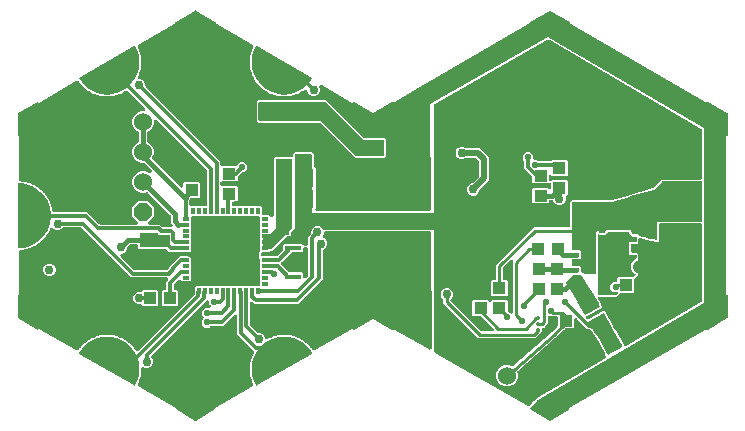
<source format=gbr>
G04 EAGLE Gerber RS-274X export*
G75*
%MOMM*%
%FSLAX34Y34*%
%LPD*%
%INBottom Copper*%
%IPPOS*%
%AMOC8*
5,1,8,0,0,1.08239X$1,22.5*%
G01*
%ADD10R,1.399997X0.400000*%
%ADD11P,1.649562X8X112.500000*%
%ADD12R,1.100000X1.000000*%
%ADD13R,1.000000X1.100000*%
%ADD14R,1.300000X1.500000*%
%ADD15R,1.500000X1.300000*%
%ADD16C,1.524000*%
%ADD17R,0.550000X0.297181*%
%ADD18R,0.297181X0.550000*%
%ADD19R,5.600000X5.600000*%
%ADD20R,1.290000X1.290000*%
%ADD21C,1.290000*%
%ADD22R,0.515000X0.450000*%
%ADD23C,1.000000*%
%ADD24R,0.754800X0.754800*%
%ADD25C,0.754800*%
%ADD26C,1.200000*%
%ADD27C,1.530000*%
%ADD28C,1.800000*%
%ADD29R,1.930400X1.930400*%
%ADD30C,0.750000*%
%ADD31C,0.550000*%
%ADD32C,0.304800*%
%ADD33C,0.406400*%
%ADD34C,0.254000*%
%ADD35C,0.352400*%
%ADD36C,0.508000*%

G36*
X132620Y-74307D02*
X132620Y-74307D01*
X132688Y-74310D01*
X132778Y-74291D01*
X132869Y-74281D01*
X132933Y-74258D01*
X132999Y-74243D01*
X133081Y-74202D01*
X133167Y-74171D01*
X133223Y-74132D01*
X133284Y-74101D01*
X133353Y-74041D01*
X133428Y-73989D01*
X133473Y-73938D01*
X133524Y-73893D01*
X133624Y-73767D01*
X133747Y-73589D01*
X133818Y-73451D01*
X133891Y-73312D01*
X133892Y-73309D01*
X133893Y-73307D01*
X133929Y-73153D01*
X133940Y-73103D01*
X134372Y-72653D01*
X134385Y-72636D01*
X134402Y-72621D01*
X134502Y-72495D01*
X134852Y-71987D01*
X134904Y-71971D01*
X134906Y-71969D01*
X134909Y-71968D01*
X135043Y-71885D01*
X135174Y-71804D01*
X135177Y-71801D01*
X135179Y-71800D01*
X135183Y-71795D01*
X135293Y-71695D01*
X135944Y-71017D01*
X136039Y-70889D01*
X136131Y-70767D01*
X136132Y-70764D01*
X136134Y-70762D01*
X136192Y-70619D01*
X136213Y-70568D01*
X136712Y-70194D01*
X136728Y-70179D01*
X136746Y-70167D01*
X136865Y-70058D01*
X137293Y-69613D01*
X137346Y-69605D01*
X137349Y-69604D01*
X137352Y-69604D01*
X137500Y-69542D01*
X137640Y-69484D01*
X137643Y-69482D01*
X137645Y-69481D01*
X137650Y-69477D01*
X137774Y-69396D01*
X138347Y-68965D01*
X138365Y-68947D01*
X138387Y-68934D01*
X138415Y-68904D01*
X138429Y-68894D01*
X138457Y-68860D01*
X138479Y-68837D01*
X138575Y-68744D01*
X138589Y-68722D01*
X138606Y-68703D01*
X138672Y-68586D01*
X138741Y-68473D01*
X138749Y-68448D01*
X138761Y-68426D01*
X138812Y-68273D01*
X138890Y-67974D01*
X139897Y-67425D01*
X139906Y-67418D01*
X139929Y-67407D01*
X198063Y-33441D01*
X198136Y-33385D01*
X198215Y-33336D01*
X198262Y-33288D01*
X198315Y-33248D01*
X198372Y-33175D01*
X198437Y-33108D01*
X198470Y-33050D01*
X198512Y-32997D01*
X198549Y-32912D01*
X198595Y-32832D01*
X198613Y-32767D01*
X198639Y-32706D01*
X198654Y-32615D01*
X198679Y-32525D01*
X198680Y-32458D01*
X198691Y-32392D01*
X198683Y-32300D01*
X198684Y-32207D01*
X198669Y-32142D01*
X198663Y-32076D01*
X198632Y-31988D01*
X198611Y-31898D01*
X198563Y-31792D01*
X198557Y-31776D01*
X198552Y-31769D01*
X198544Y-31751D01*
X197863Y-30464D01*
X197858Y-30457D01*
X197851Y-30442D01*
X197162Y-29202D01*
X197145Y-29129D01*
X197089Y-29006D01*
X197085Y-28995D01*
X197082Y-28991D01*
X197078Y-28982D01*
X190051Y-15709D01*
X189981Y-15608D01*
X189917Y-15505D01*
X189890Y-15479D01*
X189868Y-15448D01*
X189775Y-15369D01*
X189687Y-15284D01*
X189655Y-15266D01*
X189627Y-15242D01*
X189517Y-15188D01*
X189410Y-15128D01*
X189358Y-15110D01*
X189341Y-15102D01*
X189320Y-15098D01*
X189258Y-15076D01*
X188775Y-14947D01*
X186355Y-10755D01*
X186291Y-10671D01*
X186234Y-10582D01*
X186195Y-10545D01*
X186162Y-10502D01*
X186080Y-10436D01*
X186003Y-10364D01*
X185955Y-10338D01*
X185913Y-10304D01*
X185816Y-10261D01*
X185724Y-10210D01*
X185672Y-10197D01*
X185623Y-10175D01*
X185606Y-10172D01*
X184446Y-9012D01*
X184368Y-8952D01*
X184296Y-8884D01*
X184243Y-8855D01*
X184195Y-8818D01*
X184104Y-8778D01*
X184017Y-8730D01*
X183959Y-8715D01*
X183903Y-8691D01*
X183805Y-8676D01*
X183709Y-8651D01*
X183609Y-8645D01*
X183589Y-8641D01*
X183577Y-8643D01*
X183549Y-8641D01*
X182488Y-8641D01*
X173710Y137D01*
X173601Y223D01*
X173493Y311D01*
X173475Y320D01*
X173459Y332D01*
X173331Y388D01*
X173206Y447D01*
X173186Y451D01*
X173167Y459D01*
X173029Y481D01*
X172893Y507D01*
X172873Y505D01*
X172853Y508D01*
X172714Y495D01*
X172576Y487D01*
X172557Y481D01*
X172537Y479D01*
X172405Y431D01*
X172273Y389D01*
X172256Y378D01*
X172237Y371D01*
X172122Y293D01*
X172005Y219D01*
X171991Y204D01*
X171974Y192D01*
X171882Y88D01*
X171787Y-13D01*
X171777Y-31D01*
X171764Y-46D01*
X171700Y-170D01*
X171633Y-292D01*
X171628Y-311D01*
X171619Y-329D01*
X171589Y-465D01*
X171554Y-600D01*
X171552Y-628D01*
X171549Y-640D01*
X171550Y-660D01*
X171544Y-760D01*
X171544Y-7238D01*
X170651Y-8131D01*
X164622Y-8131D01*
X164524Y-8143D01*
X164425Y-8146D01*
X164367Y-8163D01*
X164307Y-8171D01*
X164215Y-8207D01*
X164120Y-8235D01*
X164067Y-8265D01*
X164011Y-8288D01*
X163931Y-8346D01*
X163846Y-8396D01*
X163770Y-8463D01*
X163754Y-8475D01*
X163746Y-8484D01*
X163725Y-8503D01*
X162384Y-9843D01*
X162307Y-9843D01*
X162209Y-9856D01*
X162110Y-9859D01*
X162052Y-9875D01*
X161992Y-9883D01*
X161900Y-9920D01*
X161805Y-9947D01*
X161752Y-9978D01*
X161696Y-10000D01*
X161616Y-10058D01*
X161531Y-10109D01*
X161455Y-10175D01*
X161439Y-10187D01*
X161431Y-10196D01*
X161410Y-10215D01*
X157211Y-14414D01*
X157177Y-14458D01*
X157136Y-14496D01*
X157080Y-14583D01*
X157016Y-14665D01*
X156994Y-14716D01*
X156964Y-14763D01*
X156957Y-14782D01*
X156100Y-15529D01*
X156086Y-15545D01*
X156036Y-15589D01*
X155229Y-16396D01*
X155166Y-16427D01*
X155069Y-16466D01*
X155024Y-16498D01*
X154975Y-16523D01*
X154847Y-16621D01*
X123455Y-43972D01*
X123406Y-44027D01*
X123351Y-44074D01*
X123301Y-44145D01*
X123243Y-44210D01*
X123210Y-44275D01*
X123168Y-44334D01*
X123137Y-44415D01*
X123097Y-44492D01*
X123081Y-44563D01*
X123055Y-44632D01*
X123045Y-44718D01*
X123026Y-44802D01*
X123028Y-44875D01*
X123020Y-44948D01*
X123032Y-45034D01*
X123034Y-45120D01*
X123054Y-45190D01*
X123064Y-45263D01*
X123116Y-45415D01*
X123516Y-46381D01*
X123516Y-50031D01*
X122120Y-53403D01*
X119539Y-55984D01*
X116167Y-57381D01*
X112517Y-57381D01*
X109145Y-55984D01*
X106564Y-53403D01*
X105167Y-50031D01*
X105167Y-46381D01*
X106564Y-43009D01*
X109145Y-40428D01*
X112517Y-39031D01*
X116167Y-39031D01*
X118457Y-39980D01*
X118596Y-40018D01*
X118735Y-40060D01*
X118750Y-40060D01*
X118763Y-40064D01*
X118908Y-40066D01*
X119053Y-40072D01*
X119067Y-40069D01*
X119081Y-40069D01*
X119223Y-40035D01*
X119364Y-40004D01*
X119377Y-39998D01*
X119391Y-39995D01*
X119519Y-39927D01*
X119648Y-39862D01*
X119664Y-39850D01*
X119672Y-39846D01*
X119685Y-39834D01*
X119776Y-39764D01*
X152217Y-11498D01*
X152231Y-11483D01*
X152281Y-11439D01*
X157122Y-6598D01*
X157183Y-6519D01*
X157251Y-6447D01*
X157280Y-6394D01*
X157317Y-6346D01*
X157357Y-6255D01*
X157405Y-6169D01*
X157420Y-6110D01*
X157444Y-6054D01*
X157459Y-5956D01*
X157484Y-5861D01*
X157490Y-5761D01*
X157494Y-5740D01*
X157492Y-5728D01*
X157494Y-5700D01*
X157494Y1009D01*
X157479Y1127D01*
X157472Y1246D01*
X157459Y1284D01*
X157454Y1324D01*
X157411Y1435D01*
X157374Y1548D01*
X157352Y1582D01*
X157337Y1620D01*
X157267Y1716D01*
X157204Y1817D01*
X157174Y1845D01*
X157150Y1877D01*
X157059Y1953D01*
X156972Y2035D01*
X156937Y2054D01*
X156906Y2080D01*
X156798Y2131D01*
X156694Y2188D01*
X156654Y2199D01*
X156618Y2216D01*
X156501Y2238D01*
X156386Y2268D01*
X156325Y2272D01*
X156305Y2276D01*
X156285Y2274D01*
X156225Y2278D01*
X152387Y2278D01*
X152355Y2296D01*
X152296Y2311D01*
X152241Y2335D01*
X152143Y2351D01*
X152047Y2375D01*
X151947Y2382D01*
X151927Y2385D01*
X151914Y2384D01*
X151886Y2386D01*
X150114Y2386D01*
X149996Y2371D01*
X149877Y2363D01*
X149839Y2351D01*
X149798Y2346D01*
X149688Y2302D01*
X149575Y2265D01*
X149540Y2244D01*
X149503Y2229D01*
X149407Y2159D01*
X149306Y2095D01*
X149278Y2066D01*
X149245Y2042D01*
X149169Y1950D01*
X149088Y1863D01*
X149068Y1828D01*
X149043Y1797D01*
X148992Y1689D01*
X148934Y1585D01*
X148924Y1546D01*
X148907Y1509D01*
X148885Y1392D01*
X148855Y1277D01*
X148851Y1217D01*
X148847Y1197D01*
X148849Y1177D01*
X148845Y1116D01*
X148845Y-2625D01*
X148847Y-2645D01*
X148851Y-2751D01*
X148953Y-3777D01*
X148952Y-3778D01*
X148934Y-3810D01*
X148905Y-3923D01*
X148168Y-4660D01*
X148156Y-4676D01*
X148084Y-4753D01*
X147545Y-5411D01*
X147525Y-5442D01*
X147500Y-5468D01*
X147441Y-5576D01*
X147376Y-5680D01*
X147365Y-5715D01*
X147347Y-5747D01*
X147318Y-5860D01*
X146581Y-6597D01*
X146569Y-6612D01*
X146497Y-6690D01*
X145843Y-7487D01*
X145841Y-7488D01*
X145806Y-7498D01*
X145706Y-7557D01*
X145081Y-7557D01*
X144963Y-7572D01*
X144845Y-7580D01*
X144806Y-7592D01*
X144766Y-7597D01*
X144655Y-7641D01*
X144542Y-7678D01*
X144508Y-7699D01*
X144470Y-7714D01*
X144374Y-7784D01*
X144273Y-7848D01*
X144246Y-7877D01*
X144213Y-7901D01*
X144137Y-7993D01*
X144055Y-8079D01*
X144036Y-8115D01*
X144010Y-8146D01*
X143959Y-8254D01*
X143902Y-8358D01*
X143892Y-8397D01*
X143875Y-8434D01*
X143852Y-8550D01*
X143822Y-8666D01*
X143819Y-8726D01*
X143815Y-8746D01*
X143816Y-8766D01*
X143812Y-8826D01*
X143812Y-11124D01*
X141801Y-13135D01*
X141739Y-13153D01*
X141686Y-13184D01*
X141630Y-13206D01*
X141550Y-13264D01*
X141465Y-13315D01*
X141389Y-13381D01*
X141373Y-13393D01*
X141365Y-13402D01*
X141344Y-13421D01*
X138362Y-16403D01*
X90238Y-16403D01*
X88230Y-14394D01*
X60705Y13130D01*
X60705Y15447D01*
X60693Y15545D01*
X60690Y15644D01*
X60673Y15702D01*
X60665Y15762D01*
X60629Y15854D01*
X60601Y15950D01*
X60571Y16002D01*
X60548Y16058D01*
X60490Y16138D01*
X60440Y16224D01*
X60374Y16299D01*
X60362Y16315D01*
X60352Y16323D01*
X60334Y16344D01*
X59028Y17650D01*
X58225Y19588D01*
X58225Y21687D01*
X59028Y23625D01*
X60512Y25109D01*
X62451Y25912D01*
X64549Y25912D01*
X66488Y25109D01*
X67972Y23625D01*
X68775Y21687D01*
X68775Y19588D01*
X67972Y17650D01*
X66928Y16606D01*
X66856Y16513D01*
X66777Y16423D01*
X66758Y16387D01*
X66734Y16355D01*
X66686Y16246D01*
X66632Y16140D01*
X66623Y16100D01*
X66607Y16063D01*
X66588Y15945D01*
X66562Y15830D01*
X66564Y15789D01*
X66557Y15749D01*
X66568Y15631D01*
X66572Y15512D01*
X66583Y15473D01*
X66587Y15433D01*
X66627Y15320D01*
X66661Y15206D01*
X66681Y15171D01*
X66695Y15133D01*
X66762Y15035D01*
X66822Y14932D01*
X66862Y14887D01*
X66873Y14870D01*
X66889Y14857D01*
X66928Y14811D01*
X92182Y-10442D01*
X92260Y-10503D01*
X92332Y-10571D01*
X92385Y-10600D01*
X92433Y-10637D01*
X92524Y-10676D01*
X92611Y-10724D01*
X92669Y-10739D01*
X92725Y-10763D01*
X92823Y-10779D01*
X92919Y-10804D01*
X93019Y-10810D01*
X93039Y-10813D01*
X93051Y-10812D01*
X93079Y-10814D01*
X102222Y-10814D01*
X102360Y-10796D01*
X102499Y-10783D01*
X102518Y-10776D01*
X102538Y-10774D01*
X102667Y-10723D01*
X102798Y-10676D01*
X102815Y-10664D01*
X102833Y-10657D01*
X102946Y-10575D01*
X103061Y-10497D01*
X103074Y-10482D01*
X103091Y-10470D01*
X103180Y-10363D01*
X103271Y-10259D01*
X103281Y-10241D01*
X103294Y-10225D01*
X103353Y-10099D01*
X103416Y-9975D01*
X103420Y-9956D01*
X103429Y-9937D01*
X103455Y-9801D01*
X103486Y-9665D01*
X103485Y-9645D01*
X103489Y-9625D01*
X103480Y-9487D01*
X103476Y-9347D01*
X103470Y-9328D01*
X103469Y-9308D01*
X103426Y-9175D01*
X103388Y-9042D01*
X103377Y-9024D01*
X103371Y-9005D01*
X103297Y-8887D01*
X103226Y-8768D01*
X103208Y-8747D01*
X103201Y-8736D01*
X103186Y-8722D01*
X103120Y-8647D01*
X92407Y2066D01*
X92328Y2127D01*
X92256Y2195D01*
X92203Y2224D01*
X92155Y2261D01*
X92064Y2300D01*
X91978Y2348D01*
X91919Y2363D01*
X91864Y2387D01*
X91766Y2403D01*
X91670Y2428D01*
X91570Y2434D01*
X91549Y2437D01*
X91537Y2436D01*
X91509Y2438D01*
X85943Y2438D01*
X85050Y3331D01*
X85050Y14594D01*
X85943Y15487D01*
X98207Y15487D01*
X99115Y14579D01*
X99209Y14506D01*
X99298Y14427D01*
X99334Y14409D01*
X99366Y14384D01*
X99476Y14336D01*
X99582Y14282D01*
X99621Y14274D01*
X99658Y14258D01*
X99776Y14239D01*
X99892Y14213D01*
X99932Y14214D01*
X99972Y14208D01*
X100091Y14219D01*
X100210Y14222D01*
X100249Y14234D01*
X100289Y14237D01*
X100401Y14278D01*
X100515Y14311D01*
X100550Y14331D01*
X100588Y14345D01*
X100687Y14412D01*
X100789Y14472D01*
X100834Y14512D01*
X100851Y14524D01*
X100865Y14539D01*
X100910Y14579D01*
X101818Y15487D01*
X114082Y15487D01*
X114975Y14594D01*
X114975Y7131D01*
X114990Y7013D01*
X114997Y6895D01*
X115010Y6856D01*
X115015Y6816D01*
X115058Y6705D01*
X115095Y6592D01*
X115117Y6558D01*
X115132Y6520D01*
X115201Y6424D01*
X115265Y6323D01*
X115295Y6296D01*
X115318Y6263D01*
X115410Y6187D01*
X115497Y6105D01*
X115532Y6086D01*
X115563Y6060D01*
X115671Y6009D01*
X115775Y5952D01*
X115815Y5942D01*
X115851Y5925D01*
X115968Y5902D01*
X116052Y5880D01*
X117199Y4734D01*
X117283Y4668D01*
X117333Y4622D01*
X117358Y4608D01*
X117416Y4560D01*
X117434Y4551D01*
X117450Y4539D01*
X117578Y4484D01*
X117704Y4424D01*
X117723Y4421D01*
X117742Y4413D01*
X117880Y4391D01*
X118016Y4365D01*
X118036Y4366D01*
X118056Y4363D01*
X118195Y4376D01*
X118333Y4384D01*
X118353Y4391D01*
X118373Y4393D01*
X118504Y4440D01*
X118636Y4482D01*
X118653Y4493D01*
X118672Y4500D01*
X118787Y4578D01*
X118905Y4653D01*
X118919Y4667D01*
X118935Y4679D01*
X119027Y4783D01*
X119123Y4884D01*
X119132Y4902D01*
X119146Y4917D01*
X119209Y5041D01*
X119276Y5163D01*
X119281Y5182D01*
X119290Y5200D01*
X119302Y5252D01*
X119303Y5255D01*
X119308Y5278D01*
X119321Y5336D01*
X119356Y5471D01*
X119357Y5499D01*
X119360Y5511D01*
X119359Y5531D01*
X119361Y5556D01*
X119363Y5568D01*
X119362Y5579D01*
X119366Y5631D01*
X119366Y48849D01*
X119348Y48987D01*
X119343Y49039D01*
X119343Y49040D01*
X119335Y49126D01*
X119328Y49145D01*
X119326Y49165D01*
X119275Y49294D01*
X119228Y49425D01*
X119216Y49442D01*
X119209Y49460D01*
X119127Y49573D01*
X119049Y49688D01*
X119034Y49701D01*
X119022Y49718D01*
X118915Y49807D01*
X118811Y49898D01*
X118793Y49908D01*
X118777Y49921D01*
X118651Y49980D01*
X118527Y50043D01*
X118508Y50047D01*
X118489Y50056D01*
X118353Y50082D01*
X118217Y50113D01*
X118197Y50112D01*
X118177Y50116D01*
X118039Y50107D01*
X117899Y50103D01*
X117880Y50097D01*
X117860Y50096D01*
X117727Y50053D01*
X117594Y50015D01*
X117576Y50004D01*
X117557Y49998D01*
X117439Y49924D01*
X117320Y49853D01*
X117299Y49835D01*
X117288Y49828D01*
X117274Y49813D01*
X117199Y49747D01*
X111116Y43664D01*
X111056Y43586D01*
X110988Y43514D01*
X110959Y43461D01*
X110922Y43413D01*
X110882Y43322D01*
X110834Y43235D01*
X110819Y43177D01*
X110795Y43121D01*
X110780Y43023D01*
X110755Y42927D01*
X110749Y42827D01*
X110745Y42807D01*
X110747Y42795D01*
X110745Y42767D01*
X110745Y33756D01*
X110760Y33638D01*
X110767Y33520D01*
X110780Y33481D01*
X110785Y33441D01*
X110828Y33330D01*
X110865Y33217D01*
X110887Y33183D01*
X110902Y33145D01*
X110971Y33049D01*
X111035Y32948D01*
X111065Y32921D01*
X111088Y32888D01*
X111180Y32812D01*
X111267Y32730D01*
X111302Y32711D01*
X111333Y32685D01*
X111441Y32634D01*
X111545Y32577D01*
X111585Y32567D01*
X111621Y32550D01*
X111738Y32527D01*
X111853Y32497D01*
X111913Y32494D01*
X111933Y32490D01*
X111954Y32491D01*
X112014Y32487D01*
X114082Y32487D01*
X114975Y31594D01*
X114975Y20331D01*
X114082Y19438D01*
X101818Y19438D01*
X100925Y20331D01*
X100925Y31594D01*
X101818Y32487D01*
X103886Y32487D01*
X104004Y32502D01*
X104123Y32510D01*
X104161Y32522D01*
X104202Y32527D01*
X104312Y32571D01*
X104425Y32608D01*
X104460Y32629D01*
X104497Y32644D01*
X104593Y32714D01*
X104694Y32778D01*
X104722Y32807D01*
X104755Y32831D01*
X104831Y32923D01*
X104912Y33009D01*
X104932Y33045D01*
X104957Y33076D01*
X105008Y33184D01*
X105066Y33288D01*
X105076Y33327D01*
X105093Y33364D01*
X105115Y33480D01*
X105145Y33596D01*
X105149Y33656D01*
X105153Y33676D01*
X105151Y33696D01*
X105155Y33756D01*
X105155Y45608D01*
X136955Y77407D01*
X166960Y77407D01*
X167078Y77422D01*
X167197Y77430D01*
X167235Y77442D01*
X167275Y77447D01*
X167386Y77491D01*
X167499Y77528D01*
X167534Y77549D01*
X167571Y77564D01*
X167667Y77634D01*
X167768Y77698D01*
X167796Y77727D01*
X167828Y77751D01*
X167904Y77843D01*
X167986Y77929D01*
X168005Y77965D01*
X168031Y77996D01*
X168082Y78104D01*
X168139Y78208D01*
X168150Y78247D01*
X168167Y78284D01*
X168189Y78400D01*
X168219Y78516D01*
X168223Y78576D01*
X168227Y78596D01*
X168225Y78616D01*
X168229Y78676D01*
X168229Y99214D01*
X169345Y100331D01*
X202809Y100331D01*
X202884Y100340D01*
X202959Y100340D01*
X203117Y100369D01*
X216701Y103765D01*
X216797Y103802D01*
X216896Y103831D01*
X216945Y103859D01*
X216998Y103880D01*
X217082Y103940D01*
X217170Y103992D01*
X217239Y104053D01*
X217256Y104065D01*
X217265Y104076D01*
X217291Y104099D01*
X217413Y104221D01*
X217472Y104297D01*
X217538Y104366D01*
X217596Y104457D01*
X217608Y104472D01*
X217612Y104482D01*
X217625Y104502D01*
X217796Y104809D01*
X217836Y104826D01*
X217914Y104849D01*
X217981Y104888D01*
X218053Y104919D01*
X218118Y104969D01*
X218188Y105010D01*
X218282Y105093D01*
X218630Y105093D01*
X218726Y105105D01*
X218822Y105108D01*
X218927Y105131D01*
X218946Y105133D01*
X218956Y105137D01*
X218979Y105142D01*
X237763Y110509D01*
X237838Y110541D01*
X237917Y110564D01*
X237984Y110603D01*
X238055Y110634D01*
X238120Y110684D01*
X238191Y110725D01*
X238303Y110824D01*
X238307Y110828D01*
X238309Y110829D01*
X238312Y110832D01*
X245273Y117793D01*
X278511Y117793D01*
X278629Y117808D01*
X278748Y117816D01*
X278786Y117828D01*
X278827Y117833D01*
X278937Y117877D01*
X279050Y117914D01*
X279085Y117935D01*
X279122Y117950D01*
X279218Y118020D01*
X279319Y118084D01*
X279347Y118113D01*
X279380Y118137D01*
X279456Y118229D01*
X279537Y118315D01*
X279557Y118351D01*
X279582Y118382D01*
X279633Y118490D01*
X279691Y118594D01*
X279701Y118633D01*
X279718Y118670D01*
X279740Y118786D01*
X279770Y118902D01*
X279774Y118962D01*
X279778Y118982D01*
X279776Y119002D01*
X279780Y119062D01*
X279780Y159595D01*
X279767Y159696D01*
X279764Y159798D01*
X279748Y159853D01*
X279740Y159910D01*
X279703Y160005D01*
X279674Y160103D01*
X279645Y160152D01*
X279623Y160206D01*
X279564Y160289D01*
X279511Y160376D01*
X279470Y160417D01*
X279437Y160463D01*
X279358Y160528D01*
X279286Y160600D01*
X279208Y160653D01*
X279192Y160666D01*
X279179Y160672D01*
X279152Y160690D01*
X151104Y235645D01*
X151085Y235654D01*
X151030Y235685D01*
X149913Y236244D01*
X149854Y236265D01*
X149798Y236294D01*
X149704Y236317D01*
X149613Y236349D01*
X149550Y236355D01*
X149489Y236370D01*
X149392Y236369D01*
X149296Y236377D01*
X149234Y236367D01*
X149171Y236366D01*
X149078Y236341D01*
X148982Y236325D01*
X148925Y236299D01*
X148864Y236283D01*
X148719Y236213D01*
X53349Y182122D01*
X53260Y182056D01*
X53167Y181997D01*
X53133Y181961D01*
X53094Y181932D01*
X53025Y181846D01*
X52949Y181765D01*
X52925Y181722D01*
X52895Y181684D01*
X52849Y181584D01*
X52795Y181487D01*
X52783Y181439D01*
X52763Y181395D01*
X52744Y181286D01*
X52716Y181179D01*
X52711Y181103D01*
X52707Y181081D01*
X52709Y181064D01*
X52706Y181018D01*
X52706Y89661D01*
X-50864Y89661D01*
X-50864Y138113D01*
X-50867Y138139D01*
X-50865Y138165D01*
X-50887Y138311D01*
X-50904Y138459D01*
X-50913Y138483D01*
X-50917Y138509D01*
X-50972Y138647D01*
X-51022Y138787D01*
X-51036Y138809D01*
X-51046Y138833D01*
X-51130Y138955D01*
X-51211Y139080D01*
X-51230Y139098D01*
X-51245Y139119D01*
X-51354Y139218D01*
X-51461Y139322D01*
X-51484Y139335D01*
X-51503Y139353D01*
X-51633Y139425D01*
X-51760Y139501D01*
X-51785Y139509D01*
X-51808Y139521D01*
X-51951Y139562D01*
X-52092Y139607D01*
X-52118Y139609D01*
X-52144Y139616D01*
X-52388Y139636D01*
X-63500Y139636D01*
X-63526Y139633D01*
X-63552Y139635D01*
X-63699Y139613D01*
X-63846Y139596D01*
X-63871Y139587D01*
X-63897Y139583D01*
X-64035Y139528D01*
X-64174Y139478D01*
X-64196Y139464D01*
X-64221Y139454D01*
X-64342Y139370D01*
X-64467Y139289D01*
X-64485Y139270D01*
X-64507Y139256D01*
X-64606Y139146D01*
X-64709Y139039D01*
X-64723Y139016D01*
X-64740Y138997D01*
X-64812Y138867D01*
X-64888Y138740D01*
X-64896Y138715D01*
X-64909Y138692D01*
X-64949Y138549D01*
X-64994Y138408D01*
X-64996Y138382D01*
X-65004Y138356D01*
X-65023Y138113D01*
X-65023Y76831D01*
X-67704Y74150D01*
X-67783Y74051D01*
X-67867Y73957D01*
X-67891Y73915D01*
X-67921Y73877D01*
X-67975Y73763D01*
X-68036Y73652D01*
X-68049Y73606D01*
X-68070Y73562D01*
X-68096Y73439D01*
X-68131Y73317D01*
X-68136Y73256D01*
X-68143Y73221D01*
X-68142Y73173D01*
X-68150Y73073D01*
X-68150Y70568D01*
X-69043Y69675D01*
X-71548Y69675D01*
X-71674Y69661D01*
X-71800Y69654D01*
X-71846Y69641D01*
X-71894Y69635D01*
X-72013Y69593D01*
X-72135Y69558D01*
X-72177Y69534D01*
X-72222Y69518D01*
X-72329Y69449D01*
X-72439Y69388D01*
X-72485Y69348D01*
X-72515Y69329D01*
X-72549Y69294D01*
X-72625Y69229D01*
X-84768Y57086D01*
X-85567Y57086D01*
X-85693Y57071D01*
X-85819Y57065D01*
X-85865Y57051D01*
X-85913Y57046D01*
X-86032Y57003D01*
X-86154Y56968D01*
X-86196Y56945D01*
X-86241Y56928D01*
X-86348Y56860D01*
X-86458Y56798D01*
X-86504Y56759D01*
X-86534Y56739D01*
X-86568Y56705D01*
X-86643Y56640D01*
X-92075Y56640D01*
X-92101Y56637D01*
X-92127Y56639D01*
X-92274Y56617D01*
X-92421Y56600D01*
X-92446Y56592D01*
X-92472Y56588D01*
X-92610Y56533D01*
X-92749Y56483D01*
X-92771Y56469D01*
X-92796Y56459D01*
X-92917Y56375D01*
X-93042Y56294D01*
X-93060Y56275D01*
X-93082Y56260D01*
X-93181Y56150D01*
X-93284Y56043D01*
X-93298Y56021D01*
X-93315Y56001D01*
X-93387Y55871D01*
X-93463Y55744D01*
X-93471Y55719D01*
X-93484Y55696D01*
X-93524Y55553D01*
X-93569Y55412D01*
X-93571Y55386D01*
X-93579Y55361D01*
X-93598Y55117D01*
X-93598Y54182D01*
X-93595Y54156D01*
X-93597Y54130D01*
X-93575Y53983D01*
X-93558Y53836D01*
X-93550Y53811D01*
X-93546Y53785D01*
X-93491Y53647D01*
X-93441Y53508D01*
X-93427Y53485D01*
X-93417Y53461D01*
X-93332Y53340D01*
X-93252Y53215D01*
X-93233Y53196D01*
X-93218Y53175D01*
X-93108Y53076D01*
X-93001Y52973D01*
X-92979Y52959D01*
X-92959Y52942D01*
X-92829Y52870D01*
X-92702Y52794D01*
X-92677Y52786D01*
X-92654Y52773D01*
X-92511Y52733D01*
X-92370Y52688D01*
X-92344Y52685D01*
X-92319Y52678D01*
X-92075Y52659D01*
X-91957Y52659D01*
X-91831Y52673D01*
X-91705Y52680D01*
X-91659Y52693D01*
X-91626Y52697D01*
X-80833Y52697D01*
X-80708Y52711D01*
X-80581Y52718D01*
X-80535Y52731D01*
X-80487Y52737D01*
X-80368Y52779D01*
X-80247Y52814D01*
X-80204Y52838D01*
X-80159Y52854D01*
X-80053Y52923D01*
X-79942Y52984D01*
X-79896Y53024D01*
X-79866Y53043D01*
X-79833Y53078D01*
X-79756Y53143D01*
X-75646Y57253D01*
X-75567Y57352D01*
X-75483Y57446D01*
X-75459Y57488D01*
X-75429Y57526D01*
X-75375Y57640D01*
X-75314Y57751D01*
X-75301Y57798D01*
X-75280Y57841D01*
X-75254Y57965D01*
X-75219Y58087D01*
X-75214Y58147D01*
X-75207Y58182D01*
X-75208Y58230D01*
X-75200Y58330D01*
X-75200Y62257D01*
X-74307Y63150D01*
X-59043Y63150D01*
X-58317Y62423D01*
X-58218Y62344D01*
X-58124Y62260D01*
X-58081Y62236D01*
X-58044Y62206D01*
X-57929Y62152D01*
X-57819Y62091D01*
X-57772Y62078D01*
X-57729Y62057D01*
X-57605Y62031D01*
X-57483Y61996D01*
X-57423Y61992D01*
X-57388Y61984D01*
X-57340Y61985D01*
X-57240Y61977D01*
X-55372Y61977D01*
X-55346Y61980D01*
X-55320Y61978D01*
X-55173Y62000D01*
X-55026Y62017D01*
X-55001Y62025D01*
X-54975Y62029D01*
X-54837Y62084D01*
X-54698Y62134D01*
X-54676Y62148D01*
X-54651Y62158D01*
X-54530Y62243D01*
X-54405Y62323D01*
X-54387Y62342D01*
X-54365Y62357D01*
X-54266Y62467D01*
X-54163Y62574D01*
X-54149Y62596D01*
X-54132Y62616D01*
X-54060Y62746D01*
X-53984Y62873D01*
X-53976Y62898D01*
X-53963Y62921D01*
X-53923Y63064D01*
X-53878Y63205D01*
X-53876Y63231D01*
X-53868Y63256D01*
X-53849Y63500D01*
X-53849Y69525D01*
X-51758Y71616D01*
X-51680Y71715D01*
X-51595Y71809D01*
X-51572Y71851D01*
X-51542Y71889D01*
X-51488Y72003D01*
X-51427Y72114D01*
X-51413Y72160D01*
X-51393Y72204D01*
X-51366Y72327D01*
X-51332Y72449D01*
X-51327Y72510D01*
X-51319Y72545D01*
X-51320Y72593D01*
X-51312Y72693D01*
X-51312Y74074D01*
X-50980Y74876D01*
X-50980Y74878D01*
X-50979Y74880D01*
X-50932Y75044D01*
X-50885Y75211D01*
X-50884Y75213D01*
X-50884Y75215D01*
X-50864Y75459D01*
X-50864Y75659D01*
X-50860Y75662D01*
X-48222Y78300D01*
X-43853Y78300D01*
X-41215Y75662D01*
X-41141Y75609D01*
X-41071Y75549D01*
X-41041Y75537D01*
X-41015Y75518D01*
X-40928Y75491D01*
X-40843Y75457D01*
X-40802Y75453D01*
X-40780Y75446D01*
X-40748Y75447D01*
X-40676Y75439D01*
X52706Y75439D01*
X52706Y-27665D01*
X52719Y-27769D01*
X52723Y-27875D01*
X52739Y-27927D01*
X52746Y-27980D01*
X52784Y-28078D01*
X52815Y-28180D01*
X52843Y-28226D01*
X52863Y-28276D01*
X52925Y-28361D01*
X52979Y-28452D01*
X53018Y-28490D01*
X53049Y-28533D01*
X53131Y-28601D01*
X53206Y-28675D01*
X53278Y-28722D01*
X53294Y-28736D01*
X53308Y-28743D01*
X53340Y-28764D01*
X131945Y-74145D01*
X132008Y-74171D01*
X132066Y-74206D01*
X132153Y-74232D01*
X132238Y-74268D01*
X132305Y-74278D01*
X132370Y-74297D01*
X132462Y-74301D01*
X132552Y-74314D01*
X132620Y-74307D01*
G37*
G36*
X150791Y-86377D02*
X150791Y-86377D01*
X150868Y-86378D01*
X150892Y-86369D01*
X150913Y-86367D01*
X150952Y-86347D01*
X151024Y-86320D01*
X167524Y-76820D01*
X167546Y-76801D01*
X167572Y-76789D01*
X167606Y-76751D01*
X167609Y-76749D01*
X167612Y-76745D01*
X167620Y-76736D01*
X167673Y-76689D01*
X167686Y-76663D01*
X167705Y-76641D01*
X167728Y-76574D01*
X167759Y-76509D01*
X167761Y-76480D01*
X167770Y-76453D01*
X167765Y-76382D01*
X167768Y-76311D01*
X167758Y-76284D01*
X167756Y-76255D01*
X167714Y-76164D01*
X167699Y-76124D01*
X167692Y-76116D01*
X167686Y-76104D01*
X167266Y-75495D01*
X283527Y-8374D01*
X283824Y-9001D01*
X283841Y-9024D01*
X283851Y-9051D01*
X283900Y-9103D01*
X283943Y-9160D01*
X283968Y-9175D01*
X283987Y-9195D01*
X284053Y-9224D01*
X284115Y-9260D01*
X284143Y-9264D01*
X284169Y-9275D01*
X284241Y-9276D01*
X284312Y-9285D01*
X284339Y-9278D01*
X284368Y-9278D01*
X284463Y-9243D01*
X284503Y-9232D01*
X284512Y-9225D01*
X284524Y-9220D01*
X301024Y280D01*
X301083Y331D01*
X301145Y377D01*
X301156Y397D01*
X301173Y411D01*
X301207Y482D01*
X301247Y548D01*
X301251Y573D01*
X301259Y591D01*
X301261Y635D01*
X301274Y713D01*
X301274Y19713D01*
X301269Y19740D01*
X301271Y19769D01*
X301249Y19837D01*
X301235Y19907D01*
X301219Y19931D01*
X301210Y19958D01*
X301163Y20012D01*
X301122Y20071D01*
X301098Y20087D01*
X301080Y20108D01*
X301015Y20140D01*
X300955Y20178D01*
X300927Y20183D01*
X300901Y20196D01*
X300800Y20205D01*
X300758Y20211D01*
X300748Y20209D01*
X300735Y20210D01*
X300020Y20153D01*
X300020Y154472D01*
X300735Y154415D01*
X300764Y154418D01*
X300792Y154414D01*
X300861Y154430D01*
X300933Y154439D01*
X300957Y154453D01*
X300985Y154460D01*
X301043Y154502D01*
X301105Y154538D01*
X301122Y154561D01*
X301145Y154577D01*
X301182Y154639D01*
X301225Y154697D01*
X301232Y154724D01*
X301247Y154748D01*
X301263Y154849D01*
X301274Y154889D01*
X301272Y154900D01*
X301274Y154913D01*
X301274Y173913D01*
X301259Y173989D01*
X301250Y174066D01*
X301239Y174086D01*
X301235Y174107D01*
X301191Y174172D01*
X301152Y174239D01*
X301133Y174255D01*
X301122Y174271D01*
X301084Y174295D01*
X301024Y174345D01*
X284524Y183845D01*
X284497Y183854D01*
X284473Y183871D01*
X284403Y183885D01*
X284335Y183908D01*
X284307Y183906D01*
X284279Y183912D01*
X284209Y183898D01*
X284137Y183892D01*
X284112Y183879D01*
X284084Y183874D01*
X284024Y183834D01*
X283961Y183801D01*
X283943Y183778D01*
X283919Y183762D01*
X283861Y183680D01*
X283834Y183647D01*
X283831Y183637D01*
X283824Y183626D01*
X283527Y182999D01*
X167266Y250120D01*
X167686Y250729D01*
X167697Y250756D01*
X167716Y250778D01*
X167736Y250846D01*
X167764Y250912D01*
X167764Y250941D01*
X167772Y250968D01*
X167764Y251040D01*
X167765Y251111D01*
X167753Y251137D01*
X167750Y251166D01*
X167715Y251228D01*
X167687Y251294D01*
X167667Y251314D01*
X167652Y251339D01*
X167575Y251403D01*
X167545Y251433D01*
X167535Y251437D01*
X167524Y251445D01*
X151024Y260945D01*
X150951Y260969D01*
X150881Y261000D01*
X150857Y261001D01*
X150835Y261008D01*
X150759Y261002D01*
X150682Y261003D01*
X150658Y260994D01*
X150637Y260992D01*
X150598Y260972D01*
X150526Y260945D01*
X134026Y251445D01*
X134004Y251426D01*
X133978Y251414D01*
X133930Y251361D01*
X133877Y251314D01*
X133864Y251288D01*
X133845Y251266D01*
X133822Y251199D01*
X133791Y251134D01*
X133790Y251105D01*
X133780Y251078D01*
X133785Y251007D01*
X133782Y250936D01*
X133792Y250909D01*
X133794Y250880D01*
X133836Y250789D01*
X133851Y250749D01*
X133858Y250741D01*
X133864Y250729D01*
X134284Y250120D01*
X34656Y192602D01*
X18022Y182998D01*
X17727Y183625D01*
X17709Y183648D01*
X17699Y183676D01*
X17650Y183728D01*
X17608Y183785D01*
X17583Y183799D01*
X17563Y183820D01*
X17498Y183849D01*
X17436Y183885D01*
X17407Y183889D01*
X17381Y183900D01*
X17310Y183901D01*
X17239Y183910D01*
X17211Y183903D01*
X17182Y183903D01*
X17089Y183868D01*
X17048Y183857D01*
X17039Y183850D01*
X17026Y183845D01*
X775Y174489D01*
X-15476Y183845D01*
X-15504Y183854D01*
X-15528Y183871D01*
X-15597Y183886D01*
X-15665Y183908D01*
X-15694Y183906D01*
X-15722Y183912D01*
X-15792Y183898D01*
X-15863Y183892D01*
X-15889Y183879D01*
X-15917Y183873D01*
X-15976Y183833D01*
X-16039Y183801D01*
X-16058Y183778D01*
X-16082Y183762D01*
X-16139Y183680D01*
X-16166Y183647D01*
X-16169Y183636D01*
X-16177Y183625D01*
X-16472Y182998D01*
X-42259Y197886D01*
X-42282Y197896D01*
X-42303Y197911D01*
X-42442Y197965D01*
X-42579Y198024D01*
X-42604Y198029D01*
X-42627Y198038D01*
X-42775Y198060D01*
X-42921Y198087D01*
X-42947Y198085D01*
X-42972Y198089D01*
X-43121Y198077D01*
X-43270Y198069D01*
X-43294Y198062D01*
X-43320Y198060D01*
X-43461Y198015D01*
X-43605Y197973D01*
X-43627Y197961D01*
X-43651Y197953D01*
X-43779Y197876D01*
X-43909Y197804D01*
X-43928Y197787D01*
X-43950Y197773D01*
X-44056Y197670D01*
X-44167Y197569D01*
X-44182Y197548D01*
X-44200Y197531D01*
X-44280Y197405D01*
X-44365Y197283D01*
X-44374Y197259D01*
X-44388Y197237D01*
X-44438Y197097D01*
X-44492Y196958D01*
X-44496Y196933D01*
X-44505Y196909D01*
X-44521Y196761D01*
X-44543Y196613D01*
X-44541Y196588D01*
X-44544Y196563D01*
X-44526Y196415D01*
X-44514Y196266D01*
X-44506Y196242D01*
X-44503Y196216D01*
X-44428Y195984D01*
X-43964Y194864D01*
X-43964Y192765D01*
X-44767Y190827D01*
X-46251Y189343D01*
X-48189Y188540D01*
X-50288Y188540D01*
X-52227Y189343D01*
X-53710Y190827D01*
X-54565Y192890D01*
X-54579Y192929D01*
X-54595Y193003D01*
X-54637Y193092D01*
X-54671Y193185D01*
X-54712Y193249D01*
X-54744Y193318D01*
X-54806Y193395D01*
X-54860Y193478D01*
X-54914Y193531D01*
X-54962Y193590D01*
X-55039Y193652D01*
X-55110Y193720D01*
X-55175Y193759D01*
X-55235Y193806D01*
X-55325Y193849D01*
X-55409Y193899D01*
X-55482Y193922D01*
X-55551Y193955D01*
X-55647Y193975D01*
X-55741Y194005D01*
X-55817Y194011D01*
X-55891Y194027D01*
X-55990Y194025D01*
X-56089Y194033D01*
X-56164Y194022D01*
X-56240Y194021D01*
X-56336Y193996D01*
X-56433Y193982D01*
X-56504Y193954D01*
X-56578Y193935D01*
X-56714Y193870D01*
X-56757Y193853D01*
X-56773Y193842D01*
X-56799Y193830D01*
X-57757Y193276D01*
X-57779Y193260D01*
X-57945Y193148D01*
X-58446Y192748D01*
X-58596Y192710D01*
X-58753Y192673D01*
X-58765Y192667D01*
X-58777Y192664D01*
X-58998Y192559D01*
X-60472Y191708D01*
X-60482Y191700D01*
X-60494Y191695D01*
X-60622Y191597D01*
X-60752Y191500D01*
X-60760Y191490D01*
X-60770Y191482D01*
X-60872Y191358D01*
X-60896Y191330D01*
X-61508Y191089D01*
X-61533Y191076D01*
X-61713Y190990D01*
X-62268Y190670D01*
X-62423Y190654D01*
X-62583Y190641D01*
X-62595Y190637D01*
X-62608Y190636D01*
X-62842Y190565D01*
X-64427Y189943D01*
X-64438Y189937D01*
X-64450Y189933D01*
X-64592Y189855D01*
X-64735Y189779D01*
X-64744Y189771D01*
X-64755Y189764D01*
X-64875Y189656D01*
X-64902Y189632D01*
X-65543Y189486D01*
X-65570Y189476D01*
X-65761Y189419D01*
X-66358Y189184D01*
X-66513Y189192D01*
X-66674Y189203D01*
X-66686Y189201D01*
X-66699Y189201D01*
X-66941Y189166D01*
X-68601Y188787D01*
X-68613Y188783D01*
X-68625Y188781D01*
X-68777Y188725D01*
X-68929Y188671D01*
X-68940Y188664D01*
X-68952Y188660D01*
X-69086Y188571D01*
X-69117Y188551D01*
X-69773Y188502D01*
X-69801Y188496D01*
X-69998Y188467D01*
X-70623Y188325D01*
X-70774Y188355D01*
X-70933Y188390D01*
X-70945Y188390D01*
X-70958Y188393D01*
X-71202Y188394D01*
X-72900Y188266D01*
X-72913Y188264D01*
X-72925Y188264D01*
X-73083Y188231D01*
X-73242Y188200D01*
X-73254Y188195D01*
X-73266Y188193D01*
X-73413Y188125D01*
X-73446Y188110D01*
X-74102Y188159D01*
X-74130Y188157D01*
X-74330Y188159D01*
X-74969Y188110D01*
X-75115Y188164D01*
X-75265Y188221D01*
X-75278Y188223D01*
X-75290Y188228D01*
X-75531Y188265D01*
X-77229Y188392D01*
X-77242Y188391D01*
X-77254Y188394D01*
X-77415Y188384D01*
X-77577Y188378D01*
X-77590Y188375D01*
X-77602Y188374D01*
X-77758Y188328D01*
X-77792Y188319D01*
X-78434Y188465D01*
X-78461Y188468D01*
X-78659Y188499D01*
X-79298Y188546D01*
X-79434Y188621D01*
X-79574Y188700D01*
X-79587Y188704D01*
X-79598Y188710D01*
X-79831Y188783D01*
X-81491Y189162D01*
X-81504Y189163D01*
X-81516Y189167D01*
X-81677Y189182D01*
X-81838Y189200D01*
X-81850Y189198D01*
X-81863Y189199D01*
X-82022Y189177D01*
X-82059Y189173D01*
X-82671Y189413D01*
X-82698Y189420D01*
X-82889Y189480D01*
X-83514Y189623D01*
X-83637Y189716D01*
X-83764Y189816D01*
X-83776Y189821D01*
X-83786Y189829D01*
X-84006Y189936D01*
X-85591Y190558D01*
X-85603Y190561D01*
X-85614Y190567D01*
X-85772Y190606D01*
X-85928Y190647D01*
X-85940Y190648D01*
X-85952Y190651D01*
X-86115Y190653D01*
X-86150Y190654D01*
X-86720Y190982D01*
X-86746Y190993D01*
X-86925Y191081D01*
X-87522Y191315D01*
X-87629Y191425D01*
X-87741Y191544D01*
X-87751Y191551D01*
X-87760Y191560D01*
X-87962Y191699D01*
X-89436Y192550D01*
X-89448Y192555D01*
X-89458Y192562D01*
X-89608Y192624D01*
X-89756Y192688D01*
X-89769Y192690D01*
X-89780Y192695D01*
X-89940Y192721D01*
X-89976Y192728D01*
X-90490Y193138D01*
X-90514Y193152D01*
X-90678Y193266D01*
X-91233Y193586D01*
X-91323Y193712D01*
X-91416Y193845D01*
X-91425Y193853D01*
X-91432Y193864D01*
X-91611Y194031D01*
X-92942Y195092D01*
X-92953Y195099D01*
X-92962Y195108D01*
X-93101Y195191D01*
X-93238Y195277D01*
X-93250Y195281D01*
X-93261Y195287D01*
X-93415Y195337D01*
X-93449Y195349D01*
X-93896Y195831D01*
X-93917Y195849D01*
X-94063Y195986D01*
X-94565Y196385D01*
X-94635Y196523D01*
X-94706Y196668D01*
X-94714Y196678D01*
X-94720Y196689D01*
X-94872Y196881D01*
X-96030Y198129D01*
X-96040Y198137D01*
X-96047Y198147D01*
X-96172Y198250D01*
X-96295Y198356D01*
X-96306Y198361D01*
X-96316Y198369D01*
X-96461Y198441D01*
X-96493Y198458D01*
X-96863Y199001D01*
X-96882Y199023D01*
X-97005Y199179D01*
X-97442Y199649D01*
X-97491Y199795D01*
X-97540Y199950D01*
X-97546Y199961D01*
X-97550Y199973D01*
X-97671Y200185D01*
X-98631Y201592D01*
X-98639Y201602D01*
X-98645Y201613D01*
X-98753Y201733D01*
X-98859Y201856D01*
X-98869Y201863D01*
X-98878Y201872D01*
X-99010Y201965D01*
X-99039Y201986D01*
X-99325Y202579D01*
X-99339Y202602D01*
X-99439Y202776D01*
X-99800Y203305D01*
X-99827Y203458D01*
X-99852Y203618D01*
X-99857Y203630D01*
X-99859Y203642D01*
X-99947Y203870D01*
X-100686Y205404D01*
X-100693Y205415D01*
X-100698Y205427D01*
X-100786Y205561D01*
X-100873Y205699D01*
X-100882Y205708D01*
X-100889Y205718D01*
X-101005Y205829D01*
X-101031Y205855D01*
X-101225Y206483D01*
X-101237Y206509D01*
X-101309Y206695D01*
X-101587Y207273D01*
X-101591Y207426D01*
X-101592Y207589D01*
X-101595Y207602D01*
X-101595Y207614D01*
X-101648Y207853D01*
X-102151Y209480D01*
X-102156Y209491D01*
X-102158Y209504D01*
X-102226Y209651D01*
X-102291Y209799D01*
X-102299Y209809D01*
X-102304Y209820D01*
X-102403Y209948D01*
X-102425Y209977D01*
X-102523Y210627D01*
X-102530Y210654D01*
X-102574Y210849D01*
X-102763Y211462D01*
X-102743Y211616D01*
X-102721Y211775D01*
X-102722Y211788D01*
X-102720Y211801D01*
X-102737Y212045D01*
X-102991Y213728D01*
X-102995Y213740D01*
X-102995Y213753D01*
X-103040Y213908D01*
X-103083Y214065D01*
X-103089Y214076D01*
X-103092Y214088D01*
X-103171Y214230D01*
X-103188Y214261D01*
X-103188Y214918D01*
X-103192Y214946D01*
X-103206Y215145D01*
X-103301Y215779D01*
X-103259Y215928D01*
X-103213Y216083D01*
X-103212Y216096D01*
X-103208Y216108D01*
X-103189Y216352D01*
X-103189Y218055D01*
X-103191Y218067D01*
X-103190Y218080D01*
X-103211Y218239D01*
X-103229Y218401D01*
X-103234Y218413D01*
X-103235Y218425D01*
X-103292Y218576D01*
X-103305Y218611D01*
X-103207Y219261D01*
X-103206Y219289D01*
X-103190Y219488D01*
X-103190Y220129D01*
X-103127Y220269D01*
X-103057Y220416D01*
X-103055Y220429D01*
X-103049Y220440D01*
X-102994Y220678D01*
X-102740Y222362D01*
X-102740Y222375D01*
X-102737Y222387D01*
X-102734Y222549D01*
X-102728Y222710D01*
X-102731Y222723D01*
X-102731Y222735D01*
X-102764Y222893D01*
X-102771Y222929D01*
X-102578Y223558D01*
X-102573Y223585D01*
X-102527Y223780D01*
X-102432Y224413D01*
X-102347Y224544D01*
X-102258Y224678D01*
X-102253Y224689D01*
X-102246Y224700D01*
X-102156Y224927D01*
X-101654Y226555D01*
X-101652Y226567D01*
X-101647Y226579D01*
X-101620Y226738D01*
X-101591Y226897D01*
X-101591Y226910D01*
X-101589Y226922D01*
X-101599Y227083D01*
X-101601Y227120D01*
X-101316Y227712D01*
X-101306Y227739D01*
X-101232Y227924D01*
X-101044Y228537D01*
X-100941Y228653D01*
X-100832Y228772D01*
X-100826Y228783D01*
X-100817Y228793D01*
X-100694Y229004D01*
X-100321Y229780D01*
X-100274Y229915D01*
X-100221Y230049D01*
X-100217Y230080D01*
X-100206Y230109D01*
X-100191Y230252D01*
X-100171Y230394D01*
X-100173Y230425D01*
X-100170Y230456D01*
X-100188Y230598D01*
X-100200Y230741D01*
X-100210Y230771D01*
X-100213Y230802D01*
X-100263Y230936D01*
X-100307Y231073D01*
X-100323Y231099D01*
X-100334Y231129D01*
X-100413Y231248D01*
X-100487Y231371D01*
X-100509Y231393D01*
X-100526Y231419D01*
X-100630Y231518D01*
X-100730Y231621D01*
X-100762Y231642D01*
X-100779Y231659D01*
X-100822Y231684D01*
X-100932Y231760D01*
X-132734Y250120D01*
X-132314Y250729D01*
X-132303Y250756D01*
X-132284Y250778D01*
X-132264Y250846D01*
X-132236Y250912D01*
X-132236Y250941D01*
X-132228Y250968D01*
X-132236Y251040D01*
X-132236Y251111D01*
X-132247Y251137D01*
X-132250Y251166D01*
X-132285Y251228D01*
X-132313Y251294D01*
X-132333Y251314D01*
X-132348Y251339D01*
X-132425Y251403D01*
X-132455Y251433D01*
X-132465Y251437D01*
X-132476Y251445D01*
X-148976Y260945D01*
X-149049Y260969D01*
X-149119Y261000D01*
X-149143Y261001D01*
X-149165Y261008D01*
X-149241Y261002D01*
X-149318Y261003D01*
X-149342Y260994D01*
X-149363Y260992D01*
X-149402Y260972D01*
X-149474Y260945D01*
X-165974Y251445D01*
X-165996Y251426D01*
X-166022Y251414D01*
X-166070Y251361D01*
X-166123Y251314D01*
X-166136Y251288D01*
X-166155Y251266D01*
X-166178Y251199D01*
X-166209Y251134D01*
X-166211Y251105D01*
X-166220Y251078D01*
X-166215Y251007D01*
X-166218Y250936D01*
X-166208Y250909D01*
X-166206Y250880D01*
X-166164Y250789D01*
X-166149Y250749D01*
X-166142Y250741D01*
X-166136Y250729D01*
X-165716Y250120D01*
X-197518Y231760D01*
X-197634Y231674D01*
X-197752Y231594D01*
X-197773Y231571D01*
X-197798Y231552D01*
X-197891Y231443D01*
X-197988Y231337D01*
X-198004Y231310D01*
X-198024Y231286D01*
X-198089Y231159D01*
X-198160Y231034D01*
X-198169Y231004D01*
X-198183Y230976D01*
X-198218Y230837D01*
X-198258Y230699D01*
X-198260Y230668D01*
X-198267Y230638D01*
X-198269Y230494D01*
X-198277Y230351D01*
X-198272Y230321D01*
X-198273Y230289D01*
X-198242Y230150D01*
X-198217Y230008D01*
X-198204Y229973D01*
X-198199Y229949D01*
X-198177Y229904D01*
X-198129Y229780D01*
X-197756Y229004D01*
X-197749Y228993D01*
X-197745Y228982D01*
X-197656Y228846D01*
X-197570Y228709D01*
X-197561Y228700D01*
X-197554Y228690D01*
X-197437Y228579D01*
X-197411Y228553D01*
X-197218Y227924D01*
X-197206Y227899D01*
X-197134Y227712D01*
X-196857Y227135D01*
X-196853Y226980D01*
X-196852Y226818D01*
X-196849Y226806D01*
X-196849Y226793D01*
X-196796Y226555D01*
X-196294Y224927D01*
X-196289Y224916D01*
X-196287Y224903D01*
X-196219Y224756D01*
X-196154Y224608D01*
X-196147Y224598D01*
X-196141Y224587D01*
X-196042Y224459D01*
X-196021Y224430D01*
X-195923Y223780D01*
X-195916Y223753D01*
X-195872Y223558D01*
X-195683Y222945D01*
X-195703Y222791D01*
X-195726Y222631D01*
X-195725Y222619D01*
X-195726Y222606D01*
X-195710Y222362D01*
X-195456Y220678D01*
X-195453Y220666D01*
X-195452Y220653D01*
X-195408Y220498D01*
X-195365Y220342D01*
X-195359Y220331D01*
X-195356Y220319D01*
X-195277Y220177D01*
X-195260Y220146D01*
X-195260Y219488D01*
X-195257Y219460D01*
X-195243Y219261D01*
X-195148Y218627D01*
X-195190Y218478D01*
X-195237Y218323D01*
X-195237Y218310D01*
X-195241Y218298D01*
X-195261Y218055D01*
X-195261Y216352D01*
X-195260Y216339D01*
X-195261Y216327D01*
X-195240Y216166D01*
X-195221Y216006D01*
X-195217Y215994D01*
X-195215Y215981D01*
X-195158Y215830D01*
X-195146Y215796D01*
X-195244Y215146D01*
X-195245Y215118D01*
X-195262Y214918D01*
X-195262Y214278D01*
X-195326Y214137D01*
X-195395Y213990D01*
X-195397Y213978D01*
X-195403Y213966D01*
X-195459Y213728D01*
X-195713Y212045D01*
X-195713Y212032D01*
X-195716Y212020D01*
X-195719Y211858D01*
X-195725Y211696D01*
X-195723Y211684D01*
X-195723Y211671D01*
X-195689Y211513D01*
X-195682Y211478D01*
X-195876Y210849D01*
X-195881Y210822D01*
X-195927Y210627D01*
X-196023Y209994D01*
X-196107Y209864D01*
X-196197Y209729D01*
X-196202Y209717D01*
X-196208Y209707D01*
X-196299Y209480D01*
X-196802Y207853D01*
X-196804Y207840D01*
X-196809Y207829D01*
X-196836Y207670D01*
X-196866Y207510D01*
X-196865Y207498D01*
X-196867Y207485D01*
X-196857Y207324D01*
X-196856Y207288D01*
X-197141Y206695D01*
X-197150Y206669D01*
X-197225Y206483D01*
X-197414Y205871D01*
X-197516Y205755D01*
X-197625Y205636D01*
X-197632Y205625D01*
X-197640Y205615D01*
X-197764Y205404D01*
X-197865Y205194D01*
X-197871Y205176D01*
X-197881Y205160D01*
X-197928Y205012D01*
X-197979Y204865D01*
X-197981Y204846D01*
X-197987Y204828D01*
X-197999Y204673D01*
X-198016Y204519D01*
X-198013Y204500D01*
X-198015Y204481D01*
X-197992Y204327D01*
X-197973Y204173D01*
X-197966Y204155D01*
X-197963Y204136D01*
X-197906Y203992D01*
X-197852Y203846D01*
X-197841Y203830D01*
X-197834Y203812D01*
X-197746Y203685D01*
X-197660Y203555D01*
X-197646Y203542D01*
X-197635Y203526D01*
X-197521Y203422D01*
X-197407Y203315D01*
X-197391Y203305D01*
X-197377Y203293D01*
X-197241Y203217D01*
X-197107Y203139D01*
X-197088Y203133D01*
X-197072Y203124D01*
X-196922Y203082D01*
X-196774Y203036D01*
X-196755Y203034D01*
X-196736Y203029D01*
X-196492Y203010D01*
X-196024Y203010D01*
X-194085Y202207D01*
X-192601Y200723D01*
X-191798Y198784D01*
X-191798Y197403D01*
X-191784Y197277D01*
X-191777Y197151D01*
X-191764Y197104D01*
X-191758Y197056D01*
X-191716Y196938D01*
X-191681Y196816D01*
X-191657Y196774D01*
X-191641Y196728D01*
X-191572Y196622D01*
X-191510Y196512D01*
X-191471Y196466D01*
X-191452Y196436D01*
X-191417Y196402D01*
X-191352Y196326D01*
X-128278Y133252D01*
X-128278Y130848D01*
X-128275Y130822D01*
X-128277Y130796D01*
X-128255Y130649D01*
X-128238Y130502D01*
X-128230Y130477D01*
X-128226Y130451D01*
X-128171Y130313D01*
X-128121Y130174D01*
X-128107Y130152D01*
X-128097Y130127D01*
X-128012Y130006D01*
X-127932Y129881D01*
X-127913Y129863D01*
X-127898Y129841D01*
X-127788Y129742D01*
X-127681Y129639D01*
X-127659Y129625D01*
X-127639Y129608D01*
X-127509Y129536D01*
X-127382Y129460D01*
X-127357Y129452D01*
X-127334Y129439D01*
X-127191Y129399D01*
X-127050Y129354D01*
X-127024Y129352D01*
X-126999Y129344D01*
X-126755Y129325D01*
X-115335Y129325D01*
X-115309Y129328D01*
X-115283Y129326D01*
X-115137Y129348D01*
X-114989Y129365D01*
X-114965Y129373D01*
X-114939Y129377D01*
X-114801Y129432D01*
X-114661Y129482D01*
X-114639Y129496D01*
X-114615Y129506D01*
X-114493Y129591D01*
X-114368Y129671D01*
X-114350Y129690D01*
X-114329Y129705D01*
X-114230Y129815D01*
X-114126Y129922D01*
X-114113Y129944D01*
X-114095Y129964D01*
X-114023Y130094D01*
X-113947Y130221D01*
X-113946Y130224D01*
X-111308Y132862D01*
X-107767Y132862D01*
X-105263Y130358D01*
X-105263Y126817D01*
X-107767Y124313D01*
X-108870Y124313D01*
X-108995Y124298D01*
X-109122Y124292D01*
X-109168Y124278D01*
X-109216Y124273D01*
X-109335Y124230D01*
X-109456Y124195D01*
X-109499Y124172D01*
X-109544Y124155D01*
X-109650Y124087D01*
X-109761Y124025D01*
X-109807Y123986D01*
X-109837Y123966D01*
X-109870Y123932D01*
X-109947Y123867D01*
X-113179Y120634D01*
X-113258Y120535D01*
X-113342Y120441D01*
X-113366Y120399D01*
X-113396Y120361D01*
X-113450Y120247D01*
X-113511Y120136D01*
X-113524Y120090D01*
X-113545Y120046D01*
X-113571Y119923D01*
X-113606Y119801D01*
X-113611Y119740D01*
X-113618Y119706D01*
X-113617Y119658D01*
X-113625Y119557D01*
X-113625Y117168D01*
X-114518Y116275D01*
X-126755Y116275D01*
X-126781Y116272D01*
X-126807Y116274D01*
X-126954Y116252D01*
X-127101Y116235D01*
X-127126Y116227D01*
X-127152Y116223D01*
X-127290Y116168D01*
X-127429Y116118D01*
X-127451Y116104D01*
X-127476Y116094D01*
X-127597Y116009D01*
X-127722Y115929D01*
X-127740Y115910D01*
X-127762Y115895D01*
X-127861Y115785D01*
X-127964Y115678D01*
X-127978Y115656D01*
X-127995Y115636D01*
X-128067Y115506D01*
X-128143Y115379D01*
X-128151Y115354D01*
X-128164Y115331D01*
X-128204Y115188D01*
X-128249Y115047D01*
X-128251Y115021D01*
X-128259Y114996D01*
X-128278Y114752D01*
X-128278Y113848D01*
X-128275Y113822D01*
X-128277Y113796D01*
X-128255Y113649D01*
X-128238Y113502D01*
X-128230Y113477D01*
X-128226Y113451D01*
X-128171Y113313D01*
X-128121Y113174D01*
X-128107Y113152D01*
X-128097Y113127D01*
X-128012Y113006D01*
X-127932Y112881D01*
X-127913Y112863D01*
X-127898Y112841D01*
X-127788Y112742D01*
X-127681Y112639D01*
X-127659Y112625D01*
X-127639Y112608D01*
X-127509Y112536D01*
X-127382Y112460D01*
X-127357Y112452D01*
X-127334Y112439D01*
X-127191Y112399D01*
X-127050Y112354D01*
X-127024Y112352D01*
X-126999Y112344D01*
X-126755Y112325D01*
X-114518Y112325D01*
X-113625Y111432D01*
X-113625Y100168D01*
X-114518Y99275D01*
X-116752Y99275D01*
X-116778Y99272D01*
X-116804Y99274D01*
X-116951Y99252D01*
X-117098Y99235D01*
X-117123Y99227D01*
X-117149Y99223D01*
X-117287Y99168D01*
X-117426Y99118D01*
X-117448Y99104D01*
X-117473Y99094D01*
X-117594Y99009D01*
X-117719Y98929D01*
X-117737Y98910D01*
X-117759Y98895D01*
X-117858Y98785D01*
X-117961Y98678D01*
X-117975Y98656D01*
X-117992Y98636D01*
X-118064Y98506D01*
X-118140Y98379D01*
X-118148Y98354D01*
X-118161Y98331D01*
X-118201Y98188D01*
X-118246Y98047D01*
X-118248Y98021D01*
X-118256Y97996D01*
X-118275Y97752D01*
X-118275Y96748D01*
X-118272Y96722D01*
X-118274Y96696D01*
X-118252Y96549D01*
X-118235Y96402D01*
X-118227Y96377D01*
X-118223Y96351D01*
X-118168Y96213D01*
X-118118Y96074D01*
X-118104Y96052D01*
X-118094Y96027D01*
X-118009Y95906D01*
X-117929Y95781D01*
X-117910Y95763D01*
X-117895Y95741D01*
X-117785Y95642D01*
X-117678Y95539D01*
X-117656Y95525D01*
X-117636Y95508D01*
X-117506Y95436D01*
X-117379Y95360D01*
X-117354Y95352D01*
X-117331Y95339D01*
X-117188Y95299D01*
X-117047Y95254D01*
X-117021Y95252D01*
X-116996Y95244D01*
X-116752Y95225D01*
X-94201Y95225D01*
X-93307Y94332D01*
X-93307Y89191D01*
X-93304Y89165D01*
X-93306Y89139D01*
X-93284Y88992D01*
X-93267Y88845D01*
X-93259Y88820D01*
X-93255Y88794D01*
X-93200Y88656D01*
X-93150Y88517D01*
X-93136Y88494D01*
X-93126Y88470D01*
X-93042Y88349D01*
X-92961Y88224D01*
X-92942Y88205D01*
X-92927Y88184D01*
X-92817Y88085D01*
X-92710Y87982D01*
X-92688Y87968D01*
X-92668Y87951D01*
X-92538Y87879D01*
X-92411Y87803D01*
X-92386Y87795D01*
X-92363Y87782D01*
X-92220Y87742D01*
X-92079Y87697D01*
X-92053Y87694D01*
X-92028Y87687D01*
X-91784Y87668D01*
X-86643Y87668D01*
X-85469Y86493D01*
X-85390Y86430D01*
X-85318Y86361D01*
X-85254Y86322D01*
X-85196Y86276D01*
X-85105Y86233D01*
X-85019Y86182D01*
X-84948Y86159D01*
X-84880Y86127D01*
X-84782Y86106D01*
X-84687Y86075D01*
X-84612Y86070D01*
X-84540Y86054D01*
X-84439Y86056D01*
X-84339Y86048D01*
X-84266Y86059D01*
X-84191Y86060D01*
X-84094Y86084D01*
X-83995Y86099D01*
X-83925Y86127D01*
X-83853Y86145D01*
X-83764Y86191D01*
X-83671Y86228D01*
X-83610Y86270D01*
X-83544Y86304D01*
X-83467Y86370D01*
X-83385Y86427D01*
X-83335Y86482D01*
X-83278Y86530D01*
X-83218Y86611D01*
X-83151Y86686D01*
X-83115Y86751D01*
X-83071Y86811D01*
X-83031Y86903D01*
X-82983Y86991D01*
X-82962Y87062D01*
X-82933Y87131D01*
X-82915Y87229D01*
X-82888Y87326D01*
X-82880Y87426D01*
X-82871Y87474D01*
X-82873Y87509D01*
X-82868Y87570D01*
X-82868Y135727D01*
X-81752Y136843D01*
X-68072Y136843D01*
X-68046Y136846D01*
X-68020Y136844D01*
X-67873Y136866D01*
X-67726Y136883D01*
X-67701Y136892D01*
X-67675Y136896D01*
X-67537Y136951D01*
X-67398Y137001D01*
X-67376Y137015D01*
X-67351Y137025D01*
X-67230Y137109D01*
X-67105Y137190D01*
X-67087Y137209D01*
X-67065Y137223D01*
X-66966Y137333D01*
X-66863Y137440D01*
X-66849Y137463D01*
X-66832Y137482D01*
X-66760Y137612D01*
X-66684Y137739D01*
X-66676Y137764D01*
X-66663Y137787D01*
X-66623Y137930D01*
X-66578Y138071D01*
X-66576Y138097D01*
X-66568Y138123D01*
X-66549Y138366D01*
X-66549Y139375D01*
X-64763Y141161D01*
X-51125Y141161D01*
X-49339Y139375D01*
X-49339Y129601D01*
X-49324Y129475D01*
X-49318Y129349D01*
X-49304Y129303D01*
X-49299Y129255D01*
X-49256Y129136D01*
X-49221Y129014D01*
X-49198Y128972D01*
X-49181Y128927D01*
X-49113Y128820D01*
X-49051Y128710D01*
X-49012Y128664D01*
X-48992Y128634D01*
X-48958Y128600D01*
X-48893Y128524D01*
X-47563Y127194D01*
X-47563Y93313D01*
X-47578Y93266D01*
X-47610Y93199D01*
X-47631Y93101D01*
X-47661Y93005D01*
X-47667Y92931D01*
X-47683Y92858D01*
X-47681Y92758D01*
X-47689Y92658D01*
X-47678Y92584D01*
X-47677Y92510D01*
X-47653Y92413D01*
X-47638Y92313D01*
X-47610Y92244D01*
X-47592Y92172D01*
X-47546Y92083D01*
X-47509Y91989D01*
X-47467Y91928D01*
X-47433Y91862D01*
X-47367Y91786D01*
X-47310Y91703D01*
X-47255Y91653D01*
X-47207Y91597D01*
X-47126Y91537D01*
X-47051Y91470D01*
X-46986Y91434D01*
X-46926Y91390D01*
X-46834Y91350D01*
X-46746Y91301D01*
X-46675Y91281D01*
X-46606Y91251D01*
X-46508Y91234D01*
X-46411Y91206D01*
X-46311Y91198D01*
X-46263Y91190D01*
X-46228Y91192D01*
X-46167Y91187D01*
X48375Y91187D01*
X48407Y91190D01*
X48438Y91188D01*
X48580Y91210D01*
X48722Y91227D01*
X48751Y91237D01*
X48783Y91242D01*
X48915Y91296D01*
X49050Y91344D01*
X49076Y91361D01*
X49106Y91373D01*
X49222Y91455D01*
X49343Y91533D01*
X49365Y91556D01*
X49390Y91574D01*
X49485Y91681D01*
X49585Y91784D01*
X49601Y91811D01*
X49622Y91834D01*
X49690Y91960D01*
X49764Y92083D01*
X49773Y92113D01*
X49788Y92141D01*
X49826Y92279D01*
X49870Y92415D01*
X49872Y92446D01*
X49881Y92477D01*
X49899Y92721D01*
X49277Y181567D01*
X149263Y238275D01*
X151795Y237008D01*
X281306Y161197D01*
X281306Y13428D01*
X140647Y-68754D01*
X140567Y-68815D01*
X140482Y-68869D01*
X140442Y-68912D01*
X140395Y-68948D01*
X140333Y-69027D01*
X140264Y-69100D01*
X140235Y-69151D01*
X140199Y-69198D01*
X140158Y-69290D01*
X140109Y-69378D01*
X140094Y-69435D01*
X140071Y-69489D01*
X140054Y-69588D01*
X140054Y-69591D01*
X137841Y-71254D01*
X137818Y-71279D01*
X137781Y-71307D01*
X135657Y-73518D01*
X135639Y-73547D01*
X135606Y-73580D01*
X133864Y-76104D01*
X133853Y-76131D01*
X133834Y-76153D01*
X133814Y-76221D01*
X133786Y-76287D01*
X133786Y-76316D01*
X133778Y-76343D01*
X133786Y-76415D01*
X133786Y-76486D01*
X133797Y-76512D01*
X133800Y-76541D01*
X133835Y-76603D01*
X133863Y-76669D01*
X133883Y-76689D01*
X133898Y-76714D01*
X133961Y-76766D01*
X133965Y-76772D01*
X133974Y-76777D01*
X133975Y-76778D01*
X134005Y-76808D01*
X134015Y-76812D01*
X134026Y-76820D01*
X150526Y-86320D01*
X150599Y-86344D01*
X150669Y-86375D01*
X150693Y-86376D01*
X150715Y-86383D01*
X150791Y-86377D01*
G37*
G36*
X-198536Y-27531D02*
X-198536Y-27531D01*
X-198369Y-27522D01*
X-198363Y-27520D01*
X-198357Y-27520D01*
X-198194Y-27472D01*
X-198035Y-27426D01*
X-198029Y-27423D01*
X-198023Y-27421D01*
X-197877Y-27337D01*
X-197730Y-27255D01*
X-197725Y-27251D01*
X-197720Y-27248D01*
X-197704Y-27233D01*
X-197544Y-27097D01*
X-150293Y20154D01*
X-150214Y20253D01*
X-150130Y20347D01*
X-150106Y20389D01*
X-150076Y20427D01*
X-150022Y20541D01*
X-149961Y20652D01*
X-149948Y20699D01*
X-149927Y20742D01*
X-149901Y20866D01*
X-149866Y20988D01*
X-149862Y21048D01*
X-149854Y21083D01*
X-149855Y21131D01*
X-149847Y21231D01*
X-149847Y24146D01*
X-149788Y24205D01*
X-149709Y24304D01*
X-149625Y24398D01*
X-149601Y24440D01*
X-149571Y24478D01*
X-149517Y24592D01*
X-149456Y24703D01*
X-149443Y24749D01*
X-149422Y24793D01*
X-149396Y24916D01*
X-149361Y25038D01*
X-149356Y25099D01*
X-149349Y25134D01*
X-149350Y25182D01*
X-149342Y25282D01*
X-149342Y26732D01*
X-148448Y27625D01*
X-95823Y27625D01*
X-95797Y27628D01*
X-95771Y27626D01*
X-95624Y27648D01*
X-95477Y27665D01*
X-95452Y27673D01*
X-95426Y27677D01*
X-95288Y27732D01*
X-95149Y27782D01*
X-95127Y27796D01*
X-95102Y27806D01*
X-94981Y27891D01*
X-94856Y27971D01*
X-94838Y27990D01*
X-94816Y28005D01*
X-94717Y28115D01*
X-94614Y28222D01*
X-94600Y28244D01*
X-94583Y28264D01*
X-94511Y28394D01*
X-94435Y28521D01*
X-94427Y28546D01*
X-94414Y28569D01*
X-94374Y28712D01*
X-94329Y28853D01*
X-94327Y28879D01*
X-94319Y28904D01*
X-94300Y29148D01*
X-94300Y49670D01*
X-94314Y49795D01*
X-94321Y49922D01*
X-94334Y49968D01*
X-94340Y50016D01*
X-94382Y50135D01*
X-94417Y50256D01*
X-94441Y50299D01*
X-94457Y50344D01*
X-94526Y50450D01*
X-94587Y50561D01*
X-94627Y50607D01*
X-94646Y50637D01*
X-94681Y50670D01*
X-94746Y50747D01*
X-95124Y51125D01*
X-95124Y56825D01*
X-94746Y57203D01*
X-94667Y57302D01*
X-94583Y57396D01*
X-94559Y57438D01*
X-94529Y57476D01*
X-94475Y57590D01*
X-94414Y57701D01*
X-94401Y57748D01*
X-94380Y57791D01*
X-94354Y57915D01*
X-94319Y58037D01*
X-94314Y58097D01*
X-94307Y58132D01*
X-94308Y58180D01*
X-94300Y58280D01*
X-94300Y85152D01*
X-94303Y85178D01*
X-94301Y85204D01*
X-94323Y85351D01*
X-94340Y85498D01*
X-94348Y85523D01*
X-94352Y85549D01*
X-94407Y85687D01*
X-94457Y85826D01*
X-94471Y85848D01*
X-94481Y85873D01*
X-94566Y85994D01*
X-94646Y86119D01*
X-94665Y86137D01*
X-94680Y86159D01*
X-94790Y86258D01*
X-94897Y86361D01*
X-94919Y86375D01*
X-94939Y86392D01*
X-95069Y86464D01*
X-95196Y86540D01*
X-95221Y86548D01*
X-95244Y86561D01*
X-95387Y86601D01*
X-95528Y86646D01*
X-95554Y86648D01*
X-95579Y86656D01*
X-95823Y86675D01*
X-151827Y86675D01*
X-151853Y86672D01*
X-151879Y86674D01*
X-152026Y86652D01*
X-152173Y86635D01*
X-152198Y86627D01*
X-152224Y86623D01*
X-152362Y86568D01*
X-152501Y86518D01*
X-152523Y86504D01*
X-152548Y86494D01*
X-152669Y86409D01*
X-152794Y86329D01*
X-152812Y86310D01*
X-152834Y86295D01*
X-152933Y86185D01*
X-153036Y86078D01*
X-153050Y86056D01*
X-153067Y86036D01*
X-153139Y85906D01*
X-153215Y85779D01*
X-153223Y85754D01*
X-153236Y85731D01*
X-153276Y85588D01*
X-153321Y85447D01*
X-153323Y85421D01*
X-153331Y85396D01*
X-153350Y85152D01*
X-153350Y57534D01*
X-154243Y56640D01*
X-155693Y56640D01*
X-155819Y56626D01*
X-155945Y56619D01*
X-155991Y56606D01*
X-156024Y56602D01*
X-171476Y56602D01*
X-173053Y58179D01*
X-173152Y58258D01*
X-173246Y58342D01*
X-173288Y58366D01*
X-173326Y58396D01*
X-173440Y58450D01*
X-173551Y58511D01*
X-173598Y58524D01*
X-173641Y58545D01*
X-173765Y58571D01*
X-173887Y58606D01*
X-173947Y58611D01*
X-173982Y58618D01*
X-174030Y58617D01*
X-174130Y58625D01*
X-197044Y58625D01*
X-197937Y59518D01*
X-197937Y61570D01*
X-197940Y61596D01*
X-197938Y61622D01*
X-197960Y61769D01*
X-197977Y61916D01*
X-197986Y61941D01*
X-197990Y61967D01*
X-198045Y62105D01*
X-198095Y62244D01*
X-198109Y62266D01*
X-198119Y62291D01*
X-198203Y62412D01*
X-198284Y62537D01*
X-198303Y62555D01*
X-198317Y62577D01*
X-198427Y62676D01*
X-198534Y62779D01*
X-198557Y62793D01*
X-198576Y62810D01*
X-198706Y62882D01*
X-198833Y62958D01*
X-198858Y62966D01*
X-198881Y62979D01*
X-199024Y63019D01*
X-199165Y63064D01*
X-199191Y63066D01*
X-199217Y63074D01*
X-199460Y63093D01*
X-204296Y63093D01*
X-204421Y63079D01*
X-204548Y63072D01*
X-204594Y63059D01*
X-204642Y63053D01*
X-204761Y63011D01*
X-204882Y62976D01*
X-204925Y62952D01*
X-204970Y62936D01*
X-205076Y62867D01*
X-205187Y62806D01*
X-205233Y62766D01*
X-205263Y62747D01*
X-205296Y62712D01*
X-205373Y62647D01*
X-207004Y61016D01*
X-207083Y60917D01*
X-207167Y60823D01*
X-207191Y60781D01*
X-207221Y60743D01*
X-207275Y60629D01*
X-207314Y60557D01*
X-207315Y60556D01*
X-207315Y60555D01*
X-207336Y60518D01*
X-207349Y60471D01*
X-207370Y60428D01*
X-207396Y60304D01*
X-207401Y60286D01*
X-207421Y60224D01*
X-207422Y60212D01*
X-207431Y60183D01*
X-207436Y60122D01*
X-207443Y60087D01*
X-207442Y60039D01*
X-207450Y59939D01*
X-207450Y59276D01*
X-208253Y57337D01*
X-209737Y55853D01*
X-211948Y54938D01*
X-212079Y54865D01*
X-212213Y54796D01*
X-212232Y54780D01*
X-212253Y54768D01*
X-212364Y54667D01*
X-212478Y54570D01*
X-212493Y54550D01*
X-212511Y54534D01*
X-212596Y54411D01*
X-212686Y54290D01*
X-212695Y54267D01*
X-212709Y54247D01*
X-212764Y54108D01*
X-212824Y53969D01*
X-212828Y53946D01*
X-212837Y53923D01*
X-212859Y53775D01*
X-212885Y53626D01*
X-212884Y53602D01*
X-212888Y53578D01*
X-212875Y53428D01*
X-212867Y53278D01*
X-212861Y53255D01*
X-212859Y53231D01*
X-212812Y53088D01*
X-212771Y52944D01*
X-212759Y52922D01*
X-212752Y52899D01*
X-212674Y52770D01*
X-212601Y52639D01*
X-212582Y52617D01*
X-212572Y52601D01*
X-212539Y52567D01*
X-212442Y52453D01*
X-201586Y41597D01*
X-201487Y41518D01*
X-201393Y41434D01*
X-201351Y41410D01*
X-201313Y41380D01*
X-201199Y41326D01*
X-201088Y41265D01*
X-201041Y41252D01*
X-200998Y41231D01*
X-200874Y41205D01*
X-200753Y41170D01*
X-200692Y41165D01*
X-200657Y41158D01*
X-200609Y41159D01*
X-200509Y41151D01*
X-173844Y41151D01*
X-173718Y41165D01*
X-173592Y41172D01*
X-173546Y41185D01*
X-173498Y41191D01*
X-173379Y41233D01*
X-173257Y41268D01*
X-173215Y41292D01*
X-173169Y41308D01*
X-173063Y41377D01*
X-172953Y41438D01*
X-172907Y41478D01*
X-172877Y41497D01*
X-172843Y41532D01*
X-172767Y41597D01*
X-171659Y42704D01*
X-171581Y42803D01*
X-171496Y42897D01*
X-171473Y42939D01*
X-171443Y42977D01*
X-171389Y43091D01*
X-171328Y43202D01*
X-171314Y43249D01*
X-171294Y43292D01*
X-171267Y43416D01*
X-171233Y43538D01*
X-171228Y43598D01*
X-171220Y43633D01*
X-171221Y43681D01*
X-171213Y43781D01*
X-171213Y43917D01*
X-162433Y52697D01*
X-156002Y52697D01*
X-155937Y52678D01*
X-155877Y52673D01*
X-155842Y52666D01*
X-155794Y52667D01*
X-155693Y52659D01*
X-154243Y52659D01*
X-153350Y51765D01*
X-153350Y32527D01*
X-154243Y31633D01*
X-161007Y31633D01*
X-161861Y32488D01*
X-161882Y32505D01*
X-161899Y32524D01*
X-162018Y32613D01*
X-162134Y32705D01*
X-162158Y32716D01*
X-162179Y32732D01*
X-162315Y32790D01*
X-162449Y32854D01*
X-162475Y32859D01*
X-162499Y32870D01*
X-162645Y32896D01*
X-162790Y32927D01*
X-162816Y32927D01*
X-162842Y32931D01*
X-162991Y32924D01*
X-163139Y32921D01*
X-163164Y32915D01*
X-163190Y32913D01*
X-163333Y32872D01*
X-163477Y32836D01*
X-163500Y32824D01*
X-163525Y32817D01*
X-163655Y32744D01*
X-163786Y32677D01*
X-163806Y32660D01*
X-163829Y32647D01*
X-164016Y32488D01*
X-167393Y29111D01*
X-167471Y29012D01*
X-167556Y28918D01*
X-167579Y28876D01*
X-167609Y28838D01*
X-167663Y28724D01*
X-167724Y28613D01*
X-167738Y28567D01*
X-167758Y28523D01*
X-167785Y28400D01*
X-167819Y28278D01*
X-167824Y28217D01*
X-167832Y28182D01*
X-167831Y28134D01*
X-167839Y28034D01*
X-167839Y26010D01*
X-167836Y25984D01*
X-167838Y25958D01*
X-167816Y25812D01*
X-167799Y25664D01*
X-167790Y25640D01*
X-167786Y25614D01*
X-167731Y25476D01*
X-167681Y25336D01*
X-167667Y25314D01*
X-167657Y25290D01*
X-167573Y25168D01*
X-167492Y25043D01*
X-167473Y25025D01*
X-167459Y25004D01*
X-167349Y24905D01*
X-167242Y24801D01*
X-167219Y24788D01*
X-167200Y24770D01*
X-167070Y24698D01*
X-166943Y24622D01*
X-166918Y24614D01*
X-166895Y24602D01*
X-166752Y24561D01*
X-166611Y24516D01*
X-166585Y24514D01*
X-166559Y24507D01*
X-166316Y24487D01*
X-165256Y24487D01*
X-164363Y23594D01*
X-164363Y11331D01*
X-165256Y10438D01*
X-176519Y10438D01*
X-177412Y11331D01*
X-177412Y23594D01*
X-176519Y24487D01*
X-175459Y24487D01*
X-175433Y24490D01*
X-175407Y24488D01*
X-175261Y24510D01*
X-175113Y24527D01*
X-175089Y24536D01*
X-175063Y24540D01*
X-174925Y24595D01*
X-174785Y24645D01*
X-174763Y24659D01*
X-174739Y24669D01*
X-174617Y24753D01*
X-174492Y24834D01*
X-174474Y24853D01*
X-174453Y24867D01*
X-174354Y24977D01*
X-174250Y25084D01*
X-174237Y25107D01*
X-174219Y25126D01*
X-174147Y25256D01*
X-174071Y25383D01*
X-174063Y25408D01*
X-174051Y25431D01*
X-174010Y25574D01*
X-173965Y25715D01*
X-173963Y25741D01*
X-173956Y25767D01*
X-173936Y26010D01*
X-173936Y31191D01*
X-172674Y32453D01*
X-172612Y32532D01*
X-172542Y32604D01*
X-172504Y32668D01*
X-172457Y32726D01*
X-172414Y32817D01*
X-172363Y32903D01*
X-172340Y32974D01*
X-172308Y33041D01*
X-172287Y33139D01*
X-172257Y33235D01*
X-172251Y33309D01*
X-172235Y33382D01*
X-172237Y33482D01*
X-172229Y33582D01*
X-172240Y33656D01*
X-172241Y33730D01*
X-172266Y33827D01*
X-172280Y33927D01*
X-172308Y33996D01*
X-172326Y34068D01*
X-172372Y34157D01*
X-172409Y34251D01*
X-172452Y34312D01*
X-172486Y34378D01*
X-172551Y34454D01*
X-172608Y34537D01*
X-172663Y34587D01*
X-172712Y34643D01*
X-172792Y34703D01*
X-172867Y34770D01*
X-172932Y34806D01*
X-172992Y34851D01*
X-173084Y34890D01*
X-173172Y34939D01*
X-173244Y34959D01*
X-173312Y34989D01*
X-173411Y35006D01*
X-173507Y35034D01*
X-173607Y35042D01*
X-173655Y35050D01*
X-173691Y35048D01*
X-173751Y35053D01*
X-203665Y35053D01*
X-245635Y77023D01*
X-245734Y77102D01*
X-245828Y77186D01*
X-245871Y77210D01*
X-245908Y77240D01*
X-246023Y77294D01*
X-246133Y77355D01*
X-246180Y77368D01*
X-246223Y77389D01*
X-246347Y77415D01*
X-246469Y77450D01*
X-246529Y77455D01*
X-246564Y77462D01*
X-246612Y77461D01*
X-246712Y77469D01*
X-260575Y77469D01*
X-260700Y77455D01*
X-260827Y77448D01*
X-260873Y77435D01*
X-260921Y77429D01*
X-261040Y77387D01*
X-261161Y77352D01*
X-261204Y77328D01*
X-261249Y77312D01*
X-261355Y77243D01*
X-261466Y77182D01*
X-261512Y77142D01*
X-261542Y77123D01*
X-261575Y77088D01*
X-261652Y77023D01*
X-263032Y75643D01*
X-264971Y74840D01*
X-267069Y74840D01*
X-269008Y75643D01*
X-269912Y76547D01*
X-269949Y76576D01*
X-269980Y76611D01*
X-270085Y76684D01*
X-270185Y76763D01*
X-270228Y76784D01*
X-270266Y76811D01*
X-270384Y76858D01*
X-270500Y76912D01*
X-270546Y76922D01*
X-270590Y76940D01*
X-270716Y76959D01*
X-270841Y76986D01*
X-270888Y76985D01*
X-270935Y76992D01*
X-271062Y76982D01*
X-271189Y76980D01*
X-271235Y76968D01*
X-271282Y76964D01*
X-271404Y76926D01*
X-271527Y76895D01*
X-271569Y76873D01*
X-271614Y76859D01*
X-271724Y76793D01*
X-271837Y76735D01*
X-271873Y76704D01*
X-271913Y76680D01*
X-272005Y76592D01*
X-272102Y76509D01*
X-272130Y76471D01*
X-272164Y76438D01*
X-272234Y76331D01*
X-272309Y76229D01*
X-272328Y76185D01*
X-272354Y76146D01*
X-272414Y75994D01*
X-272419Y75990D01*
X-272527Y75869D01*
X-272636Y75750D01*
X-272642Y75739D01*
X-272650Y75729D01*
X-272774Y75518D01*
X-273512Y73986D01*
X-273516Y73974D01*
X-273522Y73963D01*
X-273573Y73809D01*
X-273626Y73657D01*
X-273627Y73644D01*
X-273631Y73632D01*
X-273645Y73471D01*
X-273649Y73435D01*
X-274020Y72892D01*
X-274033Y72867D01*
X-274133Y72694D01*
X-274412Y72117D01*
X-274531Y72017D01*
X-274656Y71916D01*
X-274664Y71906D01*
X-274674Y71898D01*
X-274827Y71707D01*
X-275785Y70302D01*
X-275791Y70291D01*
X-275799Y70281D01*
X-275872Y70137D01*
X-275947Y69994D01*
X-275950Y69982D01*
X-275956Y69970D01*
X-275994Y69812D01*
X-276003Y69778D01*
X-276450Y69296D01*
X-276467Y69274D01*
X-276592Y69118D01*
X-276953Y68588D01*
X-277086Y68508D01*
X-277225Y68426D01*
X-277234Y68417D01*
X-277245Y68411D01*
X-277425Y68245D01*
X-278582Y66999D01*
X-278590Y66989D01*
X-278599Y66980D01*
X-278693Y66848D01*
X-278788Y66718D01*
X-278793Y66706D01*
X-278801Y66696D01*
X-278862Y66546D01*
X-278876Y66513D01*
X-279390Y66103D01*
X-279410Y66083D01*
X-279557Y65948D01*
X-279993Y65478D01*
X-280137Y65418D01*
X-280286Y65358D01*
X-280296Y65351D01*
X-280308Y65346D01*
X-280511Y65209D01*
X-281840Y64149D01*
X-281849Y64140D01*
X-281860Y64133D01*
X-281972Y64017D01*
X-282086Y63902D01*
X-282093Y63891D01*
X-282101Y63882D01*
X-282184Y63744D01*
X-282203Y63712D01*
X-282773Y63384D01*
X-282795Y63367D01*
X-282961Y63255D01*
X-283462Y62856D01*
X-283612Y62818D01*
X-283770Y62780D01*
X-283781Y62775D01*
X-283793Y62772D01*
X-284014Y62667D01*
X-285487Y61817D01*
X-285497Y61809D01*
X-285508Y61804D01*
X-285636Y61706D01*
X-285767Y61609D01*
X-285775Y61599D01*
X-285785Y61592D01*
X-285888Y61466D01*
X-285911Y61439D01*
X-286523Y61199D01*
X-286548Y61185D01*
X-286728Y61100D01*
X-287283Y60779D01*
X-287438Y60764D01*
X-287599Y60751D01*
X-287610Y60747D01*
X-287623Y60746D01*
X-287857Y60675D01*
X-289440Y60054D01*
X-289451Y60048D01*
X-289464Y60044D01*
X-289605Y59966D01*
X-289748Y59890D01*
X-289757Y59882D01*
X-289769Y59876D01*
X-289888Y59768D01*
X-289916Y59744D01*
X-290557Y59597D01*
X-290583Y59588D01*
X-290774Y59530D01*
X-291371Y59296D01*
X-291525Y59304D01*
X-291687Y59315D01*
X-291700Y59313D01*
X-291712Y59313D01*
X-291954Y59278D01*
X-293612Y58900D01*
X-293624Y58896D01*
X-293637Y58894D01*
X-293789Y58838D01*
X-293941Y58784D01*
X-293951Y58777D01*
X-293963Y58773D01*
X-294098Y58683D01*
X-294129Y58664D01*
X-294784Y58615D01*
X-294812Y58610D01*
X-295009Y58581D01*
X-295634Y58438D01*
X-295787Y58469D01*
X-295944Y58504D01*
X-295957Y58504D01*
X-295969Y58506D01*
X-296214Y58508D01*
X-297061Y58444D01*
X-297202Y58417D01*
X-297344Y58396D01*
X-297373Y58385D01*
X-297403Y58379D01*
X-297534Y58320D01*
X-297668Y58267D01*
X-297693Y58250D01*
X-297722Y58237D01*
X-297836Y58150D01*
X-297954Y58068D01*
X-297975Y58045D01*
X-297999Y58027D01*
X-298091Y57916D01*
X-298187Y57810D01*
X-298202Y57782D01*
X-298222Y57759D01*
X-298286Y57630D01*
X-298356Y57504D01*
X-298364Y57475D01*
X-298378Y57447D01*
X-298412Y57307D01*
X-298451Y57169D01*
X-298454Y57131D01*
X-298459Y57108D01*
X-298460Y57059D01*
X-298470Y56925D01*
X-298470Y20190D01*
X-299203Y20250D01*
X-299232Y20246D01*
X-299260Y20251D01*
X-299330Y20234D01*
X-299401Y20226D01*
X-299426Y20211D01*
X-299454Y20205D01*
X-299511Y20162D01*
X-299573Y20127D01*
X-299591Y20104D01*
X-299614Y20087D01*
X-299650Y20025D01*
X-299693Y19968D01*
X-299700Y19940D01*
X-299715Y19915D01*
X-299732Y19817D01*
X-299742Y19776D01*
X-299740Y19765D01*
X-299743Y19751D01*
X-299720Y712D01*
X-299704Y637D01*
X-299696Y560D01*
X-299685Y540D01*
X-299680Y517D01*
X-299636Y454D01*
X-299599Y387D01*
X-299579Y370D01*
X-299567Y353D01*
X-299530Y329D01*
X-299471Y280D01*
X-282994Y-9259D01*
X-282966Y-9268D01*
X-282942Y-9285D01*
X-282873Y-9300D01*
X-282805Y-9322D01*
X-282776Y-9320D01*
X-282748Y-9326D01*
X-282678Y-9313D01*
X-282607Y-9307D01*
X-282581Y-9294D01*
X-282553Y-9288D01*
X-282493Y-9248D01*
X-282430Y-9216D01*
X-282412Y-9193D01*
X-282388Y-9177D01*
X-282330Y-9095D01*
X-282303Y-9063D01*
X-282300Y-9052D01*
X-282292Y-9041D01*
X-281976Y-8374D01*
X-250177Y-26733D01*
X-250069Y-26780D01*
X-250064Y-26782D01*
X-250061Y-26783D01*
X-250045Y-26790D01*
X-249915Y-26853D01*
X-249885Y-26859D01*
X-249857Y-26872D01*
X-249716Y-26897D01*
X-249575Y-26929D01*
X-249545Y-26928D01*
X-249514Y-26934D01*
X-249370Y-26927D01*
X-249227Y-26925D01*
X-249197Y-26918D01*
X-249166Y-26917D01*
X-249027Y-26877D01*
X-248888Y-26843D01*
X-248861Y-26829D01*
X-248831Y-26821D01*
X-248705Y-26751D01*
X-248577Y-26686D01*
X-248554Y-26666D01*
X-248527Y-26651D01*
X-248420Y-26554D01*
X-248310Y-26462D01*
X-248287Y-26433D01*
X-248269Y-26417D01*
X-248240Y-26376D01*
X-248183Y-26304D01*
X-248179Y-26300D01*
X-248176Y-26296D01*
X-248157Y-26272D01*
X-247682Y-25576D01*
X-247676Y-25564D01*
X-247668Y-25555D01*
X-247595Y-25410D01*
X-247520Y-25267D01*
X-247517Y-25255D01*
X-247511Y-25243D01*
X-247473Y-25085D01*
X-247464Y-25051D01*
X-247017Y-24569D01*
X-247000Y-24546D01*
X-246875Y-24391D01*
X-246514Y-23861D01*
X-246381Y-23780D01*
X-246243Y-23699D01*
X-246233Y-23690D01*
X-246223Y-23683D01*
X-246042Y-23518D01*
X-244885Y-22269D01*
X-244877Y-22259D01*
X-244868Y-22251D01*
X-244774Y-22119D01*
X-244679Y-21988D01*
X-244674Y-21977D01*
X-244666Y-21966D01*
X-244605Y-21816D01*
X-244591Y-21783D01*
X-244077Y-21373D01*
X-244058Y-21354D01*
X-243910Y-21218D01*
X-243474Y-20748D01*
X-243332Y-20688D01*
X-243268Y-20663D01*
X-243222Y-20646D01*
X-243214Y-20641D01*
X-243181Y-20628D01*
X-243171Y-20621D01*
X-243159Y-20616D01*
X-242957Y-20479D01*
X-241626Y-19417D01*
X-241617Y-19408D01*
X-241606Y-19401D01*
X-241494Y-19285D01*
X-241380Y-19170D01*
X-241373Y-19159D01*
X-241365Y-19150D01*
X-241282Y-19011D01*
X-241263Y-18980D01*
X-240693Y-18651D01*
X-240671Y-18635D01*
X-240505Y-18523D01*
X-240004Y-18123D01*
X-239854Y-18085D01*
X-239697Y-18048D01*
X-239685Y-18042D01*
X-239673Y-18039D01*
X-239452Y-17934D01*
X-237978Y-17083D01*
X-237968Y-17075D01*
X-237956Y-17070D01*
X-237828Y-16971D01*
X-237698Y-16875D01*
X-237690Y-16865D01*
X-237680Y-16857D01*
X-237577Y-16732D01*
X-237554Y-16705D01*
X-236942Y-16464D01*
X-236917Y-16451D01*
X-236737Y-16365D01*
X-236182Y-16045D01*
X-236028Y-16030D01*
X-235866Y-16016D01*
X-235854Y-16012D01*
X-235842Y-16011D01*
X-235608Y-15940D01*
X-234023Y-15318D01*
X-234012Y-15312D01*
X-234000Y-15308D01*
X-233858Y-15230D01*
X-233715Y-15154D01*
X-233706Y-15146D01*
X-233695Y-15139D01*
X-233574Y-15031D01*
X-233548Y-15007D01*
X-232907Y-14861D01*
X-232880Y-14851D01*
X-232689Y-14794D01*
X-232092Y-14559D01*
X-231937Y-14567D01*
X-231776Y-14578D01*
X-231764Y-14576D01*
X-231751Y-14576D01*
X-231509Y-14541D01*
X-229849Y-14162D01*
X-229837Y-14158D01*
X-229825Y-14156D01*
X-229673Y-14100D01*
X-229521Y-14046D01*
X-229510Y-14039D01*
X-229498Y-14035D01*
X-229364Y-13946D01*
X-229333Y-13926D01*
X-228677Y-13876D01*
X-228650Y-13871D01*
X-228452Y-13842D01*
X-227827Y-13700D01*
X-227676Y-13730D01*
X-227517Y-13765D01*
X-227505Y-13765D01*
X-227492Y-13768D01*
X-227248Y-13769D01*
X-225550Y-13641D01*
X-225537Y-13639D01*
X-225525Y-13639D01*
X-225367Y-13606D01*
X-225208Y-13575D01*
X-225196Y-13570D01*
X-225184Y-13568D01*
X-225037Y-13500D01*
X-225004Y-13485D01*
X-224348Y-13534D01*
X-224320Y-13532D01*
X-224120Y-13534D01*
X-223481Y-13485D01*
X-223336Y-13539D01*
X-223185Y-13596D01*
X-223172Y-13598D01*
X-223160Y-13603D01*
X-222919Y-13640D01*
X-221221Y-13767D01*
X-221208Y-13766D01*
X-221196Y-13769D01*
X-221035Y-13759D01*
X-220873Y-13753D01*
X-220860Y-13750D01*
X-220848Y-13749D01*
X-220693Y-13703D01*
X-220658Y-13694D01*
X-220016Y-13840D01*
X-219989Y-13843D01*
X-219791Y-13874D01*
X-219152Y-13921D01*
X-219016Y-13996D01*
X-218876Y-14075D01*
X-218863Y-14079D01*
X-218852Y-14085D01*
X-218619Y-14158D01*
X-216959Y-14537D01*
X-216946Y-14538D01*
X-216934Y-14542D01*
X-216773Y-14557D01*
X-216612Y-14575D01*
X-216600Y-14573D01*
X-216587Y-14574D01*
X-216428Y-14552D01*
X-216391Y-14548D01*
X-215779Y-14788D01*
X-215752Y-14795D01*
X-215561Y-14855D01*
X-214936Y-14998D01*
X-214813Y-15091D01*
X-214686Y-15191D01*
X-214674Y-15196D01*
X-214664Y-15204D01*
X-214444Y-15311D01*
X-212859Y-15933D01*
X-212847Y-15936D01*
X-212836Y-15942D01*
X-212679Y-15981D01*
X-212522Y-16022D01*
X-212510Y-16023D01*
X-212497Y-16026D01*
X-212335Y-16028D01*
X-212300Y-16029D01*
X-211730Y-16357D01*
X-211704Y-16368D01*
X-211525Y-16456D01*
X-210928Y-16690D01*
X-210820Y-16802D01*
X-210709Y-16919D01*
X-210699Y-16926D01*
X-210690Y-16935D01*
X-210488Y-17074D01*
X-209013Y-17925D01*
X-209002Y-17930D01*
X-208992Y-17937D01*
X-208841Y-17999D01*
X-208694Y-18063D01*
X-208681Y-18065D01*
X-208670Y-18070D01*
X-208510Y-18096D01*
X-208474Y-18103D01*
X-207960Y-18513D01*
X-207936Y-18527D01*
X-207772Y-18641D01*
X-207217Y-18961D01*
X-207127Y-19087D01*
X-207034Y-19220D01*
X-207025Y-19228D01*
X-207018Y-19239D01*
X-206839Y-19406D01*
X-205508Y-20467D01*
X-205497Y-20474D01*
X-205488Y-20483D01*
X-205349Y-20566D01*
X-205212Y-20652D01*
X-205200Y-20656D01*
X-205189Y-20662D01*
X-205035Y-20712D01*
X-205001Y-20724D01*
X-204554Y-21206D01*
X-204533Y-21224D01*
X-204387Y-21361D01*
X-203885Y-21760D01*
X-203815Y-21898D01*
X-203744Y-22043D01*
X-203736Y-22053D01*
X-203730Y-22064D01*
X-203578Y-22256D01*
X-202420Y-23504D01*
X-202410Y-23512D01*
X-202403Y-23522D01*
X-202278Y-23625D01*
X-202155Y-23731D01*
X-202144Y-23736D01*
X-202134Y-23744D01*
X-201989Y-23816D01*
X-201957Y-23833D01*
X-201587Y-24376D01*
X-201568Y-24398D01*
X-201445Y-24554D01*
X-201008Y-25024D01*
X-200959Y-25170D01*
X-200910Y-25325D01*
X-200904Y-25336D01*
X-200900Y-25348D01*
X-200779Y-25560D01*
X-199880Y-26878D01*
X-199771Y-27003D01*
X-199661Y-27133D01*
X-199656Y-27137D01*
X-199651Y-27142D01*
X-199517Y-27240D01*
X-199381Y-27340D01*
X-199375Y-27343D01*
X-199370Y-27347D01*
X-199214Y-27412D01*
X-199061Y-27478D01*
X-199054Y-27480D01*
X-199048Y-27482D01*
X-198882Y-27511D01*
X-198718Y-27540D01*
X-198711Y-27540D01*
X-198705Y-27541D01*
X-198536Y-27531D01*
G37*
G36*
X-169992Y77258D02*
X-169992Y77258D01*
X-169891Y77260D01*
X-169819Y77278D01*
X-169745Y77287D01*
X-169651Y77320D01*
X-169553Y77345D01*
X-169487Y77379D01*
X-169417Y77404D01*
X-169333Y77459D01*
X-169244Y77505D01*
X-169187Y77553D01*
X-169125Y77593D01*
X-169055Y77665D01*
X-168978Y77730D01*
X-168934Y77790D01*
X-168882Y77844D01*
X-168831Y77930D01*
X-168771Y78011D01*
X-168742Y78079D01*
X-168703Y78143D01*
X-168673Y78239D01*
X-168633Y78331D01*
X-168620Y78404D01*
X-168597Y78475D01*
X-168589Y78575D01*
X-168571Y78674D01*
X-168575Y78748D01*
X-168569Y78822D01*
X-168584Y78922D01*
X-168589Y79022D01*
X-168610Y79093D01*
X-168621Y79167D01*
X-168658Y79260D01*
X-168686Y79357D01*
X-168722Y79422D01*
X-168750Y79491D01*
X-168807Y79573D01*
X-168856Y79661D01*
X-168921Y79737D01*
X-168949Y79777D01*
X-168975Y79801D01*
X-169015Y79847D01*
X-170244Y81077D01*
X-170244Y86796D01*
X-170259Y86921D01*
X-170265Y87048D01*
X-170279Y87094D01*
X-170284Y87142D01*
X-170327Y87261D01*
X-170362Y87382D01*
X-170385Y87425D01*
X-170402Y87470D01*
X-170470Y87576D01*
X-170532Y87687D01*
X-170571Y87733D01*
X-170591Y87763D01*
X-170625Y87797D01*
X-170690Y87873D01*
X-189513Y106695D01*
X-189573Y106743D01*
X-189626Y106798D01*
X-189709Y106851D01*
X-189786Y106912D01*
X-189855Y106945D01*
X-189919Y106986D01*
X-190012Y107019D01*
X-190101Y107061D01*
X-190176Y107077D01*
X-190248Y107103D01*
X-190346Y107114D01*
X-190442Y107134D01*
X-190518Y107133D01*
X-190594Y107142D01*
X-190692Y107130D01*
X-190790Y107128D01*
X-190864Y107110D01*
X-190940Y107101D01*
X-191082Y107055D01*
X-191128Y107043D01*
X-191145Y107035D01*
X-191173Y107026D01*
X-191856Y106743D01*
X-195494Y106743D01*
X-198855Y108135D01*
X-201427Y110707D01*
X-202820Y114069D01*
X-202820Y117706D01*
X-201427Y121068D01*
X-198855Y123640D01*
X-195494Y125032D01*
X-191856Y125032D01*
X-188412Y123606D01*
X-188364Y123592D01*
X-188319Y123571D01*
X-188197Y123544D01*
X-188077Y123510D01*
X-188027Y123508D01*
X-187978Y123497D01*
X-187854Y123499D01*
X-187729Y123493D01*
X-187680Y123502D01*
X-187629Y123503D01*
X-187509Y123533D01*
X-187386Y123556D01*
X-187340Y123576D01*
X-187291Y123588D01*
X-187181Y123645D01*
X-187067Y123695D01*
X-187026Y123725D01*
X-186982Y123748D01*
X-186887Y123828D01*
X-186787Y123903D01*
X-186754Y123941D01*
X-186716Y123974D01*
X-186642Y124074D01*
X-186562Y124169D01*
X-186539Y124213D01*
X-186509Y124254D01*
X-186460Y124368D01*
X-186403Y124479D01*
X-186391Y124528D01*
X-186371Y124574D01*
X-186349Y124696D01*
X-186319Y124817D01*
X-186318Y124867D01*
X-186309Y124917D01*
X-186316Y125041D01*
X-186314Y125165D01*
X-186325Y125215D01*
X-186327Y125265D01*
X-186362Y125384D01*
X-186388Y125506D01*
X-186410Y125551D01*
X-186424Y125600D01*
X-186484Y125708D01*
X-186538Y125821D01*
X-186569Y125860D01*
X-186594Y125904D01*
X-186752Y126090D01*
X-186755Y126093D01*
X-192359Y131697D01*
X-192458Y131775D01*
X-192552Y131860D01*
X-192594Y131883D01*
X-192632Y131913D01*
X-192746Y131967D01*
X-192857Y132028D01*
X-192903Y132042D01*
X-192947Y132062D01*
X-193070Y132089D01*
X-193192Y132123D01*
X-193253Y132128D01*
X-193288Y132136D01*
X-193336Y132135D01*
X-193436Y132143D01*
X-195494Y132143D01*
X-198855Y133535D01*
X-201427Y136107D01*
X-202820Y139469D01*
X-202820Y143106D01*
X-201427Y146468D01*
X-198855Y149040D01*
X-198172Y149323D01*
X-198105Y149360D01*
X-198034Y149388D01*
X-197954Y149444D01*
X-197867Y149492D01*
X-197811Y149544D01*
X-197748Y149587D01*
X-197682Y149660D01*
X-197609Y149726D01*
X-197566Y149789D01*
X-197515Y149846D01*
X-197467Y149932D01*
X-197411Y150013D01*
X-197383Y150084D01*
X-197346Y150151D01*
X-197319Y150246D01*
X-197283Y150337D01*
X-197272Y150413D01*
X-197251Y150486D01*
X-197239Y150635D01*
X-197232Y150682D01*
X-197234Y150701D01*
X-197232Y150730D01*
X-197232Y157245D01*
X-197240Y157321D01*
X-197239Y157397D01*
X-197260Y157493D01*
X-197272Y157591D01*
X-197297Y157663D01*
X-197314Y157738D01*
X-197356Y157826D01*
X-197389Y157919D01*
X-197431Y157983D01*
X-197463Y158052D01*
X-197525Y158129D01*
X-197578Y158212D01*
X-197633Y158265D01*
X-197681Y158325D01*
X-197758Y158386D01*
X-197829Y158454D01*
X-197894Y158493D01*
X-197954Y158541D01*
X-198087Y158609D01*
X-198128Y158633D01*
X-198146Y158639D01*
X-198172Y158652D01*
X-198855Y158935D01*
X-201427Y161507D01*
X-202820Y164869D01*
X-202820Y168506D01*
X-201427Y171868D01*
X-198855Y174440D01*
X-195494Y175832D01*
X-193334Y175832D01*
X-193234Y175844D01*
X-193134Y175845D01*
X-193061Y175864D01*
X-192988Y175872D01*
X-192893Y175906D01*
X-192796Y175930D01*
X-192729Y175965D01*
X-192659Y175990D01*
X-192575Y176044D01*
X-192486Y176090D01*
X-192429Y176138D01*
X-192367Y176179D01*
X-192297Y176251D01*
X-192220Y176316D01*
X-192176Y176376D01*
X-192124Y176429D01*
X-192073Y176515D01*
X-192013Y176596D01*
X-191984Y176665D01*
X-191946Y176728D01*
X-191915Y176824D01*
X-191875Y176916D01*
X-191862Y176989D01*
X-191839Y177060D01*
X-191831Y177160D01*
X-191814Y177259D01*
X-191817Y177334D01*
X-191811Y177408D01*
X-191826Y177507D01*
X-191831Y177607D01*
X-191852Y177679D01*
X-191863Y177752D01*
X-191900Y177846D01*
X-191928Y177942D01*
X-191964Y178007D01*
X-191992Y178076D01*
X-192049Y178159D01*
X-192098Y178246D01*
X-192163Y178323D01*
X-192191Y178362D01*
X-192217Y178386D01*
X-192257Y178433D01*
X-206442Y192618D01*
X-206532Y192690D01*
X-206617Y192768D01*
X-206669Y192798D01*
X-206715Y192835D01*
X-206819Y192884D01*
X-206919Y192941D01*
X-206976Y192958D01*
X-207030Y192984D01*
X-207143Y193008D01*
X-207253Y193041D01*
X-207313Y193045D01*
X-207371Y193057D01*
X-207486Y193055D01*
X-207601Y193062D01*
X-207660Y193052D01*
X-207720Y193051D01*
X-207831Y193023D01*
X-207945Y193004D01*
X-208000Y192981D01*
X-208058Y192966D01*
X-208160Y192913D01*
X-208266Y192869D01*
X-208330Y192826D01*
X-208367Y192807D01*
X-208401Y192778D01*
X-208459Y192739D01*
X-208611Y192700D01*
X-208769Y192663D01*
X-208780Y192657D01*
X-208793Y192654D01*
X-209014Y192550D01*
X-210488Y191699D01*
X-210498Y191691D01*
X-210510Y191686D01*
X-210639Y191587D01*
X-210768Y191491D01*
X-210777Y191482D01*
X-210787Y191474D01*
X-210889Y191348D01*
X-210913Y191321D01*
X-211525Y191081D01*
X-211549Y191068D01*
X-211730Y190982D01*
X-212285Y190662D01*
X-212438Y190647D01*
X-212600Y190634D01*
X-212613Y190630D01*
X-212625Y190629D01*
X-212859Y190558D01*
X-214444Y189936D01*
X-214456Y189930D01*
X-214468Y189927D01*
X-214610Y189848D01*
X-214752Y189773D01*
X-214762Y189765D01*
X-214773Y189758D01*
X-214893Y189650D01*
X-214920Y189626D01*
X-215561Y189480D01*
X-215588Y189471D01*
X-215779Y189413D01*
X-216376Y189179D01*
X-216529Y189187D01*
X-216692Y189198D01*
X-216704Y189196D01*
X-216717Y189197D01*
X-216959Y189162D01*
X-218619Y188783D01*
X-218631Y188779D01*
X-218643Y188777D01*
X-218796Y188721D01*
X-218948Y188667D01*
X-218958Y188661D01*
X-218970Y188656D01*
X-219105Y188567D01*
X-219136Y188548D01*
X-219791Y188499D01*
X-219819Y188493D01*
X-220016Y188465D01*
X-220641Y188322D01*
X-220794Y188353D01*
X-220951Y188388D01*
X-220964Y188388D01*
X-220976Y188391D01*
X-221221Y188392D01*
X-222919Y188265D01*
X-222931Y188263D01*
X-222944Y188263D01*
X-223103Y188230D01*
X-223261Y188200D01*
X-223273Y188195D01*
X-223285Y188192D01*
X-223432Y188124D01*
X-223465Y188109D01*
X-224120Y188159D01*
X-224148Y188157D01*
X-224348Y188159D01*
X-224987Y188111D01*
X-225132Y188164D01*
X-225284Y188222D01*
X-225296Y188224D01*
X-225308Y188228D01*
X-225550Y188266D01*
X-227248Y188394D01*
X-227260Y188393D01*
X-227273Y188396D01*
X-227433Y188387D01*
X-227596Y188380D01*
X-227608Y188377D01*
X-227621Y188376D01*
X-227775Y188331D01*
X-227811Y188321D01*
X-228452Y188467D01*
X-228479Y188470D01*
X-228677Y188502D01*
X-229316Y188550D01*
X-229453Y188624D01*
X-229593Y188704D01*
X-229605Y188707D01*
X-229616Y188713D01*
X-229849Y188787D01*
X-231509Y189166D01*
X-231522Y189168D01*
X-231534Y189172D01*
X-231695Y189187D01*
X-231856Y189205D01*
X-231868Y189203D01*
X-231881Y189204D01*
X-232041Y189182D01*
X-232077Y189178D01*
X-232689Y189419D01*
X-232716Y189426D01*
X-232907Y189486D01*
X-233531Y189629D01*
X-233654Y189722D01*
X-233782Y189822D01*
X-233793Y189828D01*
X-233803Y189835D01*
X-234023Y189943D01*
X-235608Y190565D01*
X-235620Y190568D01*
X-235631Y190574D01*
X-235789Y190613D01*
X-235945Y190655D01*
X-235957Y190655D01*
X-235969Y190658D01*
X-236132Y190660D01*
X-236167Y190661D01*
X-236737Y190990D01*
X-236763Y191002D01*
X-236942Y191089D01*
X-237539Y191324D01*
X-237647Y191435D01*
X-237757Y191553D01*
X-237768Y191560D01*
X-237777Y191569D01*
X-237978Y191707D01*
X-239452Y192559D01*
X-239464Y192564D01*
X-239474Y192572D01*
X-239624Y192634D01*
X-239772Y192698D01*
X-239784Y192700D01*
X-239796Y192705D01*
X-239955Y192731D01*
X-239991Y192738D01*
X-240505Y193148D01*
X-240529Y193163D01*
X-240693Y193276D01*
X-241248Y193597D01*
X-241339Y193723D01*
X-241431Y193856D01*
X-241440Y193864D01*
X-241447Y193875D01*
X-241626Y194042D01*
X-242957Y195104D01*
X-242967Y195111D01*
X-242976Y195120D01*
X-243115Y195203D01*
X-243252Y195289D01*
X-243264Y195293D01*
X-243275Y195300D01*
X-243429Y195349D01*
X-243463Y195361D01*
X-243910Y195843D01*
X-243932Y195862D01*
X-244077Y195998D01*
X-244578Y196398D01*
X-244648Y196536D01*
X-244720Y196681D01*
X-244728Y196691D01*
X-244733Y196702D01*
X-244885Y196894D01*
X-246042Y198143D01*
X-246052Y198151D01*
X-246060Y198161D01*
X-246184Y198265D01*
X-246307Y198370D01*
X-246318Y198375D01*
X-246328Y198384D01*
X-246474Y198456D01*
X-246505Y198472D01*
X-246875Y199016D01*
X-246893Y199037D01*
X-247017Y199194D01*
X-247453Y199664D01*
X-247502Y199811D01*
X-247551Y199965D01*
X-247557Y199976D01*
X-247561Y199988D01*
X-247682Y200200D01*
X-248156Y200897D01*
X-248250Y201005D01*
X-248340Y201118D01*
X-248364Y201137D01*
X-248384Y201160D01*
X-248501Y201245D01*
X-248613Y201334D01*
X-248641Y201347D01*
X-248666Y201365D01*
X-248798Y201421D01*
X-248929Y201482D01*
X-248959Y201489D01*
X-248987Y201501D01*
X-249129Y201525D01*
X-249270Y201555D01*
X-249300Y201555D01*
X-249331Y201560D01*
X-249474Y201551D01*
X-249618Y201549D01*
X-249648Y201541D01*
X-249679Y201539D01*
X-249817Y201498D01*
X-249956Y201463D01*
X-249990Y201447D01*
X-250013Y201440D01*
X-250056Y201416D01*
X-250177Y201358D01*
X-281976Y182999D01*
X-282292Y183666D01*
X-282310Y183689D01*
X-282320Y183716D01*
X-282369Y183768D01*
X-282412Y183825D01*
X-282437Y183840D01*
X-282457Y183861D01*
X-282522Y183889D01*
X-282584Y183925D01*
X-282612Y183929D01*
X-282639Y183940D01*
X-282710Y183941D01*
X-282781Y183950D01*
X-282809Y183942D01*
X-282838Y183942D01*
X-282931Y183907D01*
X-282972Y183896D01*
X-282981Y183889D01*
X-282994Y183884D01*
X-299471Y174345D01*
X-299528Y174293D01*
X-299590Y174248D01*
X-299602Y174228D01*
X-299620Y174213D01*
X-299653Y174143D01*
X-299692Y174077D01*
X-299696Y174052D01*
X-299705Y174033D01*
X-299707Y173989D01*
X-299720Y173913D01*
X-299743Y154874D01*
X-299737Y154845D01*
X-299739Y154816D01*
X-299717Y154749D01*
X-299703Y154679D01*
X-299687Y154655D01*
X-299678Y154627D01*
X-299631Y154573D01*
X-299591Y154515D01*
X-299567Y154499D01*
X-299548Y154477D01*
X-299483Y154446D01*
X-299423Y154407D01*
X-299395Y154403D01*
X-299369Y154390D01*
X-299269Y154381D01*
X-299227Y154374D01*
X-299217Y154377D01*
X-299203Y154375D01*
X-298470Y154435D01*
X-298470Y117700D01*
X-298454Y117557D01*
X-298443Y117414D01*
X-298434Y117384D01*
X-298430Y117353D01*
X-298382Y117219D01*
X-298339Y117081D01*
X-298323Y117055D01*
X-298313Y117025D01*
X-298235Y116905D01*
X-298162Y116781D01*
X-298141Y116759D01*
X-298124Y116733D01*
X-298021Y116633D01*
X-297921Y116529D01*
X-297896Y116512D01*
X-297873Y116490D01*
X-297750Y116417D01*
X-297630Y116338D01*
X-297601Y116327D01*
X-297574Y116312D01*
X-297437Y116268D01*
X-297302Y116219D01*
X-297265Y116213D01*
X-297242Y116205D01*
X-297193Y116201D01*
X-297061Y116181D01*
X-296214Y116117D01*
X-296201Y116118D01*
X-296189Y116116D01*
X-296027Y116125D01*
X-295865Y116131D01*
X-295853Y116134D01*
X-295841Y116135D01*
X-295685Y116181D01*
X-295651Y116190D01*
X-295009Y116044D01*
X-294982Y116041D01*
X-294784Y116010D01*
X-294145Y115962D01*
X-294010Y115888D01*
X-293869Y115808D01*
X-293856Y115805D01*
X-293845Y115799D01*
X-293612Y115725D01*
X-291954Y115347D01*
X-291942Y115345D01*
X-291930Y115341D01*
X-291769Y115326D01*
X-291608Y115309D01*
X-291595Y115310D01*
X-291583Y115309D01*
X-291422Y115331D01*
X-291387Y115335D01*
X-290774Y115095D01*
X-290747Y115088D01*
X-290557Y115028D01*
X-289932Y114885D01*
X-289808Y114791D01*
X-289681Y114692D01*
X-289670Y114686D01*
X-289660Y114679D01*
X-289440Y114571D01*
X-287857Y113950D01*
X-287845Y113947D01*
X-287834Y113941D01*
X-287678Y113902D01*
X-287520Y113861D01*
X-287508Y113860D01*
X-287495Y113857D01*
X-287334Y113855D01*
X-287298Y113854D01*
X-286728Y113525D01*
X-286703Y113514D01*
X-286523Y113426D01*
X-285926Y113192D01*
X-285818Y113081D01*
X-285707Y112963D01*
X-285697Y112956D01*
X-285688Y112947D01*
X-285487Y112808D01*
X-284014Y111958D01*
X-284002Y111953D01*
X-283992Y111946D01*
X-283843Y111884D01*
X-283694Y111820D01*
X-283682Y111817D01*
X-283670Y111812D01*
X-283510Y111786D01*
X-283475Y111780D01*
X-282961Y111370D01*
X-282937Y111355D01*
X-282773Y111241D01*
X-282218Y110921D01*
X-282128Y110796D01*
X-282035Y110662D01*
X-282026Y110654D01*
X-282019Y110643D01*
X-281840Y110476D01*
X-280511Y109416D01*
X-280500Y109409D01*
X-280491Y109400D01*
X-280352Y109317D01*
X-280215Y109231D01*
X-280203Y109227D01*
X-280192Y109220D01*
X-280038Y109171D01*
X-280004Y109159D01*
X-279557Y108677D01*
X-279536Y108659D01*
X-279390Y108522D01*
X-278889Y108123D01*
X-278832Y108012D01*
X-278808Y107952D01*
X-278788Y107922D01*
X-278747Y107839D01*
X-278739Y107829D01*
X-278733Y107818D01*
X-278582Y107626D01*
X-277425Y106380D01*
X-277416Y106371D01*
X-277408Y106361D01*
X-277283Y106258D01*
X-277161Y106153D01*
X-277150Y106147D01*
X-277140Y106139D01*
X-276995Y106067D01*
X-276963Y106050D01*
X-276592Y105507D01*
X-276574Y105486D01*
X-276450Y105329D01*
X-276015Y104859D01*
X-275965Y104712D01*
X-275917Y104558D01*
X-275910Y104547D01*
X-275906Y104535D01*
X-275785Y104323D01*
X-274827Y102918D01*
X-274819Y102908D01*
X-274813Y102897D01*
X-274705Y102777D01*
X-274599Y102654D01*
X-274589Y102647D01*
X-274580Y102637D01*
X-274448Y102544D01*
X-274419Y102523D01*
X-274133Y101931D01*
X-274119Y101907D01*
X-274103Y101880D01*
X-274095Y101859D01*
X-274074Y101829D01*
X-274020Y101733D01*
X-273659Y101204D01*
X-273632Y101051D01*
X-273607Y100891D01*
X-273602Y100880D01*
X-273600Y100867D01*
X-273512Y100639D01*
X-272774Y99107D01*
X-272767Y99096D01*
X-272763Y99085D01*
X-272674Y98949D01*
X-272588Y98812D01*
X-272579Y98804D01*
X-272572Y98793D01*
X-272454Y98681D01*
X-272429Y98656D01*
X-272235Y98028D01*
X-272224Y98002D01*
X-272152Y97816D01*
X-271874Y97238D01*
X-271870Y97083D01*
X-271869Y96921D01*
X-271866Y96909D01*
X-271866Y96897D01*
X-271812Y96658D01*
X-271311Y95033D01*
X-271306Y95021D01*
X-271304Y95009D01*
X-271236Y94862D01*
X-271171Y94714D01*
X-271164Y94704D01*
X-271158Y94692D01*
X-271059Y94564D01*
X-271037Y94536D01*
X-270939Y93885D01*
X-270932Y93858D01*
X-270889Y93663D01*
X-270700Y93051D01*
X-270719Y92897D01*
X-270742Y92737D01*
X-270741Y92724D01*
X-270743Y92712D01*
X-270726Y92468D01*
X-270604Y91657D01*
X-270581Y91574D01*
X-270573Y91520D01*
X-270568Y91488D01*
X-270536Y91406D01*
X-270513Y91321D01*
X-270471Y91244D01*
X-270439Y91164D01*
X-270389Y91092D01*
X-270348Y91014D01*
X-270290Y90949D01*
X-270240Y90878D01*
X-270175Y90819D01*
X-270117Y90753D01*
X-270046Y90702D01*
X-269982Y90644D01*
X-269905Y90602D01*
X-269833Y90551D01*
X-269753Y90518D01*
X-269677Y90476D01*
X-269592Y90452D01*
X-269511Y90418D01*
X-269425Y90405D01*
X-269341Y90381D01*
X-269216Y90371D01*
X-269167Y90363D01*
X-269140Y90365D01*
X-269097Y90361D01*
X-240837Y90361D01*
X-230570Y80095D01*
X-230471Y80016D01*
X-230377Y79932D01*
X-230335Y79908D01*
X-230297Y79878D01*
X-230183Y79824D01*
X-230072Y79763D01*
X-230026Y79750D01*
X-229982Y79729D01*
X-229859Y79703D01*
X-229737Y79668D01*
X-229676Y79663D01*
X-229641Y79656D01*
X-229593Y79657D01*
X-229493Y79649D01*
X-199446Y79649D01*
X-199346Y79660D01*
X-199246Y79662D01*
X-199174Y79680D01*
X-199100Y79689D01*
X-199005Y79722D01*
X-198908Y79747D01*
X-198842Y79781D01*
X-198772Y79806D01*
X-198687Y79860D01*
X-198598Y79906D01*
X-198542Y79955D01*
X-198479Y79995D01*
X-198409Y80067D01*
X-198333Y80132D01*
X-198289Y80192D01*
X-198237Y80246D01*
X-198185Y80332D01*
X-198126Y80413D01*
X-198096Y80481D01*
X-198058Y80545D01*
X-198027Y80640D01*
X-197988Y80733D01*
X-197974Y80806D01*
X-197952Y80877D01*
X-197944Y80977D01*
X-197926Y81076D01*
X-197930Y81150D01*
X-197924Y81224D01*
X-197939Y81323D01*
X-197944Y81424D01*
X-197964Y81495D01*
X-197976Y81569D01*
X-198013Y81662D01*
X-198040Y81759D01*
X-198077Y81824D01*
X-198104Y81893D01*
X-198161Y81975D01*
X-198211Y82063D01*
X-198276Y82139D01*
X-198303Y82179D01*
X-198330Y82203D01*
X-198369Y82249D01*
X-202820Y86700D01*
X-202820Y94275D01*
X-197463Y99632D01*
X-189887Y99632D01*
X-184530Y94275D01*
X-184530Y86700D01*
X-188981Y82249D01*
X-189043Y82170D01*
X-189113Y82098D01*
X-189151Y82034D01*
X-189198Y81976D01*
X-189240Y81885D01*
X-189292Y81799D01*
X-189315Y81728D01*
X-189346Y81661D01*
X-189368Y81563D01*
X-189398Y81467D01*
X-189404Y81393D01*
X-189420Y81320D01*
X-189418Y81220D01*
X-189426Y81120D01*
X-189415Y81046D01*
X-189414Y80972D01*
X-189389Y80874D01*
X-189374Y80775D01*
X-189347Y80706D01*
X-189329Y80634D01*
X-189283Y80544D01*
X-189246Y80451D01*
X-189203Y80390D01*
X-189169Y80324D01*
X-189104Y80247D01*
X-189047Y80165D01*
X-188992Y80115D01*
X-188943Y80059D01*
X-188863Y79999D01*
X-188788Y79932D01*
X-188723Y79896D01*
X-188663Y79851D01*
X-188571Y79812D01*
X-188483Y79763D01*
X-188411Y79743D01*
X-188343Y79713D01*
X-188244Y79696D01*
X-188148Y79668D01*
X-188048Y79660D01*
X-188000Y79652D01*
X-187964Y79654D01*
X-187904Y79649D01*
X-179289Y79649D01*
X-177333Y77693D01*
X-177234Y77614D01*
X-177140Y77530D01*
X-177098Y77506D01*
X-177060Y77476D01*
X-176946Y77422D01*
X-176835Y77361D01*
X-176789Y77348D01*
X-176745Y77327D01*
X-176622Y77301D01*
X-176500Y77266D01*
X-176439Y77261D01*
X-176404Y77254D01*
X-176356Y77255D01*
X-176256Y77247D01*
X-170092Y77247D01*
X-169992Y77258D01*
G37*
G36*
X-48976Y-26926D02*
X-48976Y-26926D01*
X-48832Y-26924D01*
X-48802Y-26916D01*
X-48771Y-26914D01*
X-48633Y-26873D01*
X-48494Y-26838D01*
X-48460Y-26822D01*
X-48437Y-26815D01*
X-48394Y-26791D01*
X-48273Y-26733D01*
X-16472Y-8373D01*
X-16177Y-9000D01*
X-16159Y-9023D01*
X-16149Y-9051D01*
X-16100Y-9103D01*
X-16058Y-9160D01*
X-16033Y-9174D01*
X-16013Y-9195D01*
X-15948Y-9224D01*
X-15886Y-9260D01*
X-15857Y-9264D01*
X-15831Y-9275D01*
X-15760Y-9276D01*
X-15689Y-9285D01*
X-15661Y-9278D01*
X-15632Y-9278D01*
X-15539Y-9243D01*
X-15498Y-9232D01*
X-15489Y-9225D01*
X-15476Y-9220D01*
X775Y136D01*
X17026Y-9220D01*
X17054Y-9229D01*
X17078Y-9246D01*
X17147Y-9261D01*
X17215Y-9283D01*
X17244Y-9281D01*
X17272Y-9287D01*
X17342Y-9273D01*
X17413Y-9267D01*
X17439Y-9254D01*
X17467Y-9248D01*
X17526Y-9208D01*
X17589Y-9176D01*
X17608Y-9153D01*
X17632Y-9137D01*
X17689Y-9055D01*
X17716Y-9022D01*
X17719Y-9011D01*
X17727Y-9000D01*
X18022Y-8373D01*
X48434Y-25931D01*
X48509Y-25963D01*
X48578Y-26005D01*
X48668Y-26033D01*
X48754Y-26070D01*
X48834Y-26084D01*
X48911Y-26109D01*
X49005Y-26115D01*
X49097Y-26132D01*
X49178Y-26128D01*
X49259Y-26134D01*
X49351Y-26120D01*
X49445Y-26115D01*
X49523Y-26093D01*
X49603Y-26080D01*
X49690Y-26045D01*
X49780Y-26019D01*
X49851Y-25979D01*
X49926Y-25949D01*
X50003Y-25895D01*
X50085Y-25849D01*
X50145Y-25795D01*
X50211Y-25748D01*
X50273Y-25678D01*
X50342Y-25615D01*
X50389Y-25548D01*
X50442Y-25488D01*
X50487Y-25405D01*
X50540Y-25328D01*
X50570Y-25253D01*
X50609Y-25181D01*
X50634Y-25091D01*
X50668Y-25004D01*
X50680Y-24923D01*
X50701Y-24845D01*
X50711Y-24707D01*
X50718Y-24659D01*
X50717Y-24636D01*
X50719Y-24601D01*
X50041Y72401D01*
X50038Y72421D01*
X50040Y72442D01*
X50017Y72594D01*
X49998Y72747D01*
X49991Y72766D01*
X49988Y72787D01*
X49932Y72929D01*
X49879Y73074D01*
X49867Y73091D01*
X49859Y73111D01*
X49772Y73236D01*
X49688Y73365D01*
X49672Y73380D01*
X49661Y73397D01*
X49547Y73499D01*
X49435Y73606D01*
X49417Y73616D01*
X49402Y73630D01*
X49268Y73704D01*
X49135Y73783D01*
X49115Y73789D01*
X49097Y73799D01*
X48949Y73841D01*
X48802Y73886D01*
X48781Y73888D01*
X48761Y73894D01*
X48518Y73913D01*
X-39240Y73913D01*
X-39266Y73910D01*
X-39292Y73912D01*
X-39438Y73890D01*
X-39586Y73873D01*
X-39610Y73865D01*
X-39636Y73861D01*
X-39774Y73806D01*
X-39914Y73756D01*
X-39936Y73742D01*
X-39960Y73732D01*
X-40082Y73647D01*
X-40207Y73567D01*
X-40225Y73548D01*
X-40246Y73533D01*
X-40345Y73423D01*
X-40449Y73316D01*
X-40462Y73294D01*
X-40480Y73274D01*
X-40552Y73144D01*
X-40628Y73017D01*
X-40636Y72992D01*
X-40648Y72969D01*
X-40689Y72826D01*
X-40734Y72685D01*
X-40736Y72659D01*
X-40743Y72634D01*
X-40763Y72390D01*
X-40763Y71976D01*
X-41465Y70279D01*
X-41473Y70254D01*
X-41485Y70231D01*
X-41520Y70088D01*
X-41561Y69944D01*
X-41562Y69918D01*
X-41569Y69893D01*
X-41571Y69744D01*
X-41578Y69596D01*
X-41573Y69570D01*
X-41574Y69544D01*
X-41542Y69399D01*
X-41516Y69253D01*
X-41505Y69229D01*
X-41499Y69204D01*
X-41436Y69070D01*
X-41377Y68934D01*
X-41361Y68913D01*
X-41350Y68889D01*
X-41257Y68773D01*
X-41169Y68654D01*
X-41149Y68637D01*
X-41132Y68617D01*
X-41016Y68525D01*
X-40903Y68429D01*
X-40879Y68417D01*
X-40859Y68401D01*
X-40641Y68289D01*
X-39875Y67972D01*
X-38391Y66488D01*
X-37588Y64549D01*
X-37588Y62451D01*
X-38391Y60512D01*
X-39875Y59028D01*
X-40651Y58707D01*
X-40718Y58669D01*
X-40789Y58641D01*
X-40870Y58585D01*
X-40956Y58537D01*
X-41013Y58486D01*
X-41075Y58442D01*
X-41141Y58369D01*
X-41214Y58303D01*
X-41258Y58240D01*
X-41309Y58183D01*
X-41356Y58097D01*
X-41412Y58016D01*
X-41440Y57945D01*
X-41477Y57878D01*
X-41504Y57784D01*
X-41540Y57692D01*
X-41551Y57617D01*
X-41572Y57543D01*
X-41584Y57394D01*
X-41591Y57347D01*
X-41589Y57328D01*
X-41592Y57299D01*
X-41592Y33356D01*
X-62121Y12826D01*
X-99688Y12826D01*
X-100672Y13810D01*
X-100751Y13873D01*
X-100823Y13943D01*
X-100887Y13981D01*
X-100945Y14027D01*
X-101036Y14070D01*
X-101122Y14121D01*
X-101193Y14144D01*
X-101260Y14176D01*
X-101358Y14197D01*
X-101454Y14228D01*
X-101528Y14234D01*
X-101601Y14249D01*
X-101701Y14248D01*
X-101801Y14256D01*
X-101875Y14245D01*
X-101949Y14243D01*
X-102046Y14219D01*
X-102146Y14204D01*
X-102215Y14176D01*
X-102287Y14158D01*
X-102376Y14112D01*
X-102470Y14075D01*
X-102531Y14033D01*
X-102597Y13999D01*
X-102673Y13934D01*
X-102756Y13876D01*
X-102806Y13821D01*
X-102862Y13773D01*
X-102922Y13692D01*
X-102989Y13617D01*
X-103025Y13552D01*
X-103070Y13493D01*
X-103109Y13401D01*
X-103158Y13312D01*
X-103178Y13241D01*
X-103208Y13173D01*
X-103225Y13074D01*
X-103253Y12977D01*
X-103261Y12877D01*
X-103269Y12830D01*
X-103267Y12794D01*
X-103272Y12733D01*
X-103272Y-4645D01*
X-103258Y-4771D01*
X-103251Y-4897D01*
X-103238Y-4943D01*
X-103232Y-4991D01*
X-103190Y-5110D01*
X-103155Y-5232D01*
X-103131Y-5274D01*
X-103115Y-5319D01*
X-103046Y-5426D01*
X-102985Y-5536D01*
X-102945Y-5582D01*
X-102926Y-5612D01*
X-102891Y-5646D01*
X-102826Y-5722D01*
X-97130Y-11418D01*
X-97031Y-11497D01*
X-96937Y-11582D01*
X-96894Y-11605D01*
X-96857Y-11635D01*
X-96742Y-11689D01*
X-96632Y-11750D01*
X-96585Y-11763D01*
X-96542Y-11784D01*
X-96418Y-11811D01*
X-96296Y-11845D01*
X-96236Y-11850D01*
X-96201Y-11857D01*
X-96153Y-11857D01*
X-96053Y-11865D01*
X-94671Y-11865D01*
X-92732Y-12668D01*
X-91249Y-14151D01*
X-90410Y-16175D01*
X-90406Y-16216D01*
X-90380Y-16287D01*
X-90364Y-16361D01*
X-90322Y-16450D01*
X-90288Y-16544D01*
X-90247Y-16607D01*
X-90215Y-16676D01*
X-90153Y-16753D01*
X-90099Y-16837D01*
X-90045Y-16889D01*
X-89998Y-16948D01*
X-89920Y-17010D01*
X-89849Y-17079D01*
X-89784Y-17118D01*
X-89724Y-17164D01*
X-89635Y-17207D01*
X-89550Y-17258D01*
X-89478Y-17281D01*
X-89409Y-17313D01*
X-89312Y-17334D01*
X-89218Y-17364D01*
X-89142Y-17370D01*
X-89068Y-17386D01*
X-88969Y-17384D01*
X-88870Y-17392D01*
X-88795Y-17381D01*
X-88720Y-17379D01*
X-88624Y-17355D01*
X-88526Y-17340D01*
X-88455Y-17312D01*
X-88382Y-17294D01*
X-88245Y-17229D01*
X-88202Y-17211D01*
X-88186Y-17201D01*
X-88161Y-17189D01*
X-87962Y-17074D01*
X-87951Y-17066D01*
X-87940Y-17061D01*
X-87812Y-16963D01*
X-87682Y-16866D01*
X-87673Y-16856D01*
X-87663Y-16849D01*
X-87561Y-16724D01*
X-87537Y-16696D01*
X-86925Y-16456D01*
X-86901Y-16443D01*
X-86720Y-16357D01*
X-86165Y-16037D01*
X-86012Y-16022D01*
X-85849Y-16009D01*
X-85837Y-16005D01*
X-85825Y-16004D01*
X-85591Y-15933D01*
X-84006Y-15311D01*
X-83994Y-15305D01*
X-83982Y-15302D01*
X-83841Y-15224D01*
X-83698Y-15148D01*
X-83688Y-15140D01*
X-83677Y-15133D01*
X-83557Y-15025D01*
X-83530Y-15001D01*
X-82889Y-14855D01*
X-82862Y-14846D01*
X-82671Y-14788D01*
X-82074Y-14554D01*
X-81921Y-14562D01*
X-81758Y-14573D01*
X-81746Y-14571D01*
X-81733Y-14572D01*
X-81491Y-14537D01*
X-79831Y-14158D01*
X-79819Y-14154D01*
X-79807Y-14152D01*
X-79654Y-14096D01*
X-79502Y-14042D01*
X-79492Y-14036D01*
X-79480Y-14031D01*
X-79345Y-13942D01*
X-79314Y-13923D01*
X-78659Y-13874D01*
X-78631Y-13868D01*
X-78434Y-13840D01*
X-77809Y-13697D01*
X-77656Y-13728D01*
X-77499Y-13763D01*
X-77486Y-13763D01*
X-77474Y-13766D01*
X-77229Y-13767D01*
X-75531Y-13640D01*
X-75519Y-13638D01*
X-75506Y-13638D01*
X-75347Y-13605D01*
X-75189Y-13575D01*
X-75177Y-13570D01*
X-75165Y-13567D01*
X-75018Y-13499D01*
X-74985Y-13484D01*
X-74330Y-13534D01*
X-74302Y-13532D01*
X-74102Y-13534D01*
X-73463Y-13486D01*
X-73318Y-13539D01*
X-73166Y-13597D01*
X-73154Y-13599D01*
X-73142Y-13603D01*
X-72900Y-13641D01*
X-71202Y-13769D01*
X-71190Y-13768D01*
X-71177Y-13771D01*
X-71017Y-13762D01*
X-70854Y-13755D01*
X-70842Y-13752D01*
X-70829Y-13751D01*
X-70675Y-13706D01*
X-70639Y-13696D01*
X-69998Y-13842D01*
X-69971Y-13846D01*
X-69773Y-13877D01*
X-69134Y-13925D01*
X-68997Y-13999D01*
X-68857Y-14079D01*
X-68845Y-14082D01*
X-68834Y-14088D01*
X-68601Y-14162D01*
X-66941Y-14541D01*
X-66928Y-14543D01*
X-66916Y-14547D01*
X-66755Y-14562D01*
X-66594Y-14580D01*
X-66582Y-14578D01*
X-66569Y-14579D01*
X-66409Y-14557D01*
X-66373Y-14553D01*
X-65761Y-14794D01*
X-65734Y-14801D01*
X-65543Y-14861D01*
X-64919Y-15004D01*
X-64796Y-15097D01*
X-64668Y-15197D01*
X-64657Y-15203D01*
X-64647Y-15210D01*
X-64427Y-15318D01*
X-62842Y-15940D01*
X-62830Y-15943D01*
X-62819Y-15949D01*
X-62661Y-15988D01*
X-62505Y-16030D01*
X-62493Y-16030D01*
X-62481Y-16033D01*
X-62318Y-16035D01*
X-62283Y-16036D01*
X-61713Y-16365D01*
X-61687Y-16377D01*
X-61508Y-16464D01*
X-60911Y-16699D01*
X-60804Y-16810D01*
X-60693Y-16928D01*
X-60682Y-16935D01*
X-60673Y-16944D01*
X-60472Y-17083D01*
X-58998Y-17934D01*
X-58986Y-17939D01*
X-58976Y-17947D01*
X-58826Y-18009D01*
X-58678Y-18073D01*
X-58666Y-18075D01*
X-58654Y-18080D01*
X-58495Y-18106D01*
X-58459Y-18113D01*
X-57945Y-18523D01*
X-57921Y-18538D01*
X-57757Y-18651D01*
X-57202Y-18972D01*
X-57111Y-19098D01*
X-57019Y-19231D01*
X-57010Y-19239D01*
X-57003Y-19250D01*
X-56824Y-19417D01*
X-55493Y-20479D01*
X-55483Y-20486D01*
X-55474Y-20495D01*
X-55452Y-20508D01*
X-55438Y-20521D01*
X-55349Y-20570D01*
X-55335Y-20578D01*
X-55198Y-20664D01*
X-55186Y-20668D01*
X-55175Y-20675D01*
X-55137Y-20687D01*
X-55132Y-20689D01*
X-55107Y-20697D01*
X-55021Y-20724D01*
X-54987Y-20736D01*
X-54540Y-21218D01*
X-54518Y-21237D01*
X-54373Y-21373D01*
X-53872Y-21773D01*
X-53802Y-21911D01*
X-53730Y-22056D01*
X-53722Y-22066D01*
X-53717Y-22077D01*
X-53565Y-22269D01*
X-52408Y-23518D01*
X-52398Y-23526D01*
X-52390Y-23536D01*
X-52266Y-23640D01*
X-52143Y-23745D01*
X-52132Y-23750D01*
X-52122Y-23759D01*
X-51976Y-23831D01*
X-51945Y-23847D01*
X-51575Y-24391D01*
X-51557Y-24412D01*
X-51433Y-24569D01*
X-50997Y-25039D01*
X-50948Y-25186D01*
X-50899Y-25340D01*
X-50893Y-25351D01*
X-50889Y-25363D01*
X-50768Y-25575D01*
X-50294Y-26272D01*
X-50229Y-26347D01*
X-50205Y-26380D01*
X-50185Y-26399D01*
X-50110Y-26493D01*
X-50086Y-26512D01*
X-50066Y-26535D01*
X-49949Y-26620D01*
X-49837Y-26709D01*
X-49809Y-26722D01*
X-49784Y-26740D01*
X-49651Y-26796D01*
X-49521Y-26857D01*
X-49491Y-26864D01*
X-49463Y-26876D01*
X-49321Y-26900D01*
X-49180Y-26930D01*
X-49150Y-26930D01*
X-49119Y-26935D01*
X-48976Y-26926D01*
G37*
G36*
X-149209Y-86377D02*
X-149209Y-86377D01*
X-149132Y-86378D01*
X-149108Y-86369D01*
X-149087Y-86367D01*
X-149048Y-86347D01*
X-148976Y-86320D01*
X-132476Y-76820D01*
X-132454Y-76801D01*
X-132428Y-76789D01*
X-132394Y-76751D01*
X-132391Y-76749D01*
X-132388Y-76745D01*
X-132380Y-76736D01*
X-132327Y-76689D01*
X-132314Y-76663D01*
X-132295Y-76641D01*
X-132272Y-76574D01*
X-132241Y-76509D01*
X-132240Y-76480D01*
X-132230Y-76453D01*
X-132235Y-76382D01*
X-132232Y-76311D01*
X-132242Y-76284D01*
X-132244Y-76255D01*
X-132286Y-76164D01*
X-132301Y-76124D01*
X-132308Y-76116D01*
X-132314Y-76104D01*
X-132734Y-75495D01*
X-100932Y-57135D01*
X-100816Y-57049D01*
X-100779Y-57024D01*
X-100766Y-57015D01*
X-100765Y-57014D01*
X-100698Y-56969D01*
X-100677Y-56946D01*
X-100652Y-56927D01*
X-100559Y-56818D01*
X-100462Y-56712D01*
X-100446Y-56685D01*
X-100426Y-56661D01*
X-100361Y-56534D01*
X-100290Y-56409D01*
X-100281Y-56379D01*
X-100267Y-56351D01*
X-100232Y-56212D01*
X-100192Y-56074D01*
X-100190Y-56043D01*
X-100183Y-56013D01*
X-100181Y-55869D01*
X-100173Y-55726D01*
X-100178Y-55696D01*
X-100177Y-55664D01*
X-100208Y-55525D01*
X-100233Y-55383D01*
X-100246Y-55348D01*
X-100251Y-55324D01*
X-100273Y-55279D01*
X-100321Y-55155D01*
X-100694Y-54379D01*
X-100701Y-54368D01*
X-100705Y-54357D01*
X-100794Y-54221D01*
X-100880Y-54084D01*
X-100889Y-54075D01*
X-100896Y-54065D01*
X-101013Y-53954D01*
X-101039Y-53928D01*
X-101232Y-53299D01*
X-101244Y-53274D01*
X-101316Y-53087D01*
X-101593Y-52510D01*
X-101597Y-52355D01*
X-101598Y-52193D01*
X-101601Y-52181D01*
X-101601Y-52168D01*
X-101654Y-51930D01*
X-102156Y-50302D01*
X-102161Y-50291D01*
X-102163Y-50278D01*
X-102231Y-50131D01*
X-102296Y-49983D01*
X-102303Y-49973D01*
X-102309Y-49962D01*
X-102408Y-49834D01*
X-102429Y-49805D01*
X-102527Y-49155D01*
X-102534Y-49128D01*
X-102578Y-48933D01*
X-102767Y-48320D01*
X-102747Y-48166D01*
X-102724Y-48006D01*
X-102725Y-47994D01*
X-102724Y-47981D01*
X-102740Y-47737D01*
X-102994Y-46053D01*
X-102997Y-46041D01*
X-102998Y-46028D01*
X-103042Y-45873D01*
X-103085Y-45717D01*
X-103091Y-45706D01*
X-103094Y-45694D01*
X-103173Y-45552D01*
X-103190Y-45521D01*
X-103190Y-44863D01*
X-103193Y-44835D01*
X-103207Y-44636D01*
X-103302Y-44002D01*
X-103260Y-43853D01*
X-103213Y-43698D01*
X-103213Y-43685D01*
X-103209Y-43673D01*
X-103189Y-43430D01*
X-103189Y-41727D01*
X-103190Y-41714D01*
X-103189Y-41702D01*
X-103210Y-41541D01*
X-103229Y-41381D01*
X-103233Y-41369D01*
X-103235Y-41356D01*
X-103292Y-41205D01*
X-103304Y-41171D01*
X-103206Y-40520D01*
X-103205Y-40493D01*
X-103188Y-40293D01*
X-103188Y-39653D01*
X-103125Y-39512D01*
X-103055Y-39365D01*
X-103053Y-39353D01*
X-103047Y-39341D01*
X-102991Y-39103D01*
X-102737Y-37420D01*
X-102737Y-37407D01*
X-102734Y-37395D01*
X-102731Y-37233D01*
X-102725Y-37071D01*
X-102727Y-37059D01*
X-102727Y-37046D01*
X-102761Y-36888D01*
X-102768Y-36853D01*
X-102574Y-36224D01*
X-102569Y-36197D01*
X-102523Y-36002D01*
X-102427Y-35369D01*
X-102343Y-35239D01*
X-102253Y-35104D01*
X-102248Y-35092D01*
X-102242Y-35082D01*
X-102151Y-34855D01*
X-101648Y-33228D01*
X-101646Y-33215D01*
X-101641Y-33204D01*
X-101614Y-33045D01*
X-101584Y-32885D01*
X-101585Y-32873D01*
X-101583Y-32860D01*
X-101593Y-32700D01*
X-101594Y-32663D01*
X-101309Y-32070D01*
X-101300Y-32044D01*
X-101225Y-31858D01*
X-101036Y-31246D01*
X-100934Y-31130D01*
X-100825Y-31011D01*
X-100818Y-31000D01*
X-100810Y-30990D01*
X-100686Y-30779D01*
X-99947Y-29245D01*
X-99943Y-29233D01*
X-99936Y-29222D01*
X-99886Y-29068D01*
X-99833Y-28916D01*
X-99831Y-28903D01*
X-99827Y-28891D01*
X-99813Y-28730D01*
X-99796Y-28569D01*
X-99798Y-28557D01*
X-99797Y-28544D01*
X-99809Y-28431D01*
X-99801Y-28404D01*
X-99800Y-28345D01*
X-99789Y-28287D01*
X-99795Y-28171D01*
X-99792Y-28055D01*
X-99804Y-27997D01*
X-99807Y-27939D01*
X-99839Y-27827D01*
X-99863Y-27714D01*
X-99888Y-27661D01*
X-99904Y-27604D01*
X-99961Y-27502D01*
X-100009Y-27398D01*
X-100045Y-27351D01*
X-100074Y-27300D01*
X-100209Y-27141D01*
X-100223Y-27123D01*
X-100227Y-27119D01*
X-100233Y-27113D01*
X-101730Y-25616D01*
X-101731Y-25615D01*
X-113942Y-13404D01*
X-113942Y1894D01*
X-113953Y1994D01*
X-113955Y2094D01*
X-113973Y2167D01*
X-113982Y2240D01*
X-114015Y2335D01*
X-114040Y2432D01*
X-114074Y2499D01*
X-114099Y2569D01*
X-114154Y2653D01*
X-114200Y2742D01*
X-114248Y2799D01*
X-114288Y2861D01*
X-114360Y2931D01*
X-114425Y3008D01*
X-114485Y3052D01*
X-114539Y3104D01*
X-114625Y3155D01*
X-114706Y3215D01*
X-114774Y3244D01*
X-114838Y3282D01*
X-114934Y3313D01*
X-115026Y3353D01*
X-115099Y3366D01*
X-115170Y3389D01*
X-115270Y3397D01*
X-115369Y3414D01*
X-115443Y3411D01*
X-115517Y3417D01*
X-115617Y3402D01*
X-115717Y3397D01*
X-115788Y3376D01*
X-115862Y3365D01*
X-115955Y3328D01*
X-116052Y3300D01*
X-116117Y3264D01*
X-116186Y3236D01*
X-116268Y3179D01*
X-116356Y3130D01*
X-116432Y3065D01*
X-116472Y3037D01*
X-116496Y3011D01*
X-116542Y2971D01*
X-125737Y-6224D01*
X-136072Y-6224D01*
X-136198Y-6238D01*
X-136324Y-6245D01*
X-136371Y-6258D01*
X-136419Y-6264D01*
X-136538Y-6306D01*
X-136659Y-6341D01*
X-136701Y-6365D01*
X-136747Y-6381D01*
X-136853Y-6450D01*
X-136963Y-6511D01*
X-137010Y-6551D01*
X-137040Y-6570D01*
X-137073Y-6605D01*
X-137149Y-6670D01*
X-137929Y-7450D01*
X-141471Y-7450D01*
X-143975Y-4946D01*
X-143975Y-1404D01*
X-142854Y-283D01*
X-142837Y-263D01*
X-142817Y-246D01*
X-142729Y-127D01*
X-142637Y-10D01*
X-142626Y13D01*
X-142610Y34D01*
X-142552Y170D01*
X-142488Y305D01*
X-142483Y330D01*
X-142472Y354D01*
X-142446Y501D01*
X-142415Y645D01*
X-142415Y672D01*
X-142411Y697D01*
X-142418Y846D01*
X-142421Y994D01*
X-142427Y1019D01*
X-142429Y1046D01*
X-142470Y1188D01*
X-142506Y1332D01*
X-142518Y1355D01*
X-142525Y1380D01*
X-142597Y1510D01*
X-142665Y1642D01*
X-142682Y1662D01*
X-142695Y1685D01*
X-142854Y1871D01*
X-143975Y2992D01*
X-143975Y6533D01*
X-141471Y9037D01*
X-137823Y9037D01*
X-137723Y9049D01*
X-137622Y9050D01*
X-137550Y9069D01*
X-137476Y9077D01*
X-137382Y9111D01*
X-137284Y9135D01*
X-137218Y9170D01*
X-137148Y9195D01*
X-137064Y9249D01*
X-136975Y9295D01*
X-136918Y9343D01*
X-136855Y9384D01*
X-136786Y9456D01*
X-136709Y9521D01*
X-136665Y9581D01*
X-136613Y9634D01*
X-136562Y9720D01*
X-136502Y9801D01*
X-136473Y9870D01*
X-136434Y9933D01*
X-136404Y10029D01*
X-136364Y10121D01*
X-136351Y10194D01*
X-136328Y10265D01*
X-136320Y10365D01*
X-136302Y10464D01*
X-136306Y10539D01*
X-136300Y10613D01*
X-136315Y10712D01*
X-136320Y10812D01*
X-136341Y10884D01*
X-136352Y10957D01*
X-136389Y11051D01*
X-136417Y11147D01*
X-136453Y11212D01*
X-136481Y11281D01*
X-136538Y11364D01*
X-136587Y11451D01*
X-136652Y11528D01*
X-136680Y11567D01*
X-136706Y11591D01*
X-136745Y11638D01*
X-137625Y12517D01*
X-137625Y14056D01*
X-137636Y14156D01*
X-137638Y14256D01*
X-137656Y14328D01*
X-137665Y14402D01*
X-137698Y14497D01*
X-137723Y14594D01*
X-137757Y14660D01*
X-137782Y14730D01*
X-137837Y14815D01*
X-137883Y14904D01*
X-137931Y14961D01*
X-137971Y15023D01*
X-138043Y15093D01*
X-138108Y15169D01*
X-138168Y15214D01*
X-138222Y15265D01*
X-138308Y15317D01*
X-138389Y15377D01*
X-138457Y15406D01*
X-138521Y15444D01*
X-138617Y15475D01*
X-138709Y15515D01*
X-138782Y15528D01*
X-138853Y15550D01*
X-138953Y15559D01*
X-139052Y15576D01*
X-139126Y15572D01*
X-139200Y15578D01*
X-139300Y15564D01*
X-139400Y15558D01*
X-139471Y15538D01*
X-139545Y15527D01*
X-139638Y15490D01*
X-139735Y15462D01*
X-139800Y15425D01*
X-139869Y15398D01*
X-139951Y15341D01*
X-140039Y15292D01*
X-140115Y15227D01*
X-140155Y15199D01*
X-140179Y15173D01*
X-140225Y15133D01*
X-186378Y-31020D01*
X-186395Y-31041D01*
X-186415Y-31058D01*
X-186503Y-31177D01*
X-186595Y-31293D01*
X-186606Y-31317D01*
X-186622Y-31338D01*
X-186681Y-31474D01*
X-186744Y-31608D01*
X-186750Y-31634D01*
X-186760Y-31658D01*
X-186786Y-31805D01*
X-186817Y-31949D01*
X-186817Y-31975D01*
X-186822Y-32001D01*
X-186814Y-32150D01*
X-186811Y-32297D01*
X-186805Y-32323D01*
X-186804Y-32349D01*
X-186763Y-32492D01*
X-186726Y-32635D01*
X-186714Y-32659D01*
X-186707Y-32684D01*
X-186635Y-32813D01*
X-186567Y-32945D01*
X-186550Y-32965D01*
X-186537Y-32988D01*
X-186378Y-33174D01*
X-186221Y-33332D01*
X-185418Y-35270D01*
X-185418Y-37369D01*
X-186221Y-39307D01*
X-187705Y-40791D01*
X-189644Y-41594D01*
X-191742Y-41594D01*
X-193155Y-41009D01*
X-193300Y-40968D01*
X-193443Y-40922D01*
X-193467Y-40920D01*
X-193490Y-40913D01*
X-193640Y-40906D01*
X-193790Y-40894D01*
X-193814Y-40898D01*
X-193838Y-40897D01*
X-193986Y-40924D01*
X-194135Y-40946D01*
X-194157Y-40955D01*
X-194181Y-40959D01*
X-194319Y-41019D01*
X-194459Y-41075D01*
X-194479Y-41088D01*
X-194500Y-41098D01*
X-194621Y-41188D01*
X-194745Y-41274D01*
X-194761Y-41292D01*
X-194780Y-41306D01*
X-194878Y-41421D01*
X-194978Y-41533D01*
X-194990Y-41554D01*
X-195005Y-41572D01*
X-195074Y-41706D01*
X-195147Y-41838D01*
X-195153Y-41861D01*
X-195164Y-41882D01*
X-195200Y-42028D01*
X-195241Y-42173D01*
X-195244Y-42202D01*
X-195248Y-42220D01*
X-195249Y-42267D01*
X-195261Y-42417D01*
X-195261Y-43430D01*
X-195259Y-43442D01*
X-195260Y-43455D01*
X-195239Y-43615D01*
X-195221Y-43776D01*
X-195216Y-43788D01*
X-195215Y-43800D01*
X-195157Y-43952D01*
X-195145Y-43985D01*
X-195243Y-44636D01*
X-195244Y-44664D01*
X-195260Y-44863D01*
X-195260Y-45504D01*
X-195323Y-45644D01*
X-195393Y-45791D01*
X-195395Y-45804D01*
X-195401Y-45815D01*
X-195456Y-46053D01*
X-195710Y-47737D01*
X-195710Y-47750D01*
X-195713Y-47762D01*
X-195716Y-47924D01*
X-195722Y-48085D01*
X-195719Y-48098D01*
X-195719Y-48110D01*
X-195686Y-48268D01*
X-195679Y-48304D01*
X-195872Y-48933D01*
X-195877Y-48960D01*
X-195923Y-49155D01*
X-196018Y-49788D01*
X-196103Y-49919D01*
X-196192Y-50053D01*
X-196197Y-50064D01*
X-196204Y-50075D01*
X-196294Y-50302D01*
X-196796Y-51930D01*
X-196798Y-51942D01*
X-196803Y-51954D01*
X-196830Y-52113D01*
X-196859Y-52272D01*
X-196859Y-52285D01*
X-196861Y-52297D01*
X-196851Y-52459D01*
X-196849Y-52495D01*
X-197134Y-53087D01*
X-197144Y-53114D01*
X-197218Y-53299D01*
X-197406Y-53912D01*
X-197509Y-54028D01*
X-197618Y-54147D01*
X-197624Y-54158D01*
X-197633Y-54168D01*
X-197756Y-54379D01*
X-198129Y-55155D01*
X-198176Y-55290D01*
X-198229Y-55424D01*
X-198233Y-55455D01*
X-198244Y-55484D01*
X-198259Y-55627D01*
X-198279Y-55769D01*
X-198277Y-55800D01*
X-198280Y-55831D01*
X-198262Y-55973D01*
X-198250Y-56116D01*
X-198240Y-56146D01*
X-198237Y-56177D01*
X-198187Y-56311D01*
X-198143Y-56448D01*
X-198127Y-56474D01*
X-198116Y-56504D01*
X-198037Y-56623D01*
X-197963Y-56746D01*
X-197941Y-56768D01*
X-197924Y-56794D01*
X-197820Y-56893D01*
X-197720Y-56996D01*
X-197688Y-57017D01*
X-197671Y-57034D01*
X-197628Y-57059D01*
X-197607Y-57074D01*
X-197601Y-57079D01*
X-197592Y-57084D01*
X-197518Y-57135D01*
X-165716Y-75495D01*
X-166136Y-76104D01*
X-166147Y-76131D01*
X-166166Y-76153D01*
X-166186Y-76221D01*
X-166214Y-76287D01*
X-166214Y-76316D01*
X-166222Y-76343D01*
X-166214Y-76415D01*
X-166215Y-76486D01*
X-166203Y-76512D01*
X-166200Y-76541D01*
X-166165Y-76603D01*
X-166137Y-76669D01*
X-166117Y-76689D01*
X-166102Y-76714D01*
X-166039Y-76766D01*
X-166035Y-76772D01*
X-166026Y-76777D01*
X-166025Y-76778D01*
X-165995Y-76808D01*
X-165985Y-76812D01*
X-165974Y-76820D01*
X-149474Y-86320D01*
X-149401Y-86344D01*
X-149331Y-86375D01*
X-149307Y-86376D01*
X-149285Y-86383D01*
X-149209Y-86377D01*
G37*
G36*
X214949Y-23392D02*
X214949Y-23392D01*
X215091Y-23388D01*
X215108Y-23383D01*
X215125Y-23382D01*
X215261Y-23340D01*
X215397Y-23301D01*
X215418Y-23291D01*
X215428Y-23288D01*
X215444Y-23278D01*
X215541Y-23229D01*
X279151Y13936D01*
X279233Y13999D01*
X279319Y14054D01*
X279358Y14095D01*
X279404Y14130D01*
X279467Y14211D01*
X279537Y14285D01*
X279565Y14335D01*
X279600Y14380D01*
X279641Y14474D01*
X279691Y14564D01*
X279705Y14619D01*
X279728Y14671D01*
X279744Y14773D01*
X279770Y14872D01*
X279776Y14964D01*
X279779Y14985D01*
X279778Y14999D01*
X279780Y15032D01*
X279780Y79375D01*
X279765Y79493D01*
X279758Y79612D01*
X279745Y79650D01*
X279740Y79691D01*
X279697Y79801D01*
X279660Y79914D01*
X279638Y79949D01*
X279623Y79986D01*
X279554Y80082D01*
X279490Y80183D01*
X279460Y80211D01*
X279437Y80244D01*
X279345Y80320D01*
X279258Y80401D01*
X279223Y80421D01*
X279192Y80446D01*
X279084Y80497D01*
X278980Y80555D01*
X278940Y80565D01*
X278904Y80582D01*
X278787Y80604D01*
X278672Y80634D01*
X278612Y80638D01*
X278592Y80642D01*
X278571Y80640D01*
X278511Y80644D01*
X244475Y80644D01*
X244357Y80629D01*
X244238Y80622D01*
X244200Y80609D01*
X244159Y80604D01*
X244049Y80561D01*
X243936Y80524D01*
X243901Y80502D01*
X243864Y80487D01*
X243768Y80418D01*
X243667Y80354D01*
X243639Y80324D01*
X243606Y80301D01*
X243530Y80209D01*
X243449Y80122D01*
X243429Y80087D01*
X243404Y80056D01*
X243353Y79948D01*
X243295Y79844D01*
X243285Y79804D01*
X243268Y79768D01*
X243246Y79651D01*
X243216Y79536D01*
X243212Y79476D01*
X243208Y79456D01*
X243210Y79435D01*
X243206Y79375D01*
X243206Y67528D01*
X243217Y67435D01*
X243219Y67342D01*
X243237Y67278D01*
X243246Y67212D01*
X243280Y67126D01*
X243305Y67036D01*
X243346Y66953D01*
X243249Y66586D01*
X243237Y66502D01*
X243216Y66420D01*
X243207Y66280D01*
X243206Y66271D01*
X243206Y66267D01*
X243206Y66259D01*
X243206Y65873D01*
X243193Y65857D01*
X243129Y65790D01*
X243096Y65732D01*
X243056Y65679D01*
X243019Y65594D01*
X242973Y65513D01*
X242943Y65424D01*
X242615Y65234D01*
X242547Y65183D01*
X242474Y65140D01*
X242370Y65047D01*
X242362Y65042D01*
X242359Y65039D01*
X242353Y65033D01*
X242080Y64760D01*
X242060Y64758D01*
X241967Y64756D01*
X241903Y64738D01*
X241837Y64729D01*
X241751Y64695D01*
X241661Y64670D01*
X241578Y64629D01*
X241211Y64726D01*
X241127Y64738D01*
X241045Y64759D01*
X240905Y64768D01*
X240896Y64769D01*
X240892Y64769D01*
X240884Y64769D01*
X240498Y64769D01*
X240482Y64781D01*
X240415Y64846D01*
X240357Y64879D01*
X240304Y64919D01*
X240219Y64956D01*
X240138Y65002D01*
X240028Y65039D01*
X240012Y65046D01*
X240004Y65047D01*
X239985Y65053D01*
X238413Y65473D01*
X238396Y65475D01*
X238381Y65481D01*
X238294Y65490D01*
X238242Y65504D01*
X238135Y65510D01*
X238097Y65515D01*
X238083Y65514D01*
X238081Y65514D01*
X238078Y65514D01*
X238064Y65515D01*
X238054Y65514D01*
X235721Y65514D01*
X233774Y66320D01*
X233484Y66610D01*
X233410Y66667D01*
X233343Y66732D01*
X233285Y66764D01*
X233232Y66805D01*
X233147Y66842D01*
X233066Y66888D01*
X232957Y66925D01*
X232941Y66932D01*
X232932Y66933D01*
X232913Y66939D01*
X227340Y68425D01*
X227215Y68442D01*
X227093Y68466D01*
X227059Y68464D01*
X227024Y68468D01*
X226900Y68454D01*
X226776Y68446D01*
X226743Y68435D01*
X226709Y68431D01*
X226592Y68386D01*
X226473Y68348D01*
X226444Y68330D01*
X226412Y68317D01*
X226310Y68245D01*
X226204Y68178D01*
X226181Y68153D01*
X226153Y68133D01*
X226072Y68037D01*
X225986Y67946D01*
X225970Y67916D01*
X225948Y67890D01*
X225893Y67777D01*
X225833Y67668D01*
X225824Y67634D01*
X225809Y67603D01*
X225785Y67481D01*
X225753Y67360D01*
X225750Y67310D01*
X225747Y67291D01*
X225748Y67270D01*
X225743Y67199D01*
X225743Y64298D01*
X224627Y63182D01*
X220662Y63182D01*
X220544Y63167D01*
X220426Y63159D01*
X220387Y63147D01*
X220347Y63142D01*
X220236Y63098D01*
X220123Y63061D01*
X220089Y63040D01*
X220051Y63025D01*
X219955Y62955D01*
X219854Y62891D01*
X219827Y62862D01*
X219794Y62838D01*
X219718Y62746D01*
X219636Y62660D01*
X219617Y62624D01*
X219591Y62593D01*
X219540Y62485D01*
X219483Y62381D01*
X219473Y62342D01*
X219456Y62305D01*
X219433Y62189D01*
X219403Y62073D01*
X219400Y62013D01*
X219396Y61993D01*
X219397Y61973D01*
X219393Y61913D01*
X219393Y57150D01*
X219408Y57032D01*
X219416Y56913D01*
X219428Y56875D01*
X219433Y56834D01*
X219477Y56724D01*
X219514Y56611D01*
X219535Y56576D01*
X219550Y56539D01*
X219620Y56443D01*
X219684Y56342D01*
X219713Y56314D01*
X219737Y56281D01*
X219829Y56205D01*
X219915Y56124D01*
X219951Y56104D01*
X219982Y56079D01*
X220090Y56028D01*
X220194Y55970D01*
X220233Y55960D01*
X220270Y55943D01*
X220386Y55921D01*
X220502Y55891D01*
X220562Y55887D01*
X220582Y55883D01*
X220602Y55885D01*
X220662Y55881D01*
X224627Y55881D01*
X225743Y54764D01*
X225743Y37311D01*
X222290Y33857D01*
X222229Y33779D01*
X222161Y33707D01*
X222132Y33654D01*
X222095Y33606D01*
X222056Y33515D01*
X222008Y33429D01*
X221993Y33370D01*
X221969Y33314D01*
X221953Y33216D01*
X221929Y33121D01*
X221922Y33021D01*
X221919Y33000D01*
X221920Y32988D01*
X221918Y32960D01*
X221918Y22925D01*
X221025Y22032D01*
X210990Y22032D01*
X210892Y22019D01*
X210793Y22016D01*
X210735Y21999D01*
X210675Y21992D01*
X210582Y21955D01*
X210487Y21928D01*
X210435Y21897D01*
X210379Y21875D01*
X210299Y21817D01*
X210213Y21766D01*
X210138Y21700D01*
X210122Y21688D01*
X210114Y21679D01*
X210093Y21660D01*
X207164Y18732D01*
X192819Y18732D01*
X192814Y18731D01*
X192809Y18732D01*
X192655Y18711D01*
X192504Y18692D01*
X192499Y18690D01*
X192493Y18689D01*
X192349Y18631D01*
X192208Y18575D01*
X192204Y18572D01*
X192199Y18570D01*
X192074Y18478D01*
X191951Y18388D01*
X191947Y18384D01*
X191943Y18381D01*
X191845Y18260D01*
X191748Y18143D01*
X191746Y18138D01*
X191742Y18134D01*
X191677Y17993D01*
X191612Y17855D01*
X191611Y17850D01*
X191609Y17845D01*
X191581Y17693D01*
X191553Y17543D01*
X191553Y17538D01*
X191552Y17532D01*
X191563Y17379D01*
X191572Y17226D01*
X191574Y17221D01*
X191574Y17215D01*
X191623Y17068D01*
X191670Y16923D01*
X191673Y16919D01*
X191675Y16913D01*
X191754Y16773D01*
X192563Y15522D01*
X192577Y15506D01*
X192768Y15279D01*
X193010Y15106D01*
X193360Y14319D01*
X193370Y14303D01*
X193375Y14285D01*
X193454Y14145D01*
X193929Y13411D01*
X193923Y13344D01*
X193918Y13284D01*
X193961Y13027D01*
X193970Y12971D01*
X193953Y12896D01*
X193916Y12748D01*
X193916Y12742D01*
X193915Y12735D01*
X193918Y12581D01*
X193919Y12430D01*
X193921Y12424D01*
X193921Y12417D01*
X193962Y12270D01*
X194001Y12123D01*
X194005Y12117D01*
X194006Y12111D01*
X194078Y11967D01*
X194906Y10532D01*
X194579Y9312D01*
X181976Y2036D01*
X181876Y1960D01*
X181772Y1889D01*
X181750Y1864D01*
X181723Y1844D01*
X181645Y1745D01*
X181561Y1651D01*
X181546Y1621D01*
X181525Y1594D01*
X181474Y1479D01*
X181417Y1368D01*
X181410Y1335D01*
X181396Y1304D01*
X181375Y1180D01*
X181347Y1057D01*
X181348Y1024D01*
X181343Y990D01*
X181353Y865D01*
X181357Y739D01*
X181366Y707D01*
X181369Y673D01*
X181410Y555D01*
X181445Y434D01*
X181462Y405D01*
X181473Y373D01*
X181543Y268D01*
X181607Y160D01*
X181639Y123D01*
X181649Y108D01*
X181665Y93D01*
X181713Y39D01*
X182015Y-263D01*
X182104Y-331D01*
X182187Y-407D01*
X182229Y-428D01*
X182266Y-457D01*
X182369Y-502D01*
X182469Y-554D01*
X182515Y-565D01*
X182558Y-584D01*
X182669Y-601D01*
X182778Y-627D01*
X182825Y-626D01*
X182872Y-634D01*
X182984Y-623D01*
X183096Y-621D01*
X183142Y-608D01*
X183189Y-604D01*
X183295Y-566D01*
X183403Y-536D01*
X183467Y-504D01*
X183488Y-496D01*
X183503Y-486D01*
X183547Y-464D01*
X196054Y6757D01*
X197274Y6430D01*
X204412Y-5932D01*
X204409Y-5955D01*
X204387Y-6041D01*
X204387Y-6112D01*
X204377Y-6182D01*
X204388Y-6270D01*
X204388Y-6359D01*
X204406Y-6428D01*
X204414Y-6498D01*
X204446Y-6581D01*
X204468Y-6667D01*
X204523Y-6782D01*
X204528Y-6795D01*
X204531Y-6800D01*
X204537Y-6812D01*
X205991Y-9429D01*
X206056Y-9517D01*
X206113Y-9610D01*
X206149Y-9645D01*
X206179Y-9685D01*
X206264Y-9755D01*
X206342Y-9831D01*
X206386Y-9855D01*
X206425Y-9887D01*
X206443Y-9895D01*
X213660Y-22396D01*
X213661Y-22403D01*
X213666Y-22419D01*
X213668Y-22436D01*
X213719Y-22568D01*
X213767Y-22703D01*
X213776Y-22717D01*
X213782Y-22733D01*
X213865Y-22849D01*
X213944Y-22967D01*
X213956Y-22978D01*
X213966Y-22992D01*
X214075Y-23084D01*
X214181Y-23178D01*
X214196Y-23186D01*
X214209Y-23197D01*
X214337Y-23259D01*
X214464Y-23325D01*
X214480Y-23328D01*
X214495Y-23336D01*
X214635Y-23364D01*
X214773Y-23396D01*
X214790Y-23396D01*
X214807Y-23399D01*
X214949Y-23392D01*
G37*
G36*
X189851Y37731D02*
X189851Y37731D01*
X189902Y37733D01*
X189934Y37751D01*
X189970Y37759D01*
X190010Y37792D01*
X190054Y37816D01*
X190076Y37846D01*
X190104Y37869D01*
X190125Y37916D01*
X190154Y37958D01*
X190162Y38000D01*
X190175Y38028D01*
X190174Y38058D01*
X190182Y38100D01*
X190182Y73814D01*
X191298Y74931D01*
X224627Y74931D01*
X225743Y73814D01*
X225743Y70722D01*
X225744Y70721D01*
X225743Y70719D01*
X225763Y70636D01*
X225783Y70553D01*
X225784Y70552D01*
X225784Y70551D01*
X225838Y70486D01*
X225893Y70420D01*
X225894Y70419D01*
X225895Y70418D01*
X226026Y70355D01*
X241202Y66308D01*
X241215Y66307D01*
X241228Y66302D01*
X241301Y66305D01*
X241375Y66302D01*
X241387Y66308D01*
X241401Y66308D01*
X241465Y66344D01*
X241533Y66374D01*
X241541Y66385D01*
X241553Y66391D01*
X241595Y66451D01*
X241642Y66509D01*
X241645Y66522D01*
X241653Y66533D01*
X241680Y66675D01*
X241680Y82170D01*
X279400Y82170D01*
X279450Y82181D01*
X279501Y82183D01*
X279533Y82201D01*
X279569Y82209D01*
X279608Y82242D01*
X279653Y82266D01*
X279674Y82296D01*
X279702Y82319D01*
X279723Y82366D01*
X279753Y82408D01*
X279761Y82450D01*
X279773Y82478D01*
X279772Y82508D01*
X279780Y82550D01*
X279780Y115888D01*
X279769Y115937D01*
X279767Y115988D01*
X279749Y116020D01*
X279741Y116056D01*
X279708Y116096D01*
X279684Y116140D01*
X279654Y116162D01*
X279631Y116190D01*
X279584Y116211D01*
X279542Y116240D01*
X279500Y116248D01*
X279472Y116261D01*
X279442Y116260D01*
X279400Y116268D01*
X246063Y116268D01*
X245989Y116250D01*
X245914Y116237D01*
X245904Y116231D01*
X245894Y116228D01*
X245865Y116205D01*
X245794Y116156D01*
X238878Y109241D01*
X218971Y103553D01*
X218896Y103512D01*
X218822Y103471D01*
X218821Y103470D01*
X218819Y103469D01*
X218770Y103398D01*
X218722Y103330D01*
X218722Y103328D01*
X218721Y103326D01*
X218719Y103311D01*
X218695Y103188D01*
X218695Y102691D01*
X203153Y98805D01*
X170135Y98805D01*
X170085Y98794D01*
X170034Y98792D01*
X170002Y98774D01*
X169966Y98766D01*
X169927Y98733D01*
X169882Y98709D01*
X169861Y98679D01*
X169833Y98656D01*
X169812Y98609D01*
X169782Y98567D01*
X169774Y98525D01*
X169762Y98497D01*
X169763Y98467D01*
X169755Y98425D01*
X169755Y58355D01*
X169766Y58305D01*
X169768Y58254D01*
X169786Y58222D01*
X169794Y58186D01*
X169827Y58147D01*
X169851Y58102D01*
X169881Y58081D01*
X169904Y58053D01*
X169951Y58032D01*
X169993Y58002D01*
X170034Y57994D01*
X170062Y57982D01*
X170093Y57983D01*
X170135Y57975D01*
X176452Y57975D01*
X177345Y57082D01*
X177345Y51318D01*
X176452Y50425D01*
X170135Y50425D01*
X170085Y50414D01*
X170034Y50412D01*
X170002Y50394D01*
X169966Y50386D01*
X169927Y50353D01*
X169882Y50329D01*
X169861Y50299D01*
X169833Y50276D01*
X169812Y50229D01*
X169782Y50187D01*
X169774Y50145D01*
X169762Y50117D01*
X169763Y50087D01*
X169755Y50045D01*
X169755Y45355D01*
X169766Y45305D01*
X169768Y45254D01*
X169786Y45222D01*
X169794Y45186D01*
X169827Y45147D01*
X169851Y45102D01*
X169881Y45081D01*
X169904Y45053D01*
X169951Y45032D01*
X169993Y45002D01*
X170034Y44994D01*
X170062Y44982D01*
X170093Y44983D01*
X170135Y44975D01*
X176452Y44975D01*
X177345Y44082D01*
X177345Y40004D01*
X177353Y39967D01*
X177352Y39929D01*
X177362Y39906D01*
X177363Y39901D01*
X177374Y39881D01*
X177384Y39835D01*
X177408Y39806D01*
X177424Y39771D01*
X177441Y39756D01*
X177445Y39748D01*
X177470Y39731D01*
X177494Y39701D01*
X177513Y39693D01*
X177533Y39676D01*
X180783Y37772D01*
X180810Y37764D01*
X180833Y37747D01*
X180912Y37732D01*
X180948Y37721D01*
X180960Y37723D01*
X180975Y37720D01*
X189802Y37720D01*
X189851Y37731D01*
G37*
%LPC*%
G36*
X-13647Y135826D02*
X-13647Y135826D01*
X-43364Y165542D01*
X-43463Y165621D01*
X-43556Y165705D01*
X-43599Y165729D01*
X-43637Y165759D01*
X-43751Y165813D01*
X-43861Y165874D01*
X-43908Y165887D01*
X-43952Y165908D01*
X-44075Y165934D01*
X-44197Y165969D01*
X-44258Y165974D01*
X-44292Y165981D01*
X-44340Y165980D01*
X-44441Y165988D01*
X-96197Y165988D01*
X-97537Y167328D01*
X-97537Y183510D01*
X-96197Y184849D01*
X-38740Y184849D01*
X-7436Y153545D01*
X-7337Y153467D01*
X-7244Y153382D01*
X-7201Y153359D01*
X-7163Y153329D01*
X-7049Y153275D01*
X-6939Y153214D01*
X-6892Y153200D01*
X-6848Y153180D01*
X-6725Y153153D01*
X-6603Y153119D01*
X-6542Y153114D01*
X-6508Y153106D01*
X-6460Y153107D01*
X-6359Y153099D01*
X10472Y153099D01*
X11812Y151760D01*
X11812Y137165D01*
X10472Y135826D01*
X-13647Y135826D01*
G37*
%LPD*%
G36*
X9545Y137354D02*
X9545Y137354D01*
X9564Y137352D01*
X9666Y137374D01*
X9768Y137391D01*
X9785Y137400D01*
X9805Y137405D01*
X9894Y137458D01*
X9985Y137506D01*
X9999Y137521D01*
X10016Y137531D01*
X10083Y137609D01*
X10155Y137684D01*
X10163Y137702D01*
X10176Y137718D01*
X10215Y137814D01*
X10258Y137908D01*
X10260Y137927D01*
X10268Y137946D01*
X10286Y138113D01*
X10286Y150813D01*
X10283Y150832D01*
X10285Y150852D01*
X10263Y150953D01*
X10247Y151055D01*
X10237Y151073D01*
X10233Y151092D01*
X10180Y151181D01*
X10131Y151273D01*
X10117Y151286D01*
X10107Y151303D01*
X10028Y151371D01*
X9953Y151442D01*
X9935Y151450D01*
X9920Y151463D01*
X9824Y151502D01*
X9730Y151546D01*
X9710Y151548D01*
X9692Y151555D01*
X9525Y151574D01*
X-7622Y151574D01*
X-39149Y183101D01*
X-39223Y183154D01*
X-39293Y183213D01*
X-39323Y183226D01*
X-39349Y183244D01*
X-39436Y183271D01*
X-39521Y183305D01*
X-39562Y183310D01*
X-39584Y183317D01*
X-39616Y183316D01*
X-39688Y183324D01*
X-95250Y183324D01*
X-95270Y183321D01*
X-95289Y183323D01*
X-95391Y183301D01*
X-95493Y183284D01*
X-95510Y183275D01*
X-95530Y183270D01*
X-95619Y183217D01*
X-95710Y183169D01*
X-95724Y183155D01*
X-95741Y183144D01*
X-95808Y183066D01*
X-95880Y182991D01*
X-95888Y182973D01*
X-95901Y182957D01*
X-95940Y182861D01*
X-95983Y182768D01*
X-95985Y182748D01*
X-95993Y182729D01*
X-96011Y182563D01*
X-96011Y168275D01*
X-96008Y168255D01*
X-96010Y168236D01*
X-95988Y168134D01*
X-95972Y168032D01*
X-95962Y168015D01*
X-95958Y167995D01*
X-95905Y167906D01*
X-95856Y167815D01*
X-95842Y167801D01*
X-95832Y167784D01*
X-95753Y167717D01*
X-95678Y167646D01*
X-95660Y167637D01*
X-95645Y167624D01*
X-95549Y167585D01*
X-95455Y167542D01*
X-95435Y167540D01*
X-95417Y167532D01*
X-95250Y167514D01*
X-43178Y167514D01*
X-13238Y137574D01*
X-13164Y137521D01*
X-13095Y137462D01*
X-13065Y137450D01*
X-13039Y137431D01*
X-12952Y137404D01*
X-12867Y137370D01*
X-12826Y137365D01*
X-12803Y137358D01*
X-12771Y137359D01*
X-12700Y137351D01*
X9525Y137351D01*
X9545Y137354D01*
G37*
G36*
X-140874Y95228D02*
X-140874Y95228D01*
X-140848Y95226D01*
X-140701Y95248D01*
X-140554Y95265D01*
X-140529Y95273D01*
X-140503Y95277D01*
X-140365Y95332D01*
X-140226Y95382D01*
X-140204Y95396D01*
X-140179Y95406D01*
X-140058Y95491D01*
X-139933Y95571D01*
X-139915Y95590D01*
X-139893Y95605D01*
X-139794Y95715D01*
X-139691Y95822D01*
X-139677Y95844D01*
X-139660Y95864D01*
X-139588Y95994D01*
X-139512Y96121D01*
X-139504Y96146D01*
X-139491Y96169D01*
X-139451Y96312D01*
X-139406Y96453D01*
X-139404Y96479D01*
X-139396Y96504D01*
X-139377Y96748D01*
X-139377Y124922D01*
X-139391Y125047D01*
X-139398Y125174D01*
X-139411Y125220D01*
X-139417Y125268D01*
X-139459Y125387D01*
X-139494Y125508D01*
X-139518Y125550D01*
X-139534Y125596D01*
X-139603Y125702D01*
X-139664Y125813D01*
X-139704Y125859D01*
X-139723Y125889D01*
X-139758Y125922D01*
X-139823Y125999D01*
X-181930Y168106D01*
X-182008Y168168D01*
X-182081Y168238D01*
X-182145Y168276D01*
X-182203Y168322D01*
X-182294Y168365D01*
X-182380Y168417D01*
X-182451Y168440D01*
X-182518Y168471D01*
X-182616Y168493D01*
X-182712Y168523D01*
X-182786Y168529D01*
X-182859Y168545D01*
X-182959Y168543D01*
X-183059Y168551D01*
X-183133Y168540D01*
X-183207Y168539D01*
X-183304Y168514D01*
X-183404Y168499D01*
X-183473Y168472D01*
X-183545Y168454D01*
X-183635Y168408D01*
X-183728Y168371D01*
X-183789Y168328D01*
X-183855Y168294D01*
X-183932Y168229D01*
X-184014Y168172D01*
X-184064Y168117D01*
X-184120Y168068D01*
X-184180Y167988D01*
X-184247Y167913D01*
X-184283Y167848D01*
X-184328Y167788D01*
X-184367Y167696D01*
X-184416Y167608D01*
X-184436Y167536D01*
X-184466Y167468D01*
X-184483Y167369D01*
X-184511Y167273D01*
X-184519Y167172D01*
X-184527Y167125D01*
X-184525Y167089D01*
X-184530Y167029D01*
X-184530Y164869D01*
X-185923Y161507D01*
X-188495Y158935D01*
X-189178Y158652D01*
X-189245Y158615D01*
X-189316Y158587D01*
X-189396Y158531D01*
X-189483Y158483D01*
X-189539Y158431D01*
X-189602Y158388D01*
X-189668Y158315D01*
X-189741Y158249D01*
X-189784Y158186D01*
X-189835Y158129D01*
X-189883Y158043D01*
X-189939Y157962D01*
X-189967Y157891D01*
X-190004Y157824D01*
X-190031Y157729D01*
X-190067Y157638D01*
X-190078Y157562D01*
X-190099Y157489D01*
X-190111Y157340D01*
X-190118Y157293D01*
X-190116Y157274D01*
X-190118Y157245D01*
X-190118Y150730D01*
X-190110Y150654D01*
X-190111Y150578D01*
X-190090Y150482D01*
X-190078Y150384D01*
X-190053Y150312D01*
X-190036Y150237D01*
X-189994Y150149D01*
X-189961Y150056D01*
X-189919Y149992D01*
X-189887Y149923D01*
X-189825Y149846D01*
X-189772Y149763D01*
X-189717Y149710D01*
X-189669Y149650D01*
X-189592Y149589D01*
X-189521Y149521D01*
X-189456Y149482D01*
X-189396Y149434D01*
X-189263Y149366D01*
X-189222Y149342D01*
X-189204Y149336D01*
X-189178Y149323D01*
X-188495Y149040D01*
X-185923Y146468D01*
X-184530Y143106D01*
X-184530Y139469D01*
X-185764Y136491D01*
X-185785Y136417D01*
X-185815Y136347D01*
X-185832Y136251D01*
X-185859Y136156D01*
X-185863Y136080D01*
X-185876Y136004D01*
X-185871Y135906D01*
X-185876Y135808D01*
X-185862Y135733D01*
X-185859Y135656D01*
X-185831Y135562D01*
X-185814Y135465D01*
X-185783Y135395D01*
X-185762Y135322D01*
X-185714Y135236D01*
X-185675Y135145D01*
X-185629Y135084D01*
X-185592Y135017D01*
X-185495Y134904D01*
X-185467Y134866D01*
X-185452Y134853D01*
X-185433Y134831D01*
X-162025Y111423D01*
X-161947Y111361D01*
X-161874Y111291D01*
X-161810Y111252D01*
X-161752Y111206D01*
X-161661Y111163D01*
X-161575Y111112D01*
X-161504Y111089D01*
X-161437Y111057D01*
X-161339Y111036D01*
X-161243Y111006D01*
X-161169Y111000D01*
X-161096Y110984D01*
X-160996Y110986D01*
X-160896Y110978D01*
X-160822Y110989D01*
X-160748Y110990D01*
X-160651Y111014D01*
X-160551Y111029D01*
X-160482Y111057D01*
X-160410Y111075D01*
X-160320Y111121D01*
X-160227Y111158D01*
X-160166Y111200D01*
X-160100Y111235D01*
X-160023Y111300D01*
X-159941Y111357D01*
X-159891Y111412D01*
X-159835Y111460D01*
X-159775Y111541D01*
X-159708Y111616D01*
X-159672Y111681D01*
X-159627Y111741D01*
X-159588Y111833D01*
X-159539Y111921D01*
X-159519Y111992D01*
X-159489Y112061D01*
X-159472Y112159D01*
X-159444Y112256D01*
X-159436Y112356D01*
X-159428Y112404D01*
X-159430Y112439D01*
X-159425Y112500D01*
X-159425Y114607D01*
X-158532Y115500D01*
X-146268Y115500D01*
X-145375Y114607D01*
X-145375Y103343D01*
X-146268Y102450D01*
X-152545Y102450D01*
X-152571Y102447D01*
X-152597Y102449D01*
X-152744Y102427D01*
X-152891Y102410D01*
X-152916Y102402D01*
X-152942Y102398D01*
X-153080Y102343D01*
X-153219Y102293D01*
X-153241Y102279D01*
X-153266Y102269D01*
X-153387Y102184D01*
X-153512Y102104D01*
X-153530Y102085D01*
X-153552Y102070D01*
X-153651Y101960D01*
X-153754Y101853D01*
X-153768Y101831D01*
X-153785Y101811D01*
X-153857Y101681D01*
X-153933Y101554D01*
X-153941Y101529D01*
X-153954Y101506D01*
X-153994Y101363D01*
X-154039Y101222D01*
X-154041Y101196D01*
X-154049Y101171D01*
X-154068Y100927D01*
X-154068Y100520D01*
X-154130Y100458D01*
X-154209Y100359D01*
X-154293Y100265D01*
X-154317Y100223D01*
X-154347Y100185D01*
X-154401Y100071D01*
X-154462Y99960D01*
X-154475Y99913D01*
X-154496Y99870D01*
X-154522Y99746D01*
X-154557Y99624D01*
X-154562Y99564D01*
X-154569Y99529D01*
X-154568Y99481D01*
X-154576Y99381D01*
X-154576Y96748D01*
X-154573Y96722D01*
X-154575Y96696D01*
X-154553Y96549D01*
X-154536Y96402D01*
X-154528Y96377D01*
X-154524Y96351D01*
X-154469Y96213D01*
X-154419Y96074D01*
X-154405Y96052D01*
X-154395Y96027D01*
X-154310Y95906D01*
X-154230Y95781D01*
X-154211Y95763D01*
X-154196Y95741D01*
X-154086Y95642D01*
X-153979Y95539D01*
X-153957Y95525D01*
X-153937Y95508D01*
X-153807Y95436D01*
X-153680Y95360D01*
X-153655Y95352D01*
X-153632Y95339D01*
X-153489Y95299D01*
X-153348Y95254D01*
X-153322Y95252D01*
X-153297Y95244D01*
X-153053Y95225D01*
X-140900Y95225D01*
X-140874Y95228D01*
G37*
G36*
X206449Y20275D02*
X206449Y20275D01*
X206524Y20288D01*
X206534Y20294D01*
X206544Y20297D01*
X206573Y20321D01*
X206644Y20369D01*
X208266Y21990D01*
X208293Y22034D01*
X208327Y22071D01*
X208338Y22106D01*
X208357Y22138D01*
X208362Y22188D01*
X208376Y22237D01*
X208370Y22274D01*
X208374Y22310D01*
X208355Y22358D01*
X208347Y22408D01*
X208323Y22443D01*
X208312Y22472D01*
X208289Y22493D01*
X208266Y22528D01*
X208192Y22601D01*
X208128Y22642D01*
X208066Y22685D01*
X208054Y22687D01*
X208045Y22693D01*
X208008Y22696D01*
X207923Y22713D01*
X204604Y22713D01*
X202100Y25217D01*
X202100Y28758D01*
X204604Y31262D01*
X206540Y31262D01*
X206614Y31280D01*
X206689Y31293D01*
X206699Y31299D01*
X206709Y31302D01*
X206737Y31325D01*
X206775Y31351D01*
X207489Y31351D01*
X207538Y31363D01*
X207589Y31365D01*
X207622Y31382D01*
X207657Y31391D01*
X207697Y31423D01*
X207741Y31447D01*
X207763Y31477D01*
X207791Y31501D01*
X207812Y31547D01*
X207841Y31589D01*
X207849Y31631D01*
X207862Y31659D01*
X207861Y31690D01*
X207869Y31731D01*
X207869Y34188D01*
X208762Y35081D01*
X221143Y35081D01*
X221169Y35074D01*
X221205Y35080D01*
X221241Y35076D01*
X221289Y35095D01*
X221340Y35103D01*
X221374Y35127D01*
X221403Y35138D01*
X221424Y35160D01*
X221460Y35184D01*
X223256Y36981D01*
X223276Y37013D01*
X223304Y37040D01*
X223321Y37086D01*
X223347Y37128D01*
X223351Y37166D01*
X223364Y37202D01*
X223359Y37251D01*
X223364Y37300D01*
X223350Y37336D01*
X223346Y37375D01*
X223320Y37416D01*
X223302Y37462D01*
X223274Y37488D01*
X223253Y37521D01*
X223203Y37554D01*
X223175Y37580D01*
X223155Y37586D01*
X223133Y37601D01*
X222813Y37733D01*
X220696Y39850D01*
X219550Y42616D01*
X219550Y45609D01*
X220696Y48375D01*
X222813Y50492D01*
X223983Y50976D01*
X224035Y51014D01*
X224090Y51044D01*
X224104Y51063D01*
X224124Y51077D01*
X224154Y51134D01*
X224190Y51186D01*
X224195Y51212D01*
X224205Y51230D01*
X224206Y51268D01*
X224218Y51328D01*
X224218Y53975D01*
X224206Y54025D01*
X224204Y54076D01*
X224187Y54108D01*
X224178Y54144D01*
X224146Y54183D01*
X224121Y54228D01*
X224091Y54249D01*
X224068Y54277D01*
X224021Y54298D01*
X223980Y54328D01*
X223938Y54336D01*
X223910Y54348D01*
X223879Y54347D01*
X223838Y54355D01*
X217868Y54355D01*
X217868Y64707D01*
X218308Y64707D01*
X218382Y64725D01*
X218457Y64738D01*
X218467Y64744D01*
X218477Y64747D01*
X218505Y64771D01*
X218577Y64819D01*
X218869Y65111D01*
X223838Y65111D01*
X223887Y65123D01*
X223938Y65125D01*
X223970Y65142D01*
X224006Y65151D01*
X224046Y65183D01*
X224090Y65208D01*
X224112Y65238D01*
X224140Y65261D01*
X224161Y65308D01*
X224190Y65349D01*
X224198Y65391D01*
X224211Y65419D01*
X224210Y65433D01*
X224211Y65435D01*
X224210Y65452D01*
X224218Y65491D01*
X224218Y69134D01*
X224206Y69183D01*
X224204Y69234D01*
X224187Y69266D01*
X224178Y69302D01*
X224146Y69342D01*
X224121Y69386D01*
X224091Y69408D01*
X224068Y69436D01*
X224021Y69457D01*
X223980Y69486D01*
X223938Y69494D01*
X223910Y69507D01*
X223879Y69506D01*
X223838Y69514D01*
X221080Y69514D01*
X217976Y72618D01*
X217976Y73025D01*
X217965Y73075D01*
X217963Y73126D01*
X217945Y73158D01*
X217937Y73194D01*
X217904Y73233D01*
X217880Y73278D01*
X217850Y73299D01*
X217827Y73327D01*
X217780Y73348D01*
X217738Y73378D01*
X217696Y73386D01*
X217668Y73398D01*
X217638Y73397D01*
X217596Y73405D01*
X200085Y73405D01*
X200011Y73388D01*
X199936Y73375D01*
X199926Y73368D01*
X199916Y73366D01*
X199887Y73342D01*
X199816Y73294D01*
X197447Y70925D01*
X193078Y70925D01*
X192356Y71647D01*
X192334Y71660D01*
X192318Y71680D01*
X192262Y71705D01*
X192209Y71738D01*
X192184Y71740D01*
X192160Y71751D01*
X192098Y71749D01*
X192037Y71754D01*
X192013Y71745D01*
X191987Y71744D01*
X191933Y71715D01*
X191875Y71693D01*
X191857Y71674D01*
X191835Y71662D01*
X191799Y71611D01*
X191757Y71566D01*
X191750Y71541D01*
X191735Y71520D01*
X191718Y71435D01*
X191708Y71400D01*
X191710Y71390D01*
X191707Y71378D01*
X191707Y20638D01*
X191719Y20588D01*
X191721Y20537D01*
X191738Y20505D01*
X191747Y20469D01*
X191779Y20429D01*
X191804Y20385D01*
X191834Y20364D01*
X191857Y20335D01*
X191904Y20314D01*
X191945Y20285D01*
X191987Y20277D01*
X192015Y20264D01*
X192046Y20265D01*
X192088Y20257D01*
X206375Y20257D01*
X206449Y20275D01*
G37*
G36*
X-97559Y-56578D02*
X-97559Y-56578D01*
X-97531Y-56578D01*
X-97433Y-56541D01*
X-97394Y-56530D01*
X-97386Y-56524D01*
X-97376Y-56520D01*
X-50576Y-29520D01*
X-50555Y-29502D01*
X-50530Y-29491D01*
X-50481Y-29437D01*
X-50427Y-29388D01*
X-50415Y-29364D01*
X-50396Y-29344D01*
X-50372Y-29275D01*
X-50341Y-29209D01*
X-50340Y-29182D01*
X-50330Y-29156D01*
X-50335Y-29083D01*
X-50332Y-29010D01*
X-50341Y-28985D01*
X-50343Y-28958D01*
X-50387Y-28862D01*
X-50401Y-28824D01*
X-50408Y-28817D01*
X-50412Y-28806D01*
X-52686Y-25470D01*
X-52709Y-25447D01*
X-52732Y-25411D01*
X-55478Y-22451D01*
X-55504Y-22432D01*
X-55532Y-22400D01*
X-58688Y-19881D01*
X-58717Y-19867D01*
X-58750Y-19839D01*
X-62246Y-17819D01*
X-62276Y-17809D01*
X-62313Y-17787D01*
X-66071Y-16311D01*
X-66103Y-16305D01*
X-66143Y-16289D01*
X-70079Y-15389D01*
X-70111Y-15388D01*
X-70153Y-15378D01*
X-74179Y-15075D01*
X-74210Y-15079D01*
X-74254Y-15075D01*
X-78280Y-15375D01*
X-78311Y-15384D01*
X-78354Y-15386D01*
X-82290Y-16283D01*
X-82319Y-16297D01*
X-82362Y-16305D01*
X-86121Y-17779D01*
X-86148Y-17797D01*
X-86188Y-17812D01*
X-89685Y-19829D01*
X-89709Y-19850D01*
X-89747Y-19871D01*
X-92905Y-22388D01*
X-92925Y-22412D01*
X-92959Y-22439D01*
X-95707Y-25397D01*
X-95723Y-25425D01*
X-95753Y-25456D01*
X-98029Y-28791D01*
X-98041Y-28820D01*
X-98066Y-28856D01*
X-99819Y-32493D01*
X-99827Y-32524D01*
X-99846Y-32562D01*
X-101038Y-36420D01*
X-101041Y-36452D01*
X-101054Y-36493D01*
X-101657Y-40485D01*
X-101656Y-40517D01*
X-101663Y-40560D01*
X-101664Y-44598D01*
X-101661Y-44612D01*
X-101663Y-44621D01*
X-101658Y-44641D01*
X-101659Y-44672D01*
X-101058Y-48665D01*
X-101047Y-48695D01*
X-101042Y-48737D01*
X-99853Y-52596D01*
X-99838Y-52624D01*
X-99826Y-52666D01*
X-98075Y-56304D01*
X-98058Y-56326D01*
X-98049Y-56351D01*
X-97999Y-56404D01*
X-97955Y-56462D01*
X-97931Y-56476D01*
X-97912Y-56496D01*
X-97846Y-56525D01*
X-97782Y-56561D01*
X-97755Y-56565D01*
X-97730Y-56576D01*
X-97657Y-56576D01*
X-97585Y-56585D01*
X-97559Y-56578D01*
G37*
G36*
X-74222Y189704D02*
X-74222Y189704D01*
X-74179Y189700D01*
X-70153Y190003D01*
X-70122Y190011D01*
X-70079Y190014D01*
X-66143Y190914D01*
X-66114Y190927D01*
X-66071Y190936D01*
X-62313Y192412D01*
X-62286Y192429D01*
X-62246Y192444D01*
X-58750Y194464D01*
X-58726Y194485D01*
X-58688Y194506D01*
X-55532Y197025D01*
X-55512Y197049D01*
X-55478Y197076D01*
X-52732Y200036D01*
X-52716Y200064D01*
X-52686Y200095D01*
X-50412Y203431D01*
X-50402Y203457D01*
X-50385Y203477D01*
X-50364Y203547D01*
X-50335Y203615D01*
X-50336Y203642D01*
X-50328Y203668D01*
X-50336Y203741D01*
X-50336Y203814D01*
X-50347Y203839D01*
X-50350Y203866D01*
X-50386Y203929D01*
X-50414Y203996D01*
X-50434Y204015D01*
X-50447Y204039D01*
X-50528Y204106D01*
X-50558Y204134D01*
X-50567Y204138D01*
X-50576Y204145D01*
X-97376Y231145D01*
X-97401Y231154D01*
X-97424Y231169D01*
X-97495Y231185D01*
X-97564Y231208D01*
X-97591Y231206D01*
X-97618Y231212D01*
X-97689Y231198D01*
X-97762Y231193D01*
X-97787Y231180D01*
X-97813Y231175D01*
X-97874Y231134D01*
X-97939Y231101D01*
X-97956Y231080D01*
X-97979Y231065D01*
X-98040Y230979D01*
X-98065Y230948D01*
X-98068Y230938D01*
X-98075Y230929D01*
X-99826Y227291D01*
X-99833Y227260D01*
X-99853Y227221D01*
X-101042Y223362D01*
X-101045Y223331D01*
X-101058Y223290D01*
X-101659Y219297D01*
X-101657Y219265D01*
X-101664Y219223D01*
X-101663Y215185D01*
X-101657Y215155D01*
X-101659Y215143D01*
X-101657Y215135D01*
X-101657Y215110D01*
X-101054Y211118D01*
X-101043Y211088D01*
X-101038Y211045D01*
X-99846Y207187D01*
X-99831Y207159D01*
X-99819Y207118D01*
X-98066Y203481D01*
X-98047Y203455D01*
X-98029Y203416D01*
X-95753Y200081D01*
X-95730Y200059D01*
X-95707Y200022D01*
X-92959Y197064D01*
X-92934Y197045D01*
X-92905Y197013D01*
X-89747Y194496D01*
X-89719Y194482D01*
X-89685Y194454D01*
X-86188Y192437D01*
X-86158Y192427D01*
X-86121Y192404D01*
X-82362Y190930D01*
X-82330Y190925D01*
X-82290Y190908D01*
X-78354Y190011D01*
X-78322Y190010D01*
X-78280Y190000D01*
X-74254Y189700D01*
X-74222Y189704D01*
G37*
G36*
X-200761Y-56573D02*
X-200761Y-56573D01*
X-200688Y-56568D01*
X-200663Y-56555D01*
X-200637Y-56550D01*
X-200576Y-56509D01*
X-200511Y-56476D01*
X-200494Y-56455D01*
X-200471Y-56440D01*
X-200410Y-56354D01*
X-200385Y-56323D01*
X-200382Y-56313D01*
X-200375Y-56304D01*
X-198624Y-52666D01*
X-198617Y-52635D01*
X-198597Y-52596D01*
X-197408Y-48737D01*
X-197405Y-48706D01*
X-197392Y-48665D01*
X-196791Y-44672D01*
X-196793Y-44640D01*
X-196786Y-44598D01*
X-196787Y-40560D01*
X-196793Y-40529D01*
X-196793Y-40485D01*
X-197396Y-36493D01*
X-197407Y-36463D01*
X-197412Y-36420D01*
X-198604Y-32562D01*
X-198619Y-32534D01*
X-198631Y-32493D01*
X-200384Y-28856D01*
X-200403Y-28830D01*
X-200421Y-28791D01*
X-202697Y-25456D01*
X-202720Y-25434D01*
X-202743Y-25397D01*
X-205491Y-22439D01*
X-205516Y-22420D01*
X-205545Y-22388D01*
X-208703Y-19871D01*
X-208731Y-19857D01*
X-208765Y-19829D01*
X-212262Y-17812D01*
X-212292Y-17802D01*
X-212329Y-17779D01*
X-216088Y-16305D01*
X-216120Y-16300D01*
X-216160Y-16283D01*
X-220096Y-15386D01*
X-220128Y-15385D01*
X-220170Y-15375D01*
X-224197Y-15075D01*
X-224228Y-15079D01*
X-224271Y-15075D01*
X-228297Y-15378D01*
X-228328Y-15386D01*
X-228371Y-15389D01*
X-232307Y-16289D01*
X-232336Y-16302D01*
X-232379Y-16311D01*
X-236137Y-17787D01*
X-236164Y-17804D01*
X-236204Y-17819D01*
X-239700Y-19839D01*
X-239724Y-19860D01*
X-239762Y-19881D01*
X-242918Y-22400D01*
X-242938Y-22424D01*
X-242972Y-22451D01*
X-245718Y-25411D01*
X-245734Y-25439D01*
X-245764Y-25470D01*
X-248038Y-28806D01*
X-248048Y-28832D01*
X-248065Y-28852D01*
X-248086Y-28922D01*
X-248115Y-28990D01*
X-248115Y-29017D01*
X-248122Y-29043D01*
X-248114Y-29116D01*
X-248114Y-29189D01*
X-248103Y-29214D01*
X-248100Y-29241D01*
X-248064Y-29304D01*
X-248036Y-29371D01*
X-248016Y-29390D01*
X-248003Y-29414D01*
X-247922Y-29481D01*
X-247892Y-29509D01*
X-247883Y-29513D01*
X-247875Y-29520D01*
X-201075Y-56520D01*
X-201049Y-56529D01*
X-201026Y-56544D01*
X-200955Y-56560D01*
X-200886Y-56583D01*
X-200859Y-56581D01*
X-200832Y-56587D01*
X-200761Y-56573D01*
G37*
G36*
X-220170Y190000D02*
X-220170Y190000D01*
X-220139Y190009D01*
X-220096Y190011D01*
X-216160Y190908D01*
X-216131Y190922D01*
X-216088Y190930D01*
X-212329Y192404D01*
X-212302Y192422D01*
X-212262Y192437D01*
X-208765Y194454D01*
X-208741Y194475D01*
X-208703Y194496D01*
X-205545Y197013D01*
X-205525Y197037D01*
X-205491Y197064D01*
X-202743Y200022D01*
X-202727Y200050D01*
X-202697Y200081D01*
X-200421Y203416D01*
X-200409Y203445D01*
X-200384Y203481D01*
X-198631Y207118D01*
X-198623Y207149D01*
X-198604Y207187D01*
X-197412Y211045D01*
X-197409Y211077D01*
X-197396Y211118D01*
X-196793Y215110D01*
X-196794Y215142D01*
X-196787Y215185D01*
X-196786Y219223D01*
X-196792Y219254D01*
X-196791Y219297D01*
X-197392Y223290D01*
X-197403Y223320D01*
X-197408Y223362D01*
X-198597Y227221D01*
X-198612Y227249D01*
X-198624Y227291D01*
X-200375Y230929D01*
X-200392Y230951D01*
X-200401Y230976D01*
X-200451Y231029D01*
X-200495Y231087D01*
X-200519Y231101D01*
X-200538Y231121D01*
X-200604Y231150D01*
X-200668Y231186D01*
X-200695Y231190D01*
X-200720Y231201D01*
X-200793Y231201D01*
X-200865Y231210D01*
X-200891Y231203D01*
X-200919Y231203D01*
X-201017Y231166D01*
X-201056Y231155D01*
X-201064Y231149D01*
X-201075Y231145D01*
X-247875Y204145D01*
X-247895Y204127D01*
X-247920Y204116D01*
X-247969Y204062D01*
X-248024Y204013D01*
X-248035Y203989D01*
X-248054Y203969D01*
X-248078Y203900D01*
X-248109Y203834D01*
X-248111Y203807D01*
X-248120Y203781D01*
X-248115Y203708D01*
X-248118Y203635D01*
X-248109Y203610D01*
X-248107Y203583D01*
X-248063Y203487D01*
X-248049Y203449D01*
X-248042Y203442D01*
X-248038Y203431D01*
X-245764Y200095D01*
X-245741Y200072D01*
X-245718Y200036D01*
X-242972Y197076D01*
X-242946Y197057D01*
X-242918Y197025D01*
X-239762Y194506D01*
X-239733Y194492D01*
X-239700Y194464D01*
X-236204Y192444D01*
X-236174Y192434D01*
X-236137Y192412D01*
X-232379Y190936D01*
X-232347Y190930D01*
X-232307Y190914D01*
X-228371Y190014D01*
X-228339Y190013D01*
X-228297Y190003D01*
X-224271Y189700D01*
X-224240Y189704D01*
X-224197Y189700D01*
X-220170Y190000D01*
G37*
G36*
X-299199Y59816D02*
X-299199Y59816D01*
X-299188Y59815D01*
X-295164Y60116D01*
X-295133Y60125D01*
X-295090Y60127D01*
X-291156Y61025D01*
X-291127Y61038D01*
X-291084Y61047D01*
X-287328Y62522D01*
X-287301Y62539D01*
X-287261Y62554D01*
X-283766Y64572D01*
X-283742Y64593D01*
X-283704Y64614D01*
X-280549Y67130D01*
X-280529Y67154D01*
X-280494Y67181D01*
X-277750Y70139D01*
X-277733Y70166D01*
X-277703Y70197D01*
X-275430Y73531D01*
X-275417Y73561D01*
X-275393Y73596D01*
X-273642Y77232D01*
X-273634Y77263D01*
X-273614Y77301D01*
X-272425Y81157D01*
X-272422Y81189D01*
X-272408Y81230D01*
X-271807Y85220D01*
X-271808Y85252D01*
X-271801Y85295D01*
X-271801Y89330D01*
X-271808Y89361D01*
X-271807Y89405D01*
X-272408Y93395D01*
X-272419Y93425D01*
X-272425Y93468D01*
X-273614Y97324D01*
X-273630Y97352D01*
X-273642Y97393D01*
X-275393Y101029D01*
X-275412Y101055D01*
X-275430Y101094D01*
X-277703Y104428D01*
X-277726Y104450D01*
X-277750Y104486D01*
X-280494Y107444D01*
X-280520Y107463D01*
X-280549Y107495D01*
X-283704Y110011D01*
X-283732Y110026D01*
X-283766Y110053D01*
X-287261Y112071D01*
X-287291Y112081D01*
X-287328Y112103D01*
X-291084Y113578D01*
X-291116Y113583D01*
X-291156Y113600D01*
X-295090Y114498D01*
X-295122Y114498D01*
X-295164Y114509D01*
X-299188Y114810D01*
X-299215Y114807D01*
X-299242Y114811D01*
X-299312Y114795D01*
X-299385Y114785D01*
X-299409Y114772D01*
X-299435Y114765D01*
X-299494Y114722D01*
X-299557Y114685D01*
X-299573Y114664D01*
X-299595Y114648D01*
X-299632Y114585D01*
X-299676Y114526D01*
X-299683Y114500D01*
X-299697Y114477D01*
X-299714Y114373D01*
X-299724Y114333D01*
X-299722Y114324D01*
X-299724Y114313D01*
X-299724Y60313D01*
X-299719Y60286D01*
X-299721Y60259D01*
X-299699Y60189D01*
X-299685Y60118D01*
X-299669Y60095D01*
X-299661Y60069D01*
X-299613Y60014D01*
X-299572Y59954D01*
X-299549Y59939D01*
X-299531Y59918D01*
X-299466Y59886D01*
X-299405Y59847D01*
X-299378Y59842D01*
X-299353Y59830D01*
X-299249Y59820D01*
X-299208Y59814D01*
X-299199Y59816D01*
G37*
%LPC*%
G36*
X157701Y96325D02*
X157701Y96325D01*
X155762Y97128D01*
X154278Y98612D01*
X153756Y99872D01*
X153742Y99898D01*
X153733Y99926D01*
X153663Y100036D01*
X153599Y100148D01*
X153578Y100170D01*
X153562Y100195D01*
X153468Y100284D01*
X153378Y100377D01*
X153352Y100392D01*
X153331Y100413D01*
X153217Y100475D01*
X153106Y100543D01*
X153078Y100552D01*
X153052Y100566D01*
X152927Y100599D01*
X152802Y100637D01*
X152773Y100638D01*
X152744Y100646D01*
X152584Y100656D01*
X151169Y100656D01*
X151051Y100641D01*
X150932Y100633D01*
X150894Y100621D01*
X150853Y100616D01*
X150743Y100572D01*
X150630Y100535D01*
X150595Y100514D01*
X150558Y100499D01*
X150462Y100429D01*
X150361Y100365D01*
X150333Y100336D01*
X150300Y100312D01*
X150224Y100220D01*
X150143Y100134D01*
X150123Y100098D01*
X150098Y100067D01*
X150047Y99959D01*
X149989Y99855D01*
X149979Y99816D01*
X149962Y99779D01*
X149940Y99663D01*
X149910Y99547D01*
X149906Y99487D01*
X149902Y99467D01*
X149904Y99447D01*
X149900Y99387D01*
X149900Y98581D01*
X149007Y97688D01*
X136743Y97688D01*
X135850Y98581D01*
X135850Y109844D01*
X136743Y110737D01*
X149007Y110737D01*
X149559Y110185D01*
X149668Y110100D01*
X149775Y110011D01*
X149794Y110003D01*
X149810Y109990D01*
X149938Y109935D01*
X150063Y109876D01*
X150083Y109872D01*
X150102Y109864D01*
X150240Y109842D01*
X150376Y109816D01*
X150396Y109817D01*
X150416Y109814D01*
X150555Y109827D01*
X150693Y109836D01*
X150712Y109842D01*
X150732Y109844D01*
X150864Y109891D01*
X150995Y109934D01*
X151013Y109945D01*
X151032Y109952D01*
X151147Y110030D01*
X151264Y110104D01*
X151278Y110119D01*
X151295Y110130D01*
X151387Y110234D01*
X151482Y110336D01*
X151492Y110353D01*
X151505Y110369D01*
X151568Y110492D01*
X151636Y110614D01*
X151641Y110634D01*
X151650Y110652D01*
X151680Y110788D01*
X151715Y110922D01*
X151717Y110950D01*
X151720Y110962D01*
X151719Y110983D01*
X151725Y111083D01*
X151725Y114342D01*
X151708Y114480D01*
X151695Y114619D01*
X151688Y114638D01*
X151685Y114658D01*
X151634Y114787D01*
X151587Y114918D01*
X151576Y114935D01*
X151568Y114953D01*
X151487Y115066D01*
X151409Y115181D01*
X151393Y115194D01*
X151382Y115211D01*
X151274Y115300D01*
X151170Y115391D01*
X151152Y115401D01*
X151137Y115414D01*
X151011Y115473D01*
X150887Y115536D01*
X150867Y115541D01*
X150849Y115549D01*
X150712Y115575D01*
X150577Y115606D01*
X150556Y115605D01*
X150537Y115609D01*
X150398Y115600D01*
X150259Y115596D01*
X150239Y115590D01*
X150219Y115589D01*
X150087Y115546D01*
X149953Y115508D01*
X149936Y115497D01*
X149917Y115491D01*
X149799Y115417D01*
X149679Y115346D01*
X149658Y115328D01*
X149648Y115321D01*
X149634Y115306D01*
X149559Y115240D01*
X149007Y114688D01*
X136743Y114688D01*
X135850Y115581D01*
X135850Y120061D01*
X135838Y120159D01*
X135835Y120258D01*
X135818Y120317D01*
X135810Y120377D01*
X135774Y120469D01*
X135746Y120564D01*
X135716Y120616D01*
X135693Y120672D01*
X135635Y120752D01*
X135585Y120838D01*
X135519Y120913D01*
X135507Y120930D01*
X135497Y120937D01*
X135479Y120959D01*
X134330Y122107D01*
X134329Y122123D01*
X134313Y122181D01*
X134305Y122241D01*
X134269Y122333D01*
X134241Y122428D01*
X134210Y122481D01*
X134188Y122537D01*
X134130Y122617D01*
X134080Y122702D01*
X134013Y122778D01*
X134001Y122794D01*
X133992Y122802D01*
X133973Y122823D01*
X131703Y125094D01*
X131624Y125154D01*
X131552Y125222D01*
X131499Y125251D01*
X131451Y125289D01*
X131360Y125328D01*
X131274Y125376D01*
X131215Y125391D01*
X131160Y125415D01*
X131062Y125430D01*
X130987Y125450D01*
X129186Y127251D01*
X129186Y133003D01*
X129173Y133101D01*
X129170Y133200D01*
X129154Y133258D01*
X129146Y133318D01*
X129109Y133410D01*
X129082Y133505D01*
X129051Y133558D01*
X129029Y133614D01*
X128971Y133694D01*
X128920Y133779D01*
X128854Y133855D01*
X128842Y133871D01*
X128833Y133879D01*
X128814Y133900D01*
X127960Y134754D01*
X127960Y138296D01*
X130464Y140800D01*
X134005Y140800D01*
X136509Y138296D01*
X136509Y136054D01*
X136524Y135936D01*
X136532Y135818D01*
X136544Y135779D01*
X136549Y135739D01*
X136593Y135628D01*
X136630Y135515D01*
X136651Y135481D01*
X136666Y135443D01*
X136736Y135347D01*
X136800Y135246D01*
X136829Y135219D01*
X136853Y135186D01*
X136945Y135110D01*
X137031Y135028D01*
X137067Y135009D01*
X137098Y134983D01*
X137206Y134932D01*
X137310Y134875D01*
X137349Y134865D01*
X137386Y134848D01*
X137502Y134825D01*
X137618Y134795D01*
X137678Y134792D01*
X137698Y134788D01*
X137718Y134789D01*
X137778Y134785D01*
X139883Y134785D01*
X140737Y133931D01*
X140816Y133870D01*
X140888Y133802D01*
X140941Y133773D01*
X140989Y133736D01*
X141080Y133697D01*
X141166Y133649D01*
X141225Y133634D01*
X141281Y133610D01*
X141378Y133594D01*
X141474Y133569D01*
X141574Y133563D01*
X141595Y133560D01*
X141607Y133561D01*
X141635Y133559D01*
X151565Y133559D01*
X151663Y133572D01*
X151762Y133575D01*
X151820Y133591D01*
X151880Y133599D01*
X151972Y133636D01*
X152067Y133663D01*
X152120Y133694D01*
X152176Y133716D01*
X152256Y133774D01*
X152341Y133825D01*
X152417Y133891D01*
X152433Y133903D01*
X152441Y133912D01*
X152462Y133931D01*
X152618Y134087D01*
X164882Y134087D01*
X165775Y133194D01*
X165775Y121931D01*
X164882Y121038D01*
X152618Y121038D01*
X152066Y121590D01*
X151957Y121675D01*
X151850Y121764D01*
X151831Y121772D01*
X151815Y121785D01*
X151687Y121840D01*
X151562Y121899D01*
X151542Y121903D01*
X151523Y121911D01*
X151385Y121933D01*
X151249Y121959D01*
X151229Y121958D01*
X151209Y121961D01*
X151070Y121948D01*
X150932Y121939D01*
X150913Y121933D01*
X150893Y121931D01*
X150761Y121884D01*
X150630Y121841D01*
X150612Y121830D01*
X150593Y121823D01*
X150478Y121745D01*
X150361Y121671D01*
X150347Y121656D01*
X150330Y121645D01*
X150238Y121541D01*
X150143Y121439D01*
X150133Y121422D01*
X150120Y121406D01*
X150057Y121283D01*
X149989Y121161D01*
X149984Y121141D01*
X149975Y121123D01*
X149945Y120987D01*
X149910Y120853D01*
X149908Y120825D01*
X149905Y120813D01*
X149906Y120792D01*
X149900Y120692D01*
X149900Y117433D01*
X149917Y117295D01*
X149930Y117156D01*
X149937Y117137D01*
X149940Y117117D01*
X149991Y116988D01*
X150038Y116857D01*
X150049Y116840D01*
X150057Y116822D01*
X150138Y116709D01*
X150216Y116594D01*
X150232Y116581D01*
X150243Y116564D01*
X150351Y116475D01*
X150455Y116384D01*
X150473Y116374D01*
X150488Y116361D01*
X150614Y116302D01*
X150738Y116239D01*
X150758Y116234D01*
X150776Y116226D01*
X150913Y116200D01*
X151048Y116169D01*
X151069Y116170D01*
X151088Y116166D01*
X151227Y116175D01*
X151366Y116179D01*
X151386Y116185D01*
X151406Y116186D01*
X151538Y116229D01*
X151672Y116267D01*
X151689Y116278D01*
X151708Y116284D01*
X151826Y116358D01*
X151946Y116429D01*
X151967Y116447D01*
X151977Y116454D01*
X151991Y116469D01*
X152066Y116535D01*
X152618Y117087D01*
X164882Y117087D01*
X165775Y116194D01*
X165775Y104931D01*
X164764Y103921D01*
X164755Y103917D01*
X164720Y103896D01*
X164683Y103881D01*
X164587Y103811D01*
X164486Y103747D01*
X164458Y103718D01*
X164425Y103694D01*
X164349Y103602D01*
X164268Y103516D01*
X164248Y103480D01*
X164223Y103449D01*
X164172Y103341D01*
X164114Y103237D01*
X164104Y103198D01*
X164087Y103161D01*
X164065Y103045D01*
X164035Y102929D01*
X164031Y102869D01*
X164027Y102849D01*
X164029Y102829D01*
X164025Y102769D01*
X164025Y100551D01*
X163222Y98612D01*
X161738Y97128D01*
X159799Y96325D01*
X157701Y96325D01*
G37*
%LPD*%
G36*
X-85484Y58629D02*
X-85484Y58629D01*
X-85409Y58642D01*
X-85399Y58648D01*
X-85389Y58651D01*
X-85360Y58674D01*
X-85289Y58723D01*
X-67994Y76018D01*
X-67954Y76083D01*
X-67910Y76145D01*
X-67908Y76157D01*
X-67902Y76165D01*
X-67899Y76202D01*
X-67882Y76287D01*
X-67882Y134938D01*
X-67894Y134987D01*
X-67896Y135038D01*
X-67913Y135070D01*
X-67922Y135106D01*
X-67954Y135146D01*
X-67979Y135190D01*
X-68009Y135212D01*
X-68032Y135240D01*
X-68079Y135261D01*
X-68120Y135290D01*
X-68162Y135298D01*
X-68190Y135311D01*
X-68221Y135310D01*
X-68263Y135318D01*
X-80963Y135318D01*
X-81012Y135306D01*
X-81063Y135304D01*
X-81095Y135287D01*
X-81131Y135278D01*
X-81171Y135246D01*
X-81215Y135221D01*
X-81237Y135191D01*
X-81265Y135168D01*
X-81286Y135121D01*
X-81315Y135080D01*
X-81323Y135038D01*
X-81336Y135010D01*
X-81335Y134979D01*
X-81343Y134938D01*
X-81343Y76358D01*
X-85883Y71818D01*
X-86312Y71818D01*
X-86385Y71800D01*
X-86460Y71787D01*
X-86471Y71781D01*
X-86480Y71778D01*
X-86509Y71755D01*
X-86580Y71706D01*
X-86643Y71643D01*
X-92075Y71643D01*
X-92125Y71632D01*
X-92176Y71630D01*
X-92208Y71612D01*
X-92244Y71604D01*
X-92283Y71571D01*
X-92328Y71547D01*
X-92349Y71517D01*
X-92377Y71494D01*
X-92398Y71447D01*
X-92428Y71405D01*
X-92436Y71364D01*
X-92448Y71336D01*
X-92447Y71305D01*
X-92455Y71263D01*
X-92455Y58991D01*
X-92444Y58942D01*
X-92442Y58891D01*
X-92424Y58859D01*
X-92416Y58823D01*
X-92383Y58783D01*
X-92359Y58739D01*
X-92329Y58717D01*
X-92306Y58689D01*
X-92259Y58668D01*
X-92217Y58639D01*
X-92175Y58631D01*
X-92147Y58618D01*
X-92117Y58619D01*
X-92075Y58611D01*
X-85558Y58611D01*
X-85484Y58629D01*
G37*
%LPC*%
G36*
X84676Y104263D02*
X84676Y104263D01*
X82737Y105066D01*
X81253Y106550D01*
X80450Y108488D01*
X80450Y110587D01*
X81253Y112525D01*
X82737Y114009D01*
X84676Y114812D01*
X84726Y114812D01*
X84824Y114825D01*
X84923Y114828D01*
X84981Y114844D01*
X85041Y114852D01*
X85133Y114889D01*
X85228Y114916D01*
X85280Y114947D01*
X85337Y114969D01*
X85417Y115027D01*
X85502Y115078D01*
X85578Y115144D01*
X85594Y115156D01*
X85602Y115165D01*
X85623Y115184D01*
X90814Y120374D01*
X90874Y120453D01*
X90942Y120525D01*
X90971Y120578D01*
X91008Y120626D01*
X91048Y120717D01*
X91096Y120803D01*
X91111Y120862D01*
X91135Y120918D01*
X91150Y121016D01*
X91175Y121111D01*
X91181Y121211D01*
X91185Y121232D01*
X91183Y121244D01*
X91185Y121272D01*
X91185Y132728D01*
X91173Y132826D01*
X91170Y132925D01*
X91153Y132984D01*
X91145Y133044D01*
X91109Y133136D01*
X91081Y133231D01*
X91051Y133283D01*
X91028Y133339D01*
X90970Y133419D01*
X90920Y133505D01*
X90854Y133580D01*
X90842Y133597D01*
X90832Y133604D01*
X90814Y133626D01*
X88454Y135986D01*
X88375Y136046D01*
X88303Y136114D01*
X88250Y136143D01*
X88202Y136180D01*
X88111Y136220D01*
X88025Y136268D01*
X87966Y136283D01*
X87910Y136307D01*
X87813Y136322D01*
X87717Y136347D01*
X87617Y136353D01*
X87596Y136357D01*
X87584Y136355D01*
X87556Y136357D01*
X80121Y136357D01*
X80022Y136345D01*
X79923Y136342D01*
X79865Y136325D01*
X79805Y136317D01*
X79713Y136281D01*
X79618Y136253D01*
X79566Y136223D01*
X79509Y136200D01*
X79429Y136142D01*
X79344Y136092D01*
X79269Y136026D01*
X79252Y136014D01*
X79244Y136004D01*
X79223Y135986D01*
X79188Y135950D01*
X77249Y135147D01*
X75151Y135147D01*
X73212Y135950D01*
X71728Y137434D01*
X70925Y139373D01*
X70925Y141471D01*
X71728Y143410D01*
X73212Y144894D01*
X75151Y145697D01*
X77249Y145697D01*
X79188Y144894D01*
X79223Y144858D01*
X79301Y144798D01*
X79374Y144730D01*
X79427Y144701D01*
X79474Y144664D01*
X79565Y144624D01*
X79652Y144576D01*
X79711Y144561D01*
X79766Y144537D01*
X79864Y144522D01*
X79960Y144497D01*
X80060Y144491D01*
X80080Y144487D01*
X80093Y144489D01*
X80121Y144487D01*
X91449Y144487D01*
X94202Y141734D01*
X96562Y139374D01*
X99315Y136621D01*
X99315Y117379D01*
X91371Y109436D01*
X91311Y109357D01*
X91243Y109285D01*
X91214Y109232D01*
X91177Y109184D01*
X91137Y109093D01*
X91089Y109007D01*
X91074Y108948D01*
X91050Y108892D01*
X91035Y108795D01*
X91010Y108699D01*
X91004Y108599D01*
X91000Y108578D01*
X91002Y108566D01*
X91000Y108538D01*
X91000Y108488D01*
X90197Y106550D01*
X88713Y105066D01*
X86774Y104263D01*
X84676Y104263D01*
G37*
%LPD*%
G36*
X200345Y-30379D02*
X200345Y-30379D01*
X200477Y-30379D01*
X200504Y-30372D01*
X200531Y-30371D01*
X200657Y-30332D01*
X200785Y-30299D01*
X200820Y-30282D01*
X200835Y-30277D01*
X200854Y-30266D01*
X200930Y-30230D01*
X211185Y-24533D01*
X211281Y-24462D01*
X211381Y-24398D01*
X211409Y-24369D01*
X211441Y-24345D01*
X211517Y-24252D01*
X211598Y-24165D01*
X211617Y-24130D01*
X211643Y-24099D01*
X211693Y-23991D01*
X211750Y-23886D01*
X211760Y-23847D01*
X211777Y-23810D01*
X211799Y-23693D01*
X211828Y-23578D01*
X211828Y-23537D01*
X211835Y-23498D01*
X211828Y-23379D01*
X211827Y-23260D01*
X211817Y-23221D01*
X211814Y-23180D01*
X211777Y-23068D01*
X211747Y-22952D01*
X211721Y-22898D01*
X211715Y-22878D01*
X211704Y-22861D01*
X211678Y-22807D01*
X196961Y3683D01*
X196871Y3806D01*
X196784Y3929D01*
X196778Y3934D01*
X196773Y3940D01*
X196656Y4036D01*
X196540Y4133D01*
X196533Y4137D01*
X196527Y4142D01*
X196390Y4206D01*
X196253Y4271D01*
X196246Y4273D01*
X196239Y4276D01*
X196089Y4304D01*
X195941Y4333D01*
X195934Y4333D01*
X195926Y4334D01*
X195776Y4324D01*
X195624Y4316D01*
X195616Y4313D01*
X195609Y4313D01*
X195466Y4266D01*
X195321Y4220D01*
X195312Y4215D01*
X195307Y4213D01*
X195297Y4207D01*
X195179Y4143D01*
X185728Y-1764D01*
X185671Y-1810D01*
X185608Y-1849D01*
X185548Y-1910D01*
X185481Y-1965D01*
X185438Y-2024D01*
X185386Y-2077D01*
X185344Y-2152D01*
X185293Y-2221D01*
X185265Y-2289D01*
X185228Y-2353D01*
X185206Y-2436D01*
X185174Y-2515D01*
X185164Y-2589D01*
X185144Y-2660D01*
X185143Y-2745D01*
X185131Y-2831D01*
X185140Y-2904D01*
X185139Y-2978D01*
X185159Y-3061D01*
X185169Y-3146D01*
X185196Y-3215D01*
X185213Y-3287D01*
X185279Y-3434D01*
X199192Y-29714D01*
X199268Y-29822D01*
X199339Y-29933D01*
X199359Y-29952D01*
X199375Y-29974D01*
X199475Y-30060D01*
X199571Y-30150D01*
X199596Y-30163D01*
X199617Y-30181D01*
X199734Y-30239D01*
X199851Y-30302D01*
X199877Y-30309D01*
X199902Y-30321D01*
X200031Y-30348D01*
X200159Y-30380D01*
X200187Y-30380D01*
X200213Y-30385D01*
X200345Y-30379D01*
G37*
G36*
X179650Y6603D02*
X179650Y6603D01*
X179680Y6600D01*
X179807Y6622D01*
X179936Y6637D01*
X179964Y6648D01*
X179994Y6653D01*
X180145Y6709D01*
X191451Y11734D01*
X191501Y11764D01*
X191556Y11786D01*
X191637Y11846D01*
X191723Y11898D01*
X191764Y11940D01*
X191811Y11975D01*
X191875Y12053D01*
X191946Y12125D01*
X191975Y12176D01*
X192012Y12222D01*
X192054Y12313D01*
X192105Y12400D01*
X192121Y12457D01*
X192145Y12511D01*
X192163Y12610D01*
X192191Y12707D01*
X192192Y12766D01*
X192202Y12824D01*
X192195Y12924D01*
X192198Y13025D01*
X192184Y13082D01*
X192180Y13141D01*
X192148Y13236D01*
X192125Y13334D01*
X192098Y13387D01*
X192080Y13442D01*
X192001Y13583D01*
X176949Y36846D01*
X176901Y36902D01*
X176862Y36964D01*
X176799Y37023D01*
X176744Y37089D01*
X176684Y37132D01*
X176630Y37182D01*
X176555Y37224D01*
X176485Y37273D01*
X176416Y37300D01*
X176352Y37336D01*
X176268Y37357D01*
X176188Y37388D01*
X176115Y37397D01*
X176044Y37415D01*
X175883Y37425D01*
X171094Y37425D01*
X170995Y37413D01*
X170896Y37410D01*
X170838Y37393D01*
X170778Y37385D01*
X170686Y37349D01*
X170591Y37321D01*
X170539Y37291D01*
X170482Y37268D01*
X170402Y37210D01*
X170317Y37160D01*
X170241Y37094D01*
X170225Y37082D01*
X170217Y37072D01*
X170196Y37054D01*
X164569Y31426D01*
X164486Y31320D01*
X164400Y31217D01*
X164389Y31195D01*
X164374Y31175D01*
X164321Y31052D01*
X164262Y30931D01*
X164257Y30906D01*
X164248Y30883D01*
X164226Y30750D01*
X164200Y30619D01*
X164202Y30594D01*
X164198Y30569D01*
X164210Y30435D01*
X164218Y30301D01*
X164225Y30277D01*
X164228Y30253D01*
X164273Y30126D01*
X164314Y29998D01*
X164330Y29967D01*
X164335Y29953D01*
X164347Y29935D01*
X164390Y29856D01*
X178553Y7196D01*
X178572Y7172D01*
X178586Y7146D01*
X178672Y7050D01*
X178754Y6949D01*
X178778Y6931D01*
X178798Y6909D01*
X178906Y6837D01*
X179010Y6761D01*
X179038Y6749D01*
X179063Y6733D01*
X179185Y6690D01*
X179305Y6641D01*
X179335Y6637D01*
X179363Y6627D01*
X179492Y6616D01*
X179620Y6599D01*
X179650Y6603D01*
G37*
G36*
X-56476Y34056D02*
X-56476Y34056D01*
X-56375Y34061D01*
X-56304Y34082D01*
X-56230Y34093D01*
X-56137Y34130D01*
X-56040Y34158D01*
X-55975Y34194D01*
X-55906Y34222D01*
X-55824Y34279D01*
X-55736Y34328D01*
X-55660Y34393D01*
X-55620Y34421D01*
X-55596Y34447D01*
X-55550Y34487D01*
X-54295Y35742D01*
X-54216Y35841D01*
X-54132Y35935D01*
X-54108Y35977D01*
X-54078Y36015D01*
X-54024Y36129D01*
X-53963Y36240D01*
X-53950Y36286D01*
X-53929Y36330D01*
X-53903Y36453D01*
X-53868Y36575D01*
X-53863Y36636D01*
X-53856Y36671D01*
X-53857Y36719D01*
X-53849Y36819D01*
X-53849Y58928D01*
X-53852Y58954D01*
X-53850Y58980D01*
X-53872Y59127D01*
X-53889Y59274D01*
X-53897Y59299D01*
X-53901Y59325D01*
X-53956Y59463D01*
X-54006Y59602D01*
X-54020Y59624D01*
X-54030Y59649D01*
X-54115Y59770D01*
X-54195Y59895D01*
X-54214Y59913D01*
X-54229Y59935D01*
X-54339Y60034D01*
X-54446Y60137D01*
X-54468Y60151D01*
X-54488Y60168D01*
X-54618Y60240D01*
X-54745Y60316D01*
X-54770Y60324D01*
X-54793Y60337D01*
X-54936Y60377D01*
X-55077Y60422D01*
X-55103Y60424D01*
X-55128Y60432D01*
X-55372Y60451D01*
X-56627Y60451D01*
X-56653Y60448D01*
X-56679Y60450D01*
X-56826Y60428D01*
X-56973Y60411D01*
X-56998Y60403D01*
X-57024Y60399D01*
X-57162Y60344D01*
X-57301Y60294D01*
X-57323Y60280D01*
X-57348Y60270D01*
X-57469Y60185D01*
X-57594Y60105D01*
X-57612Y60086D01*
X-57634Y60071D01*
X-57733Y59961D01*
X-57836Y59854D01*
X-57850Y59832D01*
X-57867Y59812D01*
X-57939Y59682D01*
X-58015Y59555D01*
X-58023Y59530D01*
X-58036Y59507D01*
X-58076Y59364D01*
X-58121Y59223D01*
X-58124Y59197D01*
X-58131Y59172D01*
X-58150Y58928D01*
X-58150Y56993D01*
X-59043Y56100D01*
X-67545Y56100D01*
X-67670Y56086D01*
X-67797Y56079D01*
X-67843Y56066D01*
X-67891Y56060D01*
X-68010Y56018D01*
X-68131Y55983D01*
X-68174Y55959D01*
X-68219Y55943D01*
X-68325Y55874D01*
X-68436Y55813D01*
X-68482Y55773D01*
X-68512Y55754D01*
X-68545Y55719D01*
X-68622Y55654D01*
X-76368Y47908D01*
X-76384Y47888D01*
X-76404Y47871D01*
X-76492Y47751D01*
X-76584Y47635D01*
X-76595Y47612D01*
X-76611Y47591D01*
X-76670Y47454D01*
X-76733Y47320D01*
X-76739Y47295D01*
X-76749Y47270D01*
X-76775Y47124D01*
X-76806Y46980D01*
X-76806Y46953D01*
X-76811Y46927D01*
X-76803Y46779D01*
X-76801Y46631D01*
X-76794Y46606D01*
X-76793Y46579D01*
X-76752Y46437D01*
X-76716Y46293D01*
X-76704Y46270D01*
X-76696Y46245D01*
X-76624Y46115D01*
X-76556Y45983D01*
X-76539Y45963D01*
X-76526Y45940D01*
X-76368Y45754D01*
X-70209Y39596D01*
X-70110Y39517D01*
X-70016Y39433D01*
X-69974Y39409D01*
X-69936Y39379D01*
X-69822Y39325D01*
X-69711Y39264D01*
X-69665Y39251D01*
X-69621Y39230D01*
X-69498Y39204D01*
X-69376Y39169D01*
X-69315Y39165D01*
X-69281Y39157D01*
X-69233Y39158D01*
X-69132Y39150D01*
X-59043Y39150D01*
X-58150Y38257D01*
X-58150Y35564D01*
X-58139Y35464D01*
X-58137Y35364D01*
X-58119Y35291D01*
X-58110Y35217D01*
X-58077Y35123D01*
X-58052Y35026D01*
X-58018Y34959D01*
X-57993Y34889D01*
X-57938Y34805D01*
X-57892Y34716D01*
X-57844Y34659D01*
X-57804Y34597D01*
X-57732Y34527D01*
X-57667Y34450D01*
X-57607Y34406D01*
X-57553Y34354D01*
X-57467Y34303D01*
X-57386Y34243D01*
X-57318Y34214D01*
X-57254Y34176D01*
X-57158Y34145D01*
X-57066Y34105D01*
X-56993Y34092D01*
X-56922Y34069D01*
X-56822Y34061D01*
X-56723Y34043D01*
X-56649Y34047D01*
X-56575Y34041D01*
X-56476Y34056D01*
G37*
%LPC*%
G36*
X-193519Y10438D02*
X-193519Y10438D01*
X-194823Y11742D01*
X-194922Y11820D01*
X-195016Y11905D01*
X-195058Y11928D01*
X-195096Y11958D01*
X-195210Y12012D01*
X-195321Y12073D01*
X-195367Y12087D01*
X-195411Y12107D01*
X-195534Y12134D01*
X-195656Y12168D01*
X-195717Y12173D01*
X-195752Y12181D01*
X-195800Y12180D01*
X-195900Y12188D01*
X-197899Y12188D01*
X-199838Y12991D01*
X-201322Y14475D01*
X-202125Y16413D01*
X-202125Y18512D01*
X-201322Y20450D01*
X-199838Y21934D01*
X-197899Y22737D01*
X-195900Y22737D01*
X-195774Y22752D01*
X-195648Y22758D01*
X-195602Y22772D01*
X-195554Y22777D01*
X-195435Y22820D01*
X-195313Y22855D01*
X-195271Y22878D01*
X-195226Y22895D01*
X-195119Y22963D01*
X-195009Y23025D01*
X-194963Y23064D01*
X-194933Y23084D01*
X-194899Y23118D01*
X-194823Y23183D01*
X-193519Y24487D01*
X-182256Y24487D01*
X-181363Y23594D01*
X-181363Y11331D01*
X-182256Y10438D01*
X-193519Y10438D01*
G37*
%LPD*%
%LPC*%
G36*
X268631Y98520D02*
X268631Y98520D01*
X266332Y99473D01*
X264573Y101232D01*
X263620Y103531D01*
X263620Y106019D01*
X264573Y108318D01*
X266332Y110077D01*
X268631Y111030D01*
X271119Y111030D01*
X273418Y110077D01*
X275177Y108318D01*
X276130Y106019D01*
X276130Y103531D01*
X275177Y101232D01*
X273418Y99473D01*
X271119Y98520D01*
X268631Y98520D01*
G37*
%LPD*%
%LPC*%
G36*
X-274099Y36000D02*
X-274099Y36000D01*
X-276038Y36803D01*
X-277522Y38287D01*
X-278325Y40226D01*
X-278325Y42324D01*
X-277522Y44263D01*
X-276038Y45747D01*
X-274099Y46550D01*
X-272001Y46550D01*
X-270062Y45747D01*
X-268578Y44263D01*
X-267775Y42324D01*
X-267775Y40226D01*
X-268578Y38287D01*
X-270062Y36803D01*
X-272001Y36000D01*
X-274099Y36000D01*
G37*
%LPD*%
D10*
X-66675Y35625D03*
X-66675Y47625D03*
X-66675Y59625D03*
D11*
X-193675Y90488D03*
D12*
X-152400Y125975D03*
X-152400Y108975D03*
D13*
X-170888Y17463D03*
X-187888Y17463D03*
D12*
X-57150Y132788D03*
X-57150Y149788D03*
X-75175Y76200D03*
X-58175Y76200D03*
X-75175Y87313D03*
X-58175Y87313D03*
D13*
X-176213Y65650D03*
X-176213Y48650D03*
D14*
X-74588Y101600D03*
X-55588Y101600D03*
X-74588Y119063D03*
X-55588Y119063D03*
D15*
X-188913Y66650D03*
X-188913Y47650D03*
D16*
X-193675Y166688D03*
X-193675Y141288D03*
X-193675Y115888D03*
D17*
X-90025Y84657D03*
X-90025Y79656D03*
X-90025Y74654D03*
X-90025Y69653D03*
X-90025Y64652D03*
X-90025Y59651D03*
X-90025Y54649D03*
X-90025Y49648D03*
X-90025Y44647D03*
X-90025Y39646D03*
X-90025Y34644D03*
X-90025Y29643D03*
D18*
X-96318Y23350D03*
X-101319Y23350D03*
X-106321Y23350D03*
X-111322Y23350D03*
X-116323Y23350D03*
X-121324Y23350D03*
X-126326Y23350D03*
X-131327Y23350D03*
X-136328Y23350D03*
X-141329Y23350D03*
X-146331Y23350D03*
X-151332Y23350D03*
D17*
X-157625Y29643D03*
X-157625Y34644D03*
X-157625Y39646D03*
X-157625Y44647D03*
X-157625Y49648D03*
X-157625Y54649D03*
X-157625Y59651D03*
X-157625Y64652D03*
X-157625Y69653D03*
X-157625Y74654D03*
X-157625Y79656D03*
X-157625Y84657D03*
D18*
X-151332Y90950D03*
X-146331Y90950D03*
X-141329Y90950D03*
X-136328Y90950D03*
X-131327Y90950D03*
X-126326Y90950D03*
X-121324Y90950D03*
X-116323Y90950D03*
X-111322Y90950D03*
X-106321Y90950D03*
X-101319Y90950D03*
X-96318Y90950D03*
D19*
X-123825Y57150D03*
D20*
G36*
X211925Y-22441D02*
X200755Y-28891D01*
X194305Y-17721D01*
X205475Y-11271D01*
X211925Y-22441D01*
G37*
D21*
X220435Y-10081D03*
D14*
G36*
X196270Y5120D02*
X202770Y-6138D01*
X189780Y-13638D01*
X183280Y-2380D01*
X196270Y5120D01*
G37*
G36*
X186770Y21575D02*
X193270Y10317D01*
X180280Y2817D01*
X173780Y14075D01*
X186770Y21575D01*
G37*
D22*
X173245Y34700D03*
X173245Y41200D03*
X173245Y47700D03*
X173245Y54200D03*
X201405Y54200D03*
X201405Y47700D03*
X201405Y41200D03*
X201405Y34700D03*
D12*
X158750Y127563D03*
X158750Y110563D03*
X141288Y41838D03*
X141288Y24838D03*
D13*
X157725Y58738D03*
X140725Y58738D03*
D12*
X164519Y-18606D03*
X164519Y-1606D03*
X107950Y25963D03*
X107950Y8963D03*
D13*
X157163Y24838D03*
X157163Y41838D03*
D12*
X214894Y11556D03*
X214894Y28556D03*
X92075Y8963D03*
X92075Y25963D03*
X142875Y104213D03*
X142875Y121213D03*
D23*
X-149225Y252513D03*
X1495Y164833D03*
X1495Y9793D03*
X-149225Y-77888D03*
X-220725Y211213D03*
X-77725Y211213D03*
X-77725Y-36588D03*
X-220725Y-36588D03*
X150775Y252513D03*
X293875Y169913D03*
X293875Y4713D03*
X150775Y-77888D03*
X-292292Y169913D03*
X-292292Y4713D03*
X-292325Y87313D03*
D24*
X223275Y59813D03*
D25*
X223275Y74813D03*
X223275Y99813D03*
X223275Y114813D03*
X236775Y118813D03*
X236775Y103813D03*
X236775Y70813D03*
X236775Y55813D03*
D26*
X239075Y44113D02*
X227075Y44113D01*
X227075Y130513D02*
X239075Y130513D01*
X260875Y130513D02*
X272875Y130513D01*
X272875Y44113D02*
X260875Y44113D01*
D27*
X92345Y-35506D03*
X114342Y-48206D03*
D12*
X-120650Y105800D03*
X-120650Y122800D03*
D28*
X269875Y69775D03*
D29*
X269875Y104775D03*
D30*
X-50800Y14288D03*
X-112713Y68263D03*
X-138113Y68263D03*
X-136525Y42863D03*
X-109538Y44450D03*
X-220663Y19050D03*
X-201613Y47625D03*
X-241300Y36513D03*
X-165100Y138113D03*
X-141288Y169863D03*
X-98425Y111125D03*
X-176213Y-42863D03*
X-180975Y-34925D03*
X-196850Y-20638D03*
X-201613Y-12700D03*
X28575Y11113D03*
X44450Y4763D03*
X12700Y60325D03*
X12700Y41275D03*
D31*
X-63500Y42863D03*
X-63500Y52388D03*
D30*
X-36513Y47625D03*
X-20638Y57150D03*
X-30163Y138113D03*
X-30163Y114300D03*
X-1588Y96838D03*
X14288Y96838D03*
X-241300Y155575D03*
X-255588Y142875D03*
X-107950Y146050D03*
X-219075Y142875D03*
X-219075Y101600D03*
D31*
X-77788Y131763D03*
X-71438Y131763D03*
X153988Y-1951D03*
X131763Y120650D03*
X125413Y120650D03*
X117475Y120650D03*
D30*
X157163Y138113D03*
X149225Y138113D03*
X141288Y138113D03*
X157163Y146050D03*
X149225Y146050D03*
X141288Y146050D03*
D31*
X123825Y136525D03*
X125413Y142875D03*
D30*
X107950Y171450D03*
X117475Y171450D03*
X84138Y122238D03*
X76200Y122238D03*
X68263Y122238D03*
X84138Y130175D03*
X76200Y130175D03*
X68263Y130175D03*
X58738Y114300D03*
X68263Y114300D03*
X58738Y104775D03*
X68263Y104775D03*
X68263Y95250D03*
X58738Y95250D03*
X265113Y17463D03*
X111125Y-34925D03*
X173038Y-26988D03*
X63500Y-3175D03*
X96838Y188913D03*
X149225Y225425D03*
X214313Y185738D03*
X146050Y185738D03*
X152400Y-44450D03*
X249238Y26988D03*
X241300Y166688D03*
X207963Y166688D03*
X173038Y166688D03*
X188913Y147638D03*
X169863Y185738D03*
X76200Y180975D03*
X193675Y115888D03*
D32*
X-187888Y17463D02*
X-196850Y17463D01*
D30*
X-196850Y17463D03*
D32*
X-90025Y39646D02*
X-84096Y39646D01*
X-82550Y38100D01*
D31*
X-82550Y38100D03*
D32*
X-157625Y84657D02*
X-157625Y101993D01*
D33*
X-193675Y138043D02*
X-193675Y141288D01*
X-159579Y103946D02*
X-157625Y101993D01*
X-159579Y103946D02*
X-193675Y138043D01*
X-193675Y141288D02*
X-193675Y166688D01*
X-152400Y108975D02*
X-157429Y103946D01*
X-159579Y103946D01*
D32*
X-90025Y44647D02*
X-79572Y44647D01*
X-70550Y35625D02*
X-66675Y35625D01*
X-70550Y35625D02*
X-79572Y44647D01*
X-78940Y49648D02*
X-90025Y49648D01*
X-68963Y59625D02*
X-66675Y59625D01*
X-68963Y59625D02*
X-78940Y49648D01*
X-157625Y79656D02*
X-163794Y79656D01*
D33*
X-166688Y82550D01*
X-166688Y88900D01*
X-193675Y115888D01*
D30*
X-190693Y-36320D03*
D32*
X-141759Y22920D02*
X-141329Y23350D01*
X-190693Y-31023D02*
X-190693Y-36320D01*
X-141759Y17911D02*
X-141759Y22920D01*
X-141759Y17911D02*
X-190693Y-31023D01*
X-146798Y22883D02*
X-146331Y23350D01*
X-146798Y22883D02*
X-146798Y19338D01*
X-202723Y-36588D01*
X-220725Y-36588D01*
X-96318Y23350D02*
X-62375Y23350D01*
X-50800Y68263D02*
X-46038Y73025D01*
X-50800Y68263D02*
X-50800Y34925D01*
D30*
X-46038Y73025D03*
D32*
X-50800Y34925D02*
X-62375Y23350D01*
X-101319Y23350D02*
X-101319Y18769D01*
X-98425Y15875D01*
D30*
X-42863Y63500D03*
D32*
X-44641Y61722D01*
X-44641Y34619D01*
X-63384Y15875D02*
X-98425Y15875D01*
X-63384Y15875D02*
X-44641Y34619D01*
D30*
X-49239Y193815D03*
D32*
X-64243Y208819D01*
X-68389Y211213D01*
X-77725Y211213D01*
X-131327Y131989D02*
X-131327Y90950D01*
X-131327Y131989D02*
X-197073Y197735D01*
D30*
X-197073Y197735D03*
D32*
X-220725Y211213D02*
X-136328Y126816D01*
X-136328Y90950D01*
X-242099Y87313D02*
X-292325Y87313D01*
X-242099Y87313D02*
X-231387Y76600D01*
X-180552Y76600D01*
X-178150Y74198D01*
X-169950Y74198D02*
X-168165Y72413D01*
X-168165Y66565D01*
X-166252Y64652D02*
X-157625Y64652D01*
X-169950Y74198D02*
X-178150Y74198D01*
X-168165Y66565D02*
X-166252Y64652D01*
D30*
X-266020Y80115D03*
D32*
X-161170Y49648D02*
X-157625Y49648D01*
X-161170Y49648D02*
X-168165Y42654D01*
X-168165Y41888D01*
X-244819Y80518D02*
X-265617Y80518D01*
X-266020Y80115D01*
X-171950Y38102D02*
X-168165Y41888D01*
X-171950Y38102D02*
X-202403Y38102D01*
X-244819Y80518D01*
D30*
X-95720Y-17139D03*
D32*
X-106321Y-6539D01*
X-106321Y23350D01*
X-110893Y22921D02*
X-111322Y23350D01*
X-110893Y22921D02*
X-110893Y-12141D01*
X-98236Y-24799D01*
X-89514Y-24799D01*
X-77725Y-36588D01*
X-158093Y39178D02*
X-161638Y39178D01*
X-158093Y39178D02*
X-157625Y39646D01*
X-170888Y29928D02*
X-170888Y17463D01*
X-170888Y29928D02*
X-161638Y39178D01*
D31*
X180975Y7938D03*
D34*
X180975Y9646D01*
X183525Y12196D01*
D33*
X163383Y24838D02*
X157163Y24838D01*
X163383Y24838D02*
X173245Y34700D01*
D31*
X127000Y-1588D03*
D34*
X122161Y3252D01*
X122161Y47548D01*
X133350Y58738D01*
X140725Y58738D01*
D33*
X162263Y54200D02*
X173245Y54200D01*
X162263Y54200D02*
X157725Y58738D01*
D35*
X140526Y-4763D03*
D34*
X144463Y-4763D01*
X146050Y-2826D02*
X146050Y12700D01*
X146050Y-2826D02*
X144463Y-4763D01*
D31*
X147638Y14288D03*
D34*
X146050Y12700D01*
D31*
X206375Y26988D03*
D34*
X207944Y28556D01*
X214894Y28556D01*
D31*
X152090Y6660D03*
D34*
X153677Y5073D02*
X161015Y5073D01*
X153677Y5073D02*
X152090Y6660D01*
X161015Y5073D02*
X164006Y2081D01*
X162419Y494D02*
X164519Y-1606D01*
X162419Y494D02*
X164006Y2081D01*
X154158Y-13514D02*
X114342Y-48206D01*
X154158Y-13514D02*
X161227Y-6446D01*
X161227Y-7049D01*
X164519Y-3756D02*
X164519Y-1606D01*
X164519Y-3756D02*
X161227Y-7049D01*
X114300Y2613D02*
X107950Y8963D01*
X114300Y2613D02*
X114300Y1588D01*
D31*
X114300Y1588D03*
D34*
X158750Y127563D02*
X155802Y130511D01*
D32*
X138113Y130511D01*
D31*
X138113Y130511D03*
D35*
X140526Y238D03*
D34*
X92075Y6350D02*
X92075Y8963D01*
X92075Y6350D02*
X106890Y-8465D01*
X130236Y-8465D01*
X138938Y238D02*
X140526Y238D01*
X138938Y238D02*
X130236Y-8465D01*
D31*
X129038Y11113D03*
D34*
X129038Y12588D01*
X141288Y24838D01*
D33*
X141288Y41838D02*
X157163Y41838D01*
X157800Y41200D02*
X173245Y41200D01*
X157800Y41200D02*
X157163Y41838D01*
D31*
X132235Y136525D03*
D32*
X139700Y121213D02*
X142875Y121213D01*
X139700Y121213D02*
X137558Y123355D01*
X137394Y123355D01*
D34*
X132235Y128514D01*
D32*
X132235Y136525D01*
D30*
X196850Y90488D03*
X177800Y74613D03*
X184150Y42863D03*
D34*
X179313Y47700D01*
X173245Y47700D01*
D33*
X152400Y104213D02*
X158750Y110563D01*
X152400Y104213D02*
X142875Y104213D01*
X158750Y101600D02*
X158750Y110563D01*
D30*
X158750Y101600D03*
X215900Y87313D03*
X195263Y76200D03*
D34*
X107950Y44450D02*
X107950Y25963D01*
X138113Y74613D02*
X177800Y74613D01*
X138113Y74613D02*
X107950Y44450D01*
D30*
X76200Y140422D03*
D36*
X89766Y140422D01*
X95250Y134938D01*
X95250Y119063D01*
X85725Y109538D01*
D30*
X85725Y109538D03*
D31*
X163513Y14288D03*
D34*
X183646Y-5846D01*
X187325Y-5846D01*
X191437Y-5846D02*
X193025Y-4259D01*
X191437Y-5846D02*
X187325Y-5846D01*
D31*
X187325Y-5846D03*
D34*
X63500Y14288D02*
X63500Y20638D01*
D30*
X63500Y20638D03*
D34*
X63500Y14288D02*
X91396Y-13609D01*
D35*
X140526Y-9763D03*
D34*
X140526Y-10287D01*
X137204Y-13609D01*
X91396Y-13609D01*
D32*
X-116323Y7502D02*
X-116323Y23350D01*
X-127000Y-3175D02*
X-139700Y-3175D01*
D31*
X-139700Y-3175D03*
D32*
X-127000Y-3175D02*
X-116323Y7502D01*
D31*
X-139700Y4763D03*
D32*
X-127000Y4763D01*
X-121324Y10439D02*
X-121324Y23350D01*
X-121324Y10439D02*
X-127000Y4763D01*
D31*
X-133350Y14288D03*
D32*
X-128588Y14288D01*
X-126326Y16549D02*
X-126326Y23350D01*
X-126326Y16549D02*
X-128588Y14288D01*
X-157625Y59651D02*
X-170214Y59651D01*
X-176213Y65650D01*
D33*
X-187913Y65650D01*
X-188913Y66650D01*
X-206400Y66650D01*
X-212725Y60325D01*
D30*
X-212725Y60325D03*
X-273050Y41275D03*
X-88900Y174625D03*
X-77788Y174625D03*
X-9525Y144463D03*
X1588Y144463D03*
D32*
X-115325Y122800D02*
X-120650Y122800D01*
X-115325Y122800D02*
X-109538Y128588D01*
D31*
X-109538Y128588D03*
D32*
X-121324Y105126D02*
X-121324Y90950D01*
X-121324Y105126D02*
X-120650Y105800D01*
M02*

</source>
